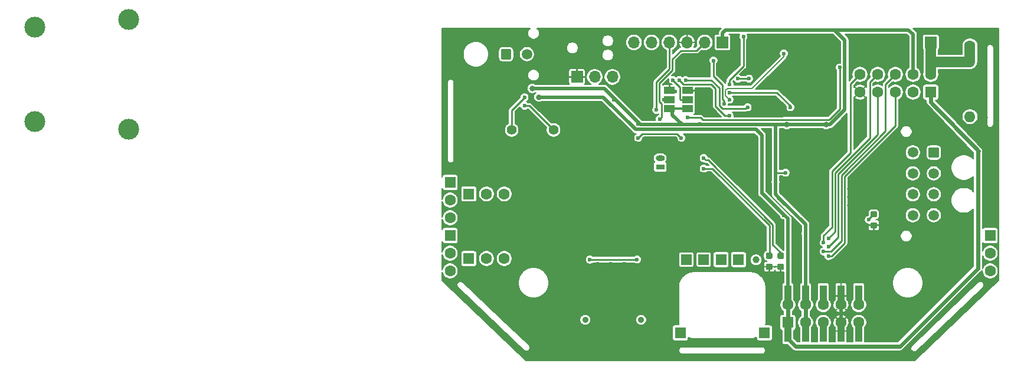
<source format=gbr>
G04 #@! TF.GenerationSoftware,KiCad,Pcbnew,5.1.5+dfsg1-2build2*
G04 #@! TF.CreationDate,2022-02-07T22:13:22+01:00*
G04 #@! TF.ProjectId,mre_addon_v2,6d72655f-6164-4646-9f6e-5f76322e6b69,V2.3*
G04 #@! TF.SameCoordinates,Original*
G04 #@! TF.FileFunction,Copper,L2,Bot*
G04 #@! TF.FilePolarity,Positive*
%FSLAX46Y46*%
G04 Gerber Fmt 4.6, Leading zero omitted, Abs format (unit mm)*
G04 Created by KiCad (PCBNEW 5.1.5+dfsg1-2build2) date 2022-02-07 22:13:22*
%MOMM*%
%LPD*%
G04 APERTURE LIST*
%ADD10O,1.600000X1.600000*%
%ADD11C,1.600000*%
%ADD12R,1.000000X3.150000*%
%ADD13C,1.500000*%
%ADD14C,0.100000*%
%ADD15C,0.889000*%
%ADD16C,2.999740*%
%ADD17R,1.700000X1.700000*%
%ADD18R,1.600000X1.600000*%
%ADD19R,1.300000X0.800000*%
%ADD20O,1.300000X0.800000*%
%ADD21R,1.524000X1.524000*%
%ADD22C,1.400000*%
%ADD23O,1.700000X1.700000*%
%ADD24R,1.500000X1.000000*%
%ADD25C,1.000000*%
%ADD26C,0.800000*%
%ADD27C,0.600000*%
%ADD28C,0.200000*%
%ADD29C,0.500000*%
%ADD30C,0.300000*%
%ADD31C,0.250000*%
%ADD32C,0.600000*%
%ADD33C,1.500000*%
G04 APERTURE END LIST*
D10*
X151100000Y-138860000D03*
D11*
X151100000Y-128700000D03*
D12*
X124968000Y-164581600D03*
X124968000Y-169631600D03*
X127508000Y-164581600D03*
X127508000Y-169631600D03*
X130048000Y-164581600D03*
X130048000Y-169631600D03*
X132588000Y-164581600D03*
X132588000Y-169631600D03*
X135128000Y-164581600D03*
X135128000Y-169631600D03*
D13*
X142900000Y-153000000D03*
X142900000Y-150000000D03*
X142900000Y-147000000D03*
X142900000Y-144000000D03*
X145900000Y-153000000D03*
X145900000Y-150000000D03*
X145900000Y-147000000D03*
G04 #@! TA.AperFunction,ComponentPad*
D14*
G36*
X146424504Y-143251204D02*
G01*
X146448773Y-143254804D01*
X146472571Y-143260765D01*
X146495671Y-143269030D01*
X146517849Y-143279520D01*
X146538893Y-143292133D01*
X146558598Y-143306747D01*
X146576777Y-143323223D01*
X146593253Y-143341402D01*
X146607867Y-143361107D01*
X146620480Y-143382151D01*
X146630970Y-143404329D01*
X146639235Y-143427429D01*
X146645196Y-143451227D01*
X146648796Y-143475496D01*
X146650000Y-143500000D01*
X146650000Y-144500000D01*
X146648796Y-144524504D01*
X146645196Y-144548773D01*
X146639235Y-144572571D01*
X146630970Y-144595671D01*
X146620480Y-144617849D01*
X146607867Y-144638893D01*
X146593253Y-144658598D01*
X146576777Y-144676777D01*
X146558598Y-144693253D01*
X146538893Y-144707867D01*
X146517849Y-144720480D01*
X146495671Y-144730970D01*
X146472571Y-144739235D01*
X146448773Y-144745196D01*
X146424504Y-144748796D01*
X146400000Y-144750000D01*
X145400000Y-144750000D01*
X145375496Y-144748796D01*
X145351227Y-144745196D01*
X145327429Y-144739235D01*
X145304329Y-144730970D01*
X145282151Y-144720480D01*
X145261107Y-144707867D01*
X145241402Y-144693253D01*
X145223223Y-144676777D01*
X145206747Y-144658598D01*
X145192133Y-144638893D01*
X145179520Y-144617849D01*
X145169030Y-144595671D01*
X145160765Y-144572571D01*
X145154804Y-144548773D01*
X145151204Y-144524504D01*
X145150000Y-144500000D01*
X145150000Y-143500000D01*
X145151204Y-143475496D01*
X145154804Y-143451227D01*
X145160765Y-143427429D01*
X145169030Y-143404329D01*
X145179520Y-143382151D01*
X145192133Y-143361107D01*
X145206747Y-143341402D01*
X145223223Y-143323223D01*
X145241402Y-143306747D01*
X145261107Y-143292133D01*
X145282151Y-143279520D01*
X145304329Y-143269030D01*
X145327429Y-143260765D01*
X145351227Y-143254804D01*
X145375496Y-143251204D01*
X145400000Y-143250000D01*
X146400000Y-143250000D01*
X146424504Y-143251204D01*
G37*
G04 #@! TD.AperFunction*
D13*
X142900000Y-153000000D03*
X142900000Y-150000000D03*
X142900000Y-147000000D03*
X142900000Y-144000000D03*
X145900000Y-153000000D03*
X145900000Y-150000000D03*
X145900000Y-147000000D03*
G04 #@! TA.AperFunction,ComponentPad*
D14*
G36*
X146424504Y-143251204D02*
G01*
X146448773Y-143254804D01*
X146472571Y-143260765D01*
X146495671Y-143269030D01*
X146517849Y-143279520D01*
X146538893Y-143292133D01*
X146558598Y-143306747D01*
X146576777Y-143323223D01*
X146593253Y-143341402D01*
X146607867Y-143361107D01*
X146620480Y-143382151D01*
X146630970Y-143404329D01*
X146639235Y-143427429D01*
X146645196Y-143451227D01*
X146648796Y-143475496D01*
X146650000Y-143500000D01*
X146650000Y-144500000D01*
X146648796Y-144524504D01*
X146645196Y-144548773D01*
X146639235Y-144572571D01*
X146630970Y-144595671D01*
X146620480Y-144617849D01*
X146607867Y-144638893D01*
X146593253Y-144658598D01*
X146576777Y-144676777D01*
X146558598Y-144693253D01*
X146538893Y-144707867D01*
X146517849Y-144720480D01*
X146495671Y-144730970D01*
X146472571Y-144739235D01*
X146448773Y-144745196D01*
X146424504Y-144748796D01*
X146400000Y-144750000D01*
X145400000Y-144750000D01*
X145375496Y-144748796D01*
X145351227Y-144745196D01*
X145327429Y-144739235D01*
X145304329Y-144730970D01*
X145282151Y-144720480D01*
X145261107Y-144707867D01*
X145241402Y-144693253D01*
X145223223Y-144676777D01*
X145206747Y-144658598D01*
X145192133Y-144638893D01*
X145179520Y-144617849D01*
X145169030Y-144595671D01*
X145160765Y-144572571D01*
X145154804Y-144548773D01*
X145151204Y-144524504D01*
X145150000Y-144500000D01*
X145150000Y-143500000D01*
X145151204Y-143475496D01*
X145154804Y-143451227D01*
X145160765Y-143427429D01*
X145169030Y-143404329D01*
X145179520Y-143382151D01*
X145192133Y-143361107D01*
X145206747Y-143341402D01*
X145223223Y-143323223D01*
X145241402Y-143306747D01*
X145261107Y-143292133D01*
X145282151Y-143279520D01*
X145304329Y-143269030D01*
X145327429Y-143260765D01*
X145351227Y-143254804D01*
X145375496Y-143251204D01*
X145400000Y-143250000D01*
X146400000Y-143250000D01*
X146424504Y-143251204D01*
G37*
G04 #@! TD.AperFunction*
D15*
X103914000Y-168007000D03*
X95914000Y-168007000D03*
D16*
X16951220Y-139599580D03*
X16951220Y-126000420D03*
X30448780Y-140699400D03*
X30448780Y-124900600D03*
G04 #@! TA.AperFunction,SMDPad,CuDef*
D14*
G36*
X137577691Y-154001053D02*
G01*
X137598926Y-154004203D01*
X137619750Y-154009419D01*
X137639962Y-154016651D01*
X137659368Y-154025830D01*
X137677781Y-154036866D01*
X137695024Y-154049654D01*
X137710930Y-154064070D01*
X137725346Y-154079976D01*
X137738134Y-154097219D01*
X137749170Y-154115632D01*
X137758349Y-154135038D01*
X137765581Y-154155250D01*
X137770797Y-154176074D01*
X137773947Y-154197309D01*
X137775000Y-154218750D01*
X137775000Y-154656250D01*
X137773947Y-154677691D01*
X137770797Y-154698926D01*
X137765581Y-154719750D01*
X137758349Y-154739962D01*
X137749170Y-154759368D01*
X137738134Y-154777781D01*
X137725346Y-154795024D01*
X137710930Y-154810930D01*
X137695024Y-154825346D01*
X137677781Y-154838134D01*
X137659368Y-154849170D01*
X137639962Y-154858349D01*
X137619750Y-154865581D01*
X137598926Y-154870797D01*
X137577691Y-154873947D01*
X137556250Y-154875000D01*
X137043750Y-154875000D01*
X137022309Y-154873947D01*
X137001074Y-154870797D01*
X136980250Y-154865581D01*
X136960038Y-154858349D01*
X136940632Y-154849170D01*
X136922219Y-154838134D01*
X136904976Y-154825346D01*
X136889070Y-154810930D01*
X136874654Y-154795024D01*
X136861866Y-154777781D01*
X136850830Y-154759368D01*
X136841651Y-154739962D01*
X136834419Y-154719750D01*
X136829203Y-154698926D01*
X136826053Y-154677691D01*
X136825000Y-154656250D01*
X136825000Y-154218750D01*
X136826053Y-154197309D01*
X136829203Y-154176074D01*
X136834419Y-154155250D01*
X136841651Y-154135038D01*
X136850830Y-154115632D01*
X136861866Y-154097219D01*
X136874654Y-154079976D01*
X136889070Y-154064070D01*
X136904976Y-154049654D01*
X136922219Y-154036866D01*
X136940632Y-154025830D01*
X136960038Y-154016651D01*
X136980250Y-154009419D01*
X137001074Y-154004203D01*
X137022309Y-154001053D01*
X137043750Y-154000000D01*
X137556250Y-154000000D01*
X137577691Y-154001053D01*
G37*
G04 #@! TD.AperFunction*
G04 #@! TA.AperFunction,SMDPad,CuDef*
G36*
X137577691Y-152426053D02*
G01*
X137598926Y-152429203D01*
X137619750Y-152434419D01*
X137639962Y-152441651D01*
X137659368Y-152450830D01*
X137677781Y-152461866D01*
X137695024Y-152474654D01*
X137710930Y-152489070D01*
X137725346Y-152504976D01*
X137738134Y-152522219D01*
X137749170Y-152540632D01*
X137758349Y-152560038D01*
X137765581Y-152580250D01*
X137770797Y-152601074D01*
X137773947Y-152622309D01*
X137775000Y-152643750D01*
X137775000Y-153081250D01*
X137773947Y-153102691D01*
X137770797Y-153123926D01*
X137765581Y-153144750D01*
X137758349Y-153164962D01*
X137749170Y-153184368D01*
X137738134Y-153202781D01*
X137725346Y-153220024D01*
X137710930Y-153235930D01*
X137695024Y-153250346D01*
X137677781Y-153263134D01*
X137659368Y-153274170D01*
X137639962Y-153283349D01*
X137619750Y-153290581D01*
X137598926Y-153295797D01*
X137577691Y-153298947D01*
X137556250Y-153300000D01*
X137043750Y-153300000D01*
X137022309Y-153298947D01*
X137001074Y-153295797D01*
X136980250Y-153290581D01*
X136960038Y-153283349D01*
X136940632Y-153274170D01*
X136922219Y-153263134D01*
X136904976Y-153250346D01*
X136889070Y-153235930D01*
X136874654Y-153220024D01*
X136861866Y-153202781D01*
X136850830Y-153184368D01*
X136841651Y-153164962D01*
X136834419Y-153144750D01*
X136829203Y-153123926D01*
X136826053Y-153102691D01*
X136825000Y-153081250D01*
X136825000Y-152643750D01*
X136826053Y-152622309D01*
X136829203Y-152601074D01*
X136834419Y-152580250D01*
X136841651Y-152560038D01*
X136850830Y-152540632D01*
X136861866Y-152522219D01*
X136874654Y-152504976D01*
X136889070Y-152489070D01*
X136904976Y-152474654D01*
X136922219Y-152461866D01*
X136940632Y-152450830D01*
X136960038Y-152441651D01*
X136980250Y-152434419D01*
X137001074Y-152429203D01*
X137022309Y-152426053D01*
X137043750Y-152425000D01*
X137556250Y-152425000D01*
X137577691Y-152426053D01*
G37*
G04 #@! TD.AperFunction*
G04 #@! TA.AperFunction,SMDPad,CuDef*
G36*
X122577691Y-159951053D02*
G01*
X122598926Y-159954203D01*
X122619750Y-159959419D01*
X122639962Y-159966651D01*
X122659368Y-159975830D01*
X122677781Y-159986866D01*
X122695024Y-159999654D01*
X122710930Y-160014070D01*
X122725346Y-160029976D01*
X122738134Y-160047219D01*
X122749170Y-160065632D01*
X122758349Y-160085038D01*
X122765581Y-160105250D01*
X122770797Y-160126074D01*
X122773947Y-160147309D01*
X122775000Y-160168750D01*
X122775000Y-160606250D01*
X122773947Y-160627691D01*
X122770797Y-160648926D01*
X122765581Y-160669750D01*
X122758349Y-160689962D01*
X122749170Y-160709368D01*
X122738134Y-160727781D01*
X122725346Y-160745024D01*
X122710930Y-160760930D01*
X122695024Y-160775346D01*
X122677781Y-160788134D01*
X122659368Y-160799170D01*
X122639962Y-160808349D01*
X122619750Y-160815581D01*
X122598926Y-160820797D01*
X122577691Y-160823947D01*
X122556250Y-160825000D01*
X122043750Y-160825000D01*
X122022309Y-160823947D01*
X122001074Y-160820797D01*
X121980250Y-160815581D01*
X121960038Y-160808349D01*
X121940632Y-160799170D01*
X121922219Y-160788134D01*
X121904976Y-160775346D01*
X121889070Y-160760930D01*
X121874654Y-160745024D01*
X121861866Y-160727781D01*
X121850830Y-160709368D01*
X121841651Y-160689962D01*
X121834419Y-160669750D01*
X121829203Y-160648926D01*
X121826053Y-160627691D01*
X121825000Y-160606250D01*
X121825000Y-160168750D01*
X121826053Y-160147309D01*
X121829203Y-160126074D01*
X121834419Y-160105250D01*
X121841651Y-160085038D01*
X121850830Y-160065632D01*
X121861866Y-160047219D01*
X121874654Y-160029976D01*
X121889070Y-160014070D01*
X121904976Y-159999654D01*
X121922219Y-159986866D01*
X121940632Y-159975830D01*
X121960038Y-159966651D01*
X121980250Y-159959419D01*
X122001074Y-159954203D01*
X122022309Y-159951053D01*
X122043750Y-159950000D01*
X122556250Y-159950000D01*
X122577691Y-159951053D01*
G37*
G04 #@! TD.AperFunction*
G04 #@! TA.AperFunction,SMDPad,CuDef*
G36*
X122577691Y-158376053D02*
G01*
X122598926Y-158379203D01*
X122619750Y-158384419D01*
X122639962Y-158391651D01*
X122659368Y-158400830D01*
X122677781Y-158411866D01*
X122695024Y-158424654D01*
X122710930Y-158439070D01*
X122725346Y-158454976D01*
X122738134Y-158472219D01*
X122749170Y-158490632D01*
X122758349Y-158510038D01*
X122765581Y-158530250D01*
X122770797Y-158551074D01*
X122773947Y-158572309D01*
X122775000Y-158593750D01*
X122775000Y-159031250D01*
X122773947Y-159052691D01*
X122770797Y-159073926D01*
X122765581Y-159094750D01*
X122758349Y-159114962D01*
X122749170Y-159134368D01*
X122738134Y-159152781D01*
X122725346Y-159170024D01*
X122710930Y-159185930D01*
X122695024Y-159200346D01*
X122677781Y-159213134D01*
X122659368Y-159224170D01*
X122639962Y-159233349D01*
X122619750Y-159240581D01*
X122598926Y-159245797D01*
X122577691Y-159248947D01*
X122556250Y-159250000D01*
X122043750Y-159250000D01*
X122022309Y-159248947D01*
X122001074Y-159245797D01*
X121980250Y-159240581D01*
X121960038Y-159233349D01*
X121940632Y-159224170D01*
X121922219Y-159213134D01*
X121904976Y-159200346D01*
X121889070Y-159185930D01*
X121874654Y-159170024D01*
X121861866Y-159152781D01*
X121850830Y-159134368D01*
X121841651Y-159114962D01*
X121834419Y-159094750D01*
X121829203Y-159073926D01*
X121826053Y-159052691D01*
X121825000Y-159031250D01*
X121825000Y-158593750D01*
X121826053Y-158572309D01*
X121829203Y-158551074D01*
X121834419Y-158530250D01*
X121841651Y-158510038D01*
X121850830Y-158490632D01*
X121861866Y-158472219D01*
X121874654Y-158454976D01*
X121889070Y-158439070D01*
X121904976Y-158424654D01*
X121922219Y-158411866D01*
X121940632Y-158400830D01*
X121960038Y-158391651D01*
X121980250Y-158384419D01*
X122001074Y-158379203D01*
X122022309Y-158376053D01*
X122043750Y-158375000D01*
X122556250Y-158375000D01*
X122577691Y-158376053D01*
G37*
G04 #@! TD.AperFunction*
G04 #@! TA.AperFunction,SMDPad,CuDef*
G36*
X124227691Y-159951053D02*
G01*
X124248926Y-159954203D01*
X124269750Y-159959419D01*
X124289962Y-159966651D01*
X124309368Y-159975830D01*
X124327781Y-159986866D01*
X124345024Y-159999654D01*
X124360930Y-160014070D01*
X124375346Y-160029976D01*
X124388134Y-160047219D01*
X124399170Y-160065632D01*
X124408349Y-160085038D01*
X124415581Y-160105250D01*
X124420797Y-160126074D01*
X124423947Y-160147309D01*
X124425000Y-160168750D01*
X124425000Y-160606250D01*
X124423947Y-160627691D01*
X124420797Y-160648926D01*
X124415581Y-160669750D01*
X124408349Y-160689962D01*
X124399170Y-160709368D01*
X124388134Y-160727781D01*
X124375346Y-160745024D01*
X124360930Y-160760930D01*
X124345024Y-160775346D01*
X124327781Y-160788134D01*
X124309368Y-160799170D01*
X124289962Y-160808349D01*
X124269750Y-160815581D01*
X124248926Y-160820797D01*
X124227691Y-160823947D01*
X124206250Y-160825000D01*
X123693750Y-160825000D01*
X123672309Y-160823947D01*
X123651074Y-160820797D01*
X123630250Y-160815581D01*
X123610038Y-160808349D01*
X123590632Y-160799170D01*
X123572219Y-160788134D01*
X123554976Y-160775346D01*
X123539070Y-160760930D01*
X123524654Y-160745024D01*
X123511866Y-160727781D01*
X123500830Y-160709368D01*
X123491651Y-160689962D01*
X123484419Y-160669750D01*
X123479203Y-160648926D01*
X123476053Y-160627691D01*
X123475000Y-160606250D01*
X123475000Y-160168750D01*
X123476053Y-160147309D01*
X123479203Y-160126074D01*
X123484419Y-160105250D01*
X123491651Y-160085038D01*
X123500830Y-160065632D01*
X123511866Y-160047219D01*
X123524654Y-160029976D01*
X123539070Y-160014070D01*
X123554976Y-159999654D01*
X123572219Y-159986866D01*
X123590632Y-159975830D01*
X123610038Y-159966651D01*
X123630250Y-159959419D01*
X123651074Y-159954203D01*
X123672309Y-159951053D01*
X123693750Y-159950000D01*
X124206250Y-159950000D01*
X124227691Y-159951053D01*
G37*
G04 #@! TD.AperFunction*
G04 #@! TA.AperFunction,SMDPad,CuDef*
G36*
X124227691Y-158376053D02*
G01*
X124248926Y-158379203D01*
X124269750Y-158384419D01*
X124289962Y-158391651D01*
X124309368Y-158400830D01*
X124327781Y-158411866D01*
X124345024Y-158424654D01*
X124360930Y-158439070D01*
X124375346Y-158454976D01*
X124388134Y-158472219D01*
X124399170Y-158490632D01*
X124408349Y-158510038D01*
X124415581Y-158530250D01*
X124420797Y-158551074D01*
X124423947Y-158572309D01*
X124425000Y-158593750D01*
X124425000Y-159031250D01*
X124423947Y-159052691D01*
X124420797Y-159073926D01*
X124415581Y-159094750D01*
X124408349Y-159114962D01*
X124399170Y-159134368D01*
X124388134Y-159152781D01*
X124375346Y-159170024D01*
X124360930Y-159185930D01*
X124345024Y-159200346D01*
X124327781Y-159213134D01*
X124309368Y-159224170D01*
X124289962Y-159233349D01*
X124269750Y-159240581D01*
X124248926Y-159245797D01*
X124227691Y-159248947D01*
X124206250Y-159250000D01*
X123693750Y-159250000D01*
X123672309Y-159248947D01*
X123651074Y-159245797D01*
X123630250Y-159240581D01*
X123610038Y-159233349D01*
X123590632Y-159224170D01*
X123572219Y-159213134D01*
X123554976Y-159200346D01*
X123539070Y-159185930D01*
X123524654Y-159170024D01*
X123511866Y-159152781D01*
X123500830Y-159134368D01*
X123491651Y-159114962D01*
X123484419Y-159094750D01*
X123479203Y-159073926D01*
X123476053Y-159052691D01*
X123475000Y-159031250D01*
X123475000Y-158593750D01*
X123476053Y-158572309D01*
X123479203Y-158551074D01*
X123484419Y-158530250D01*
X123491651Y-158510038D01*
X123500830Y-158490632D01*
X123511866Y-158472219D01*
X123524654Y-158454976D01*
X123539070Y-158439070D01*
X123554976Y-158424654D01*
X123572219Y-158411866D01*
X123590632Y-158400830D01*
X123610038Y-158391651D01*
X123630250Y-158384419D01*
X123651074Y-158379203D01*
X123672309Y-158376053D01*
X123693750Y-158375000D01*
X124206250Y-158375000D01*
X124227691Y-158376053D01*
G37*
G04 #@! TD.AperFunction*
D17*
X145500000Y-128200000D03*
D13*
X87550000Y-129900000D03*
G04 #@! TA.AperFunction,ComponentPad*
D14*
G36*
X85074053Y-129151206D02*
G01*
X85098370Y-129154813D01*
X85122216Y-129160786D01*
X85145362Y-129169068D01*
X85167585Y-129179579D01*
X85188670Y-129192217D01*
X85208416Y-129206861D01*
X85226630Y-129223370D01*
X85243139Y-129241584D01*
X85257783Y-129261330D01*
X85270421Y-129282415D01*
X85280932Y-129304638D01*
X85289214Y-129327784D01*
X85295187Y-129351630D01*
X85298794Y-129375947D01*
X85300000Y-129400500D01*
X85300000Y-130399500D01*
X85298794Y-130424053D01*
X85295187Y-130448370D01*
X85289214Y-130472216D01*
X85280932Y-130495362D01*
X85270421Y-130517585D01*
X85257783Y-130538670D01*
X85243139Y-130558416D01*
X85226630Y-130576630D01*
X85208416Y-130593139D01*
X85188670Y-130607783D01*
X85167585Y-130620421D01*
X85145362Y-130630932D01*
X85122216Y-130639214D01*
X85098370Y-130645187D01*
X85074053Y-130648794D01*
X85049500Y-130650000D01*
X84050500Y-130650000D01*
X84025947Y-130648794D01*
X84001630Y-130645187D01*
X83977784Y-130639214D01*
X83954638Y-130630932D01*
X83932415Y-130620421D01*
X83911330Y-130607783D01*
X83891584Y-130593139D01*
X83873370Y-130576630D01*
X83856861Y-130558416D01*
X83842217Y-130538670D01*
X83829579Y-130517585D01*
X83819068Y-130495362D01*
X83810786Y-130472216D01*
X83804813Y-130448370D01*
X83801206Y-130424053D01*
X83800000Y-130399500D01*
X83800000Y-129400500D01*
X83801206Y-129375947D01*
X83804813Y-129351630D01*
X83810786Y-129327784D01*
X83819068Y-129304638D01*
X83829579Y-129282415D01*
X83842217Y-129261330D01*
X83856861Y-129241584D01*
X83873370Y-129223370D01*
X83891584Y-129206861D01*
X83911330Y-129192217D01*
X83932415Y-129179579D01*
X83954638Y-129169068D01*
X83977784Y-129160786D01*
X84001630Y-129154813D01*
X84025947Y-129151206D01*
X84050500Y-129150000D01*
X85049500Y-129150000D01*
X85074053Y-129151206D01*
G37*
G04 #@! TD.AperFunction*
D13*
X87550000Y-129900000D03*
G04 #@! TA.AperFunction,ComponentPad*
D14*
G36*
X85074053Y-129151206D02*
G01*
X85098370Y-129154813D01*
X85122216Y-129160786D01*
X85145362Y-129169068D01*
X85167585Y-129179579D01*
X85188670Y-129192217D01*
X85208416Y-129206861D01*
X85226630Y-129223370D01*
X85243139Y-129241584D01*
X85257783Y-129261330D01*
X85270421Y-129282415D01*
X85280932Y-129304638D01*
X85289214Y-129327784D01*
X85295187Y-129351630D01*
X85298794Y-129375947D01*
X85300000Y-129400500D01*
X85300000Y-130399500D01*
X85298794Y-130424053D01*
X85295187Y-130448370D01*
X85289214Y-130472216D01*
X85280932Y-130495362D01*
X85270421Y-130517585D01*
X85257783Y-130538670D01*
X85243139Y-130558416D01*
X85226630Y-130576630D01*
X85208416Y-130593139D01*
X85188670Y-130607783D01*
X85167585Y-130620421D01*
X85145362Y-130630932D01*
X85122216Y-130639214D01*
X85098370Y-130645187D01*
X85074053Y-130648794D01*
X85049500Y-130650000D01*
X84050500Y-130650000D01*
X84025947Y-130648794D01*
X84001630Y-130645187D01*
X83977784Y-130639214D01*
X83954638Y-130630932D01*
X83932415Y-130620421D01*
X83911330Y-130607783D01*
X83891584Y-130593139D01*
X83873370Y-130576630D01*
X83856861Y-130558416D01*
X83842217Y-130538670D01*
X83829579Y-130517585D01*
X83819068Y-130495362D01*
X83810786Y-130472216D01*
X83804813Y-130448370D01*
X83801206Y-130424053D01*
X83800000Y-130399500D01*
X83800000Y-129400500D01*
X83801206Y-129375947D01*
X83804813Y-129351630D01*
X83810786Y-129327784D01*
X83819068Y-129304638D01*
X83829579Y-129282415D01*
X83842217Y-129261330D01*
X83856861Y-129241584D01*
X83873370Y-129223370D01*
X83891584Y-129206861D01*
X83911330Y-129192217D01*
X83932415Y-129179579D01*
X83954638Y-129169068D01*
X83977784Y-129160786D01*
X84001630Y-129154813D01*
X84025947Y-129151206D01*
X84050500Y-129150000D01*
X85049500Y-129150000D01*
X85074053Y-129151206D01*
G37*
G04 #@! TD.AperFunction*
D18*
X117900600Y-159360800D03*
X115400600Y-159360800D03*
D11*
X127513080Y-165839060D03*
X130053080Y-165839060D03*
X135133080Y-165839060D03*
X135133080Y-168379060D03*
X130053080Y-168379060D03*
X132593080Y-168379060D03*
X127513080Y-168379060D03*
X132593080Y-165839060D03*
X124973080Y-165839060D03*
D18*
X124973080Y-168379060D03*
X154000200Y-155910200D03*
D11*
X154000200Y-158450200D03*
X154000200Y-160990200D03*
D18*
X121615200Y-169880200D03*
X109550200Y-169880200D03*
X76530200Y-155910200D03*
D11*
X76530200Y-158450200D03*
X76530200Y-160990200D03*
D18*
X76530200Y-148290200D03*
D11*
X76530200Y-150830200D03*
X76530200Y-153370200D03*
D18*
X79197200Y-159212200D03*
D11*
X81737200Y-159212200D03*
X84277200Y-159212200D03*
D18*
X79197200Y-149941200D03*
D11*
X81737200Y-149941200D03*
X84277200Y-149941200D03*
D18*
X145478500Y-135336200D03*
D11*
X142938500Y-135336200D03*
X140398500Y-135336200D03*
X137858500Y-135336200D03*
X135318500Y-135336200D03*
X145478500Y-132796200D03*
X142938500Y-132796200D03*
X140398500Y-132796200D03*
X137858500Y-132796200D03*
X135318500Y-132796200D03*
D19*
X106654600Y-146055000D03*
D20*
X106654600Y-144810400D03*
D21*
X112900600Y-159360800D03*
X110400600Y-159360800D03*
D22*
X91360600Y-140771800D03*
X85360600Y-140771800D03*
D23*
X99805000Y-133150000D03*
X97265000Y-133150000D03*
D17*
X94725000Y-133150000D03*
D24*
X108000000Y-135100000D03*
X108000000Y-136400000D03*
X108000000Y-137700000D03*
X110600000Y-135100000D03*
X110600000Y-136400000D03*
X110600000Y-137700000D03*
D23*
X102900000Y-128200000D03*
X105440000Y-128200000D03*
X107980000Y-128200000D03*
X110520000Y-128200000D03*
X113060000Y-128200000D03*
D17*
X115600000Y-128200000D03*
D25*
X120400000Y-159400000D03*
D26*
X153250000Y-139000000D03*
X130475000Y-149180000D03*
X130475000Y-150380000D03*
D27*
X102500000Y-170000000D03*
X98200000Y-170000000D03*
X97700000Y-160000000D03*
D26*
X100800000Y-129800000D03*
X153250000Y-127400000D03*
X149250000Y-139000000D03*
D27*
X103500000Y-138400000D03*
X113100000Y-142100000D03*
X117200000Y-130800000D03*
X104800000Y-130800000D03*
D26*
X119400000Y-129800000D03*
X126300000Y-161400000D03*
D27*
X124200000Y-154800000D03*
X108800000Y-135200000D03*
X111200000Y-135200000D03*
D26*
X139215000Y-149180000D03*
X139215000Y-150380000D03*
X139215000Y-151580000D03*
X140415000Y-149180000D03*
X140415000Y-150380000D03*
X140415000Y-151580000D03*
X135235000Y-150380000D03*
X135235000Y-149180000D03*
X135235000Y-151580000D03*
X138015000Y-149180000D03*
X138015000Y-150380000D03*
X138015000Y-151580000D03*
X133835000Y-150380000D03*
X133835000Y-151580000D03*
X128400000Y-137400000D03*
X122800000Y-134200000D03*
X126600000Y-129800000D03*
X88300000Y-139200000D03*
D27*
X122350000Y-147550000D03*
D26*
X135300000Y-139000000D03*
X132588000Y-161400000D03*
D27*
X121700000Y-154800000D03*
D26*
X124000000Y-161400000D03*
D27*
X118050000Y-142100000D03*
D26*
X129375000Y-142250000D03*
X129375000Y-143350000D03*
X129375000Y-144450000D03*
X129375000Y-145550000D03*
X129375000Y-146650000D03*
X130475000Y-142250000D03*
X130475000Y-143350000D03*
X130475000Y-144450000D03*
X130475000Y-145550000D03*
X130475000Y-146650000D03*
X138500000Y-144125000D03*
X140000000Y-144125000D03*
X140000000Y-143125000D03*
X138500000Y-143125000D03*
X138500000Y-145100000D03*
X140000000Y-145100000D03*
D27*
X128300000Y-131800000D03*
X119400000Y-132400000D03*
X112800000Y-130800000D03*
X109200000Y-130800000D03*
X115000000Y-132800000D03*
X122800000Y-136200000D03*
X118600000Y-136800000D03*
X117200000Y-127400000D03*
X101500000Y-160000000D03*
D26*
X143000000Y-139000000D03*
X130900000Y-127400000D03*
X135300000Y-127400000D03*
D27*
X115700000Y-142100000D03*
X96100000Y-127400000D03*
X124000000Y-145050000D03*
X122350000Y-145050000D03*
X120800000Y-150550000D03*
X115000000Y-138700000D03*
D26*
X133835000Y-149180000D03*
D27*
X129375000Y-154800000D03*
D26*
X129375000Y-150380000D03*
X129375000Y-149180000D03*
D27*
X143000000Y-141600000D03*
D26*
X140415000Y-156950000D03*
D27*
X126600000Y-133400000D03*
X99600000Y-160000000D03*
X120700000Y-136200000D03*
X116600000Y-134200000D03*
X118600000Y-127400000D03*
X127500000Y-155650000D03*
X112400000Y-139900000D03*
X103500000Y-139900000D03*
D26*
X88300000Y-134800000D03*
D27*
X108400000Y-138400000D03*
D26*
X124800000Y-140000000D03*
D27*
X100000000Y-136400000D03*
X124650000Y-146900000D03*
D26*
X130450000Y-140000000D03*
D27*
X123750000Y-150550000D03*
X123200000Y-148250000D03*
X124400000Y-129800000D03*
X116600000Y-136400000D03*
X124400000Y-153000000D03*
D26*
X89250000Y-136050000D03*
D27*
X136600000Y-153650000D03*
X116600000Y-138700000D03*
X109400000Y-133600000D03*
X115800000Y-137000000D03*
X114300000Y-130800000D03*
X87200000Y-137300000D03*
X87200000Y-136100000D03*
X106100000Y-137900000D03*
X106600000Y-139200000D03*
X130100000Y-158200000D03*
X130100000Y-156950000D03*
X130800000Y-156300000D03*
X103350000Y-159350000D03*
X130800000Y-158850000D03*
X96568000Y-159360800D03*
X130800000Y-157550000D03*
X108500000Y-133600000D03*
X107200000Y-136400000D03*
X117800000Y-133400000D03*
X119400000Y-133400000D03*
X125350000Y-137500000D03*
X116600000Y-135400000D03*
X119200000Y-137500000D03*
X110300000Y-133600000D03*
X110600000Y-139000000D03*
X132400000Y-131800000D03*
X103500000Y-141900000D03*
X109700000Y-141900000D03*
X112900000Y-144800000D03*
X112900000Y-146300000D03*
D28*
X122600000Y-150286814D02*
X125500000Y-153186814D01*
X122600000Y-150100000D02*
X122600000Y-150286814D01*
D29*
X132593080Y-165839060D02*
X132593080Y-168379060D01*
D30*
X108100000Y-135200000D02*
X108000000Y-135100000D01*
X108800000Y-135200000D02*
X108100000Y-135200000D01*
D31*
X116600000Y-133600000D02*
X116600000Y-134200000D01*
X118600000Y-131600000D02*
X116600000Y-133600000D01*
X118600000Y-127400000D02*
X118600000Y-131600000D01*
D32*
X127513080Y-168379060D02*
X127513080Y-165839060D01*
D29*
X127513080Y-154313080D02*
X123750000Y-150550000D01*
X127513080Y-165839060D02*
X127513080Y-154313080D01*
X123200000Y-141200000D02*
X123200000Y-141000000D01*
X123200000Y-150000000D02*
X123200000Y-148250000D01*
D30*
X110600000Y-137700000D02*
X108000000Y-137700000D01*
D31*
X110700000Y-137800000D02*
X110600000Y-137700000D01*
D29*
X108400000Y-138100000D02*
X108000000Y-137700000D01*
X108400000Y-138600000D02*
X108400000Y-138100000D01*
X109800000Y-140000000D02*
X108400000Y-138600000D01*
X123200000Y-140200000D02*
X123000000Y-140000000D01*
X123200000Y-141200000D02*
X123200000Y-140200000D01*
X124800000Y-140000000D02*
X123000000Y-140000000D01*
X123000000Y-140000000D02*
X111300000Y-140000000D01*
X111300000Y-140000000D02*
X109800000Y-140000000D01*
X115600000Y-126850000D02*
X115600000Y-128200000D01*
X116050000Y-126400000D02*
X115600000Y-126850000D01*
X133150001Y-127850001D02*
X131700000Y-126400000D01*
X133150001Y-137863185D02*
X133150001Y-127850001D01*
X131013186Y-140000000D02*
X133150001Y-137863185D01*
X131700000Y-126400000D02*
X116050000Y-126400000D01*
X124800000Y-140000000D02*
X130450000Y-140000000D01*
X142938500Y-132796200D02*
X142938500Y-127061500D01*
X142277000Y-126400000D02*
X131700000Y-126400000D01*
X142938500Y-127061500D02*
X142277000Y-126400000D01*
X130450000Y-140000000D02*
X131013186Y-140000000D01*
X123750000Y-150550000D02*
X123200000Y-150000000D01*
D31*
X124650000Y-146900000D02*
X123200000Y-146900000D01*
D29*
X123200000Y-146900000D02*
X123200000Y-141200000D01*
X123200000Y-148250000D02*
X123200000Y-146900000D01*
X98650000Y-134800000D02*
X88300000Y-134800000D01*
X103850000Y-140000000D02*
X98650000Y-134800000D01*
X103850000Y-140000000D02*
X109800000Y-140000000D01*
D28*
X119824264Y-134800000D02*
X124400000Y-130224264D01*
X116311998Y-134800000D02*
X119824264Y-134800000D01*
X115999999Y-135111999D02*
X116311998Y-134800000D01*
X124400000Y-130224264D02*
X124400000Y-129800000D01*
X115999999Y-135799999D02*
X115999999Y-135111999D01*
X116600000Y-136400000D02*
X115999999Y-135799999D01*
D32*
X124973080Y-165839060D02*
X124973080Y-168379060D01*
D29*
X121265399Y-141534601D02*
X121265399Y-149865399D01*
X120430808Y-140700010D02*
X121265399Y-141534601D01*
D32*
X145478500Y-135336200D02*
X145478500Y-136736200D01*
D29*
X124973080Y-153473080D02*
X124500000Y-153000000D01*
X124973080Y-165839060D02*
X124973080Y-153473080D01*
X121365399Y-149865399D02*
X124500000Y-153000000D01*
X121265399Y-149865399D02*
X121365399Y-149865399D01*
X98500000Y-136050000D02*
X103150000Y-140700000D01*
X89250000Y-136050000D02*
X98500000Y-136050000D01*
X103150000Y-140700000D02*
X120430808Y-140700010D01*
D31*
X152247600Y-143852400D02*
X152300000Y-143800000D01*
D32*
X145478500Y-136736200D02*
X152300000Y-143800000D01*
X124973080Y-169779060D02*
X124973080Y-168379060D01*
X124973080Y-170711680D02*
X124973080Y-169779060D01*
X141043400Y-171806600D02*
X126068000Y-171806600D01*
X152250000Y-160600000D02*
X141043400Y-171806600D01*
X126068000Y-171806600D02*
X124973080Y-170711680D01*
X152247600Y-154752400D02*
X152250000Y-160600000D01*
X152247600Y-143852400D02*
X152247600Y-154752400D01*
D31*
X136600000Y-153562500D02*
X137300000Y-152862500D01*
X136600000Y-153650000D02*
X136600000Y-153562500D01*
X110025001Y-134225001D02*
X109400000Y-133600000D01*
X113974999Y-134225001D02*
X110025001Y-134225001D01*
X114600000Y-134850002D02*
X113974999Y-134225001D01*
X115938588Y-138700000D02*
X114600000Y-137361412D01*
X114600000Y-137361412D02*
X114600000Y-134850002D01*
X116600000Y-138700000D02*
X115938588Y-138700000D01*
D28*
X114300000Y-130900000D02*
X114300000Y-130900000D01*
D31*
X114300000Y-131224264D02*
X114300000Y-130800000D01*
X114300000Y-133025002D02*
X114300000Y-131224264D01*
X115574989Y-134299991D02*
X114300000Y-133025002D01*
X115574989Y-136350725D02*
X115574989Y-134299991D01*
X115800000Y-136575736D02*
X115574989Y-136350725D01*
X115800000Y-137000000D02*
X115800000Y-136575736D01*
X87888800Y-137300000D02*
X91360600Y-140771800D01*
X87200000Y-137300000D02*
X87888800Y-137300000D01*
X85360600Y-137939400D02*
X85360600Y-140771800D01*
X87200000Y-136100000D02*
X85360600Y-137939400D01*
D33*
X151100000Y-128700000D02*
X151100000Y-131000000D01*
X145650000Y-131000000D02*
X145450000Y-131200000D01*
X151100000Y-131000000D02*
X145650000Y-131000000D01*
X145478500Y-132796200D02*
X145450000Y-131200000D01*
X145478500Y-128221500D02*
X145500000Y-128200000D01*
X145478500Y-132796200D02*
X145478500Y-128221500D01*
D31*
X107980000Y-131983590D02*
X107980000Y-128200000D01*
X106099981Y-133863609D02*
X107980000Y-131983590D01*
X106099980Y-137899980D02*
X106099981Y-133863609D01*
X106100000Y-137900000D02*
X106099980Y-137899980D01*
X106899999Y-137025001D02*
X106899999Y-138900001D01*
X106549990Y-136674992D02*
X106899999Y-137025001D01*
X106899999Y-138900001D02*
X106600000Y-139200000D01*
X106549990Y-134050010D02*
X106549990Y-136674992D01*
X107525000Y-133075000D02*
X108430010Y-132169990D01*
X107625001Y-132974999D02*
X107525000Y-133075000D01*
X107525000Y-133075000D02*
X106549990Y-134050010D01*
X109624999Y-129375001D02*
X108430010Y-130569990D01*
X111884999Y-129375001D02*
X109624999Y-129375001D01*
X113060000Y-128200000D02*
X111884999Y-129375001D01*
X108430010Y-132169990D02*
X108430010Y-130569990D01*
X138983501Y-134211199D02*
X140398500Y-132796200D01*
X138983501Y-140932087D02*
X138983501Y-134211199D01*
X132659989Y-147255599D02*
X138983501Y-140932087D01*
X132659989Y-156690011D02*
X132659989Y-147255599D01*
X131150000Y-158200000D02*
X132659989Y-156690011D01*
X130100000Y-158200000D02*
X131150000Y-158200000D01*
X131309959Y-146690041D02*
X131309959Y-154690041D01*
X130100000Y-155900000D02*
X130100000Y-156950000D01*
X131309959Y-154690041D02*
X130100000Y-155900000D01*
X133950000Y-134164700D02*
X135318500Y-132796200D01*
X133950000Y-144050000D02*
X133950000Y-134164700D01*
X133950000Y-144050000D02*
X131309959Y-146690041D01*
X136733499Y-133921201D02*
X136733499Y-141909269D01*
X137858500Y-132796200D02*
X136733499Y-133921201D01*
X136733499Y-141909269D02*
X131759969Y-146882799D01*
X131759969Y-155340031D02*
X130800000Y-156300000D01*
X131759969Y-146882799D02*
X131759969Y-155340031D01*
X140398500Y-135336200D02*
X140398500Y-140153498D01*
X133175999Y-147375999D02*
X133109999Y-147441999D01*
X140398500Y-140153498D02*
X133175999Y-147375999D01*
X133109999Y-156964265D02*
X133109999Y-156690001D01*
X131224264Y-158850000D02*
X133109999Y-156964265D01*
X130800000Y-158850000D02*
X131224264Y-158850000D01*
X133109999Y-147441999D02*
X133109999Y-156690001D01*
X96568000Y-159360800D02*
X103250000Y-159360800D01*
X137858500Y-135336200D02*
X137858500Y-141420678D01*
X137858500Y-141420678D02*
X132209979Y-147069199D01*
X132209979Y-156140021D02*
X130800000Y-157550000D01*
X132209979Y-147069199D02*
X132209979Y-156140021D01*
X109524999Y-134789997D02*
X109524999Y-136324999D01*
X109600000Y-136400000D02*
X110600000Y-136400000D01*
X109524999Y-136324999D02*
X109600000Y-136400000D01*
X109524999Y-134624999D02*
X108500000Y-133600000D01*
X109524999Y-134789997D02*
X109524999Y-134624999D01*
X107000000Y-136400000D02*
X108000000Y-136400000D01*
X117800000Y-133400000D02*
X119400000Y-133400000D01*
X123400000Y-135400000D02*
X125400000Y-137400000D01*
X116600000Y-135400000D02*
X123400000Y-135400000D01*
X118900001Y-137699999D02*
X119200000Y-137400000D01*
X115574997Y-137699999D02*
X118900001Y-137699999D01*
X115124979Y-134738573D02*
X115124979Y-137249981D01*
X115124979Y-137249981D02*
X115574997Y-137699999D01*
X113986406Y-133600000D02*
X115124979Y-134738573D01*
X110200000Y-133600000D02*
X113986406Y-133600000D01*
X132400000Y-137800000D02*
X132400000Y-131800000D01*
X130974989Y-139225011D02*
X131300000Y-138900000D01*
X131300000Y-138900000D02*
X132400000Y-137800000D01*
X131025001Y-139174999D02*
X131300000Y-138900000D01*
X130925001Y-139274999D02*
X131025001Y-139174999D01*
X130574999Y-139274999D02*
X130925001Y-139274999D01*
X130574999Y-139274999D02*
X130798001Y-139274999D01*
X111024264Y-139000000D02*
X110600000Y-139000000D01*
X112425002Y-139000000D02*
X111024264Y-139000000D01*
X112750003Y-139325001D02*
X112425002Y-139000000D01*
X124401997Y-139325001D02*
X112750003Y-139325001D01*
X124451999Y-139274999D02*
X124401997Y-139325001D01*
X130574999Y-139274999D02*
X124451999Y-139274999D01*
X109700000Y-141900000D02*
X109099990Y-141299990D01*
X104100010Y-141299990D02*
X104300010Y-141299990D01*
X103500000Y-141900000D02*
X104100010Y-141299990D01*
X104300010Y-141299990D02*
X109099990Y-141299990D01*
X113199999Y-145099999D02*
X112900000Y-144800000D01*
X113561411Y-145099999D02*
X113199999Y-145099999D01*
X122805706Y-157230706D02*
X122805706Y-154344294D01*
X123950000Y-158375000D02*
X122805706Y-157230706D01*
X123950000Y-158812500D02*
X123950000Y-158375000D01*
X122805706Y-154344294D02*
X113561411Y-145099999D01*
X113324264Y-146300000D02*
X112900000Y-146300000D01*
X114125002Y-146300000D02*
X113324264Y-146300000D01*
X122325001Y-154499999D02*
X114125002Y-146300000D01*
X122325001Y-158349999D02*
X122325001Y-154499999D01*
X122300000Y-158375000D02*
X122325001Y-158349999D01*
X122300000Y-158812500D02*
X122300000Y-158375000D01*
D28*
G36*
X155221513Y-162372064D02*
G01*
X143180601Y-173839600D01*
X87401066Y-173839600D01*
X76081993Y-163013682D01*
X77493747Y-163013682D01*
X77506144Y-163112184D01*
X77537520Y-163206376D01*
X77586668Y-163292635D01*
X77635407Y-163348855D01*
X87171346Y-172382904D01*
X87230117Y-172428535D01*
X87318905Y-172472952D01*
X87414654Y-172499194D01*
X87513682Y-172506253D01*
X87612184Y-172493856D01*
X87706375Y-172462480D01*
X87792635Y-172413332D01*
X87808013Y-172400000D01*
X109293562Y-172400000D01*
X109303293Y-172498801D01*
X109332112Y-172593805D01*
X109378912Y-172681362D01*
X109441894Y-172758106D01*
X109518638Y-172821088D01*
X109606195Y-172867888D01*
X109701199Y-172896707D01*
X109775246Y-172904000D01*
X121324754Y-172904000D01*
X121398801Y-172896707D01*
X121493805Y-172867888D01*
X121581362Y-172821088D01*
X121658106Y-172758106D01*
X121721088Y-172681362D01*
X121767888Y-172593805D01*
X121796707Y-172498801D01*
X121806438Y-172400000D01*
X121796707Y-172301199D01*
X121767888Y-172206195D01*
X121721088Y-172118638D01*
X121658106Y-172041894D01*
X121581362Y-171978912D01*
X121493805Y-171932112D01*
X121398801Y-171903293D01*
X121324754Y-171896000D01*
X109775246Y-171896000D01*
X109701199Y-171903293D01*
X109606195Y-171932112D01*
X109518638Y-171978912D01*
X109441894Y-172041894D01*
X109378912Y-172118638D01*
X109332112Y-172206195D01*
X109303293Y-172301199D01*
X109293562Y-172400000D01*
X87808013Y-172400000D01*
X87867649Y-172348299D01*
X87928535Y-172269882D01*
X87972952Y-172181093D01*
X87999194Y-172085345D01*
X88006253Y-171986317D01*
X87993856Y-171887815D01*
X87962480Y-171793623D01*
X87913332Y-171707363D01*
X87864593Y-171651144D01*
X85150820Y-169080200D01*
X108394488Y-169080200D01*
X108394488Y-170680200D01*
X108401323Y-170749596D01*
X108421565Y-170816325D01*
X108454436Y-170877823D01*
X108498674Y-170931726D01*
X108552577Y-170975964D01*
X108614075Y-171008835D01*
X108680804Y-171029077D01*
X108750200Y-171035912D01*
X110350200Y-171035912D01*
X110419596Y-171029077D01*
X110486325Y-171008835D01*
X110547823Y-170975964D01*
X110601726Y-170931726D01*
X110645964Y-170877823D01*
X110678835Y-170816325D01*
X110699077Y-170749596D01*
X110705912Y-170680200D01*
X110705912Y-170563984D01*
X111030719Y-170662049D01*
X111067506Y-170669333D01*
X111104230Y-170677139D01*
X111109978Y-170677743D01*
X111459038Y-170711969D01*
X111479662Y-170714000D01*
X119620338Y-170714000D01*
X119638881Y-170712174D01*
X119650089Y-170712252D01*
X119655841Y-170711688D01*
X120005215Y-170674967D01*
X120041974Y-170667421D01*
X120078829Y-170660391D01*
X120084362Y-170658721D01*
X120419950Y-170554840D01*
X120454544Y-170540298D01*
X120459488Y-170538300D01*
X120459488Y-170680200D01*
X120466323Y-170749596D01*
X120486565Y-170816325D01*
X120519436Y-170877823D01*
X120563674Y-170931726D01*
X120617577Y-170975964D01*
X120679075Y-171008835D01*
X120745804Y-171029077D01*
X120815200Y-171035912D01*
X122415200Y-171035912D01*
X122484596Y-171029077D01*
X122551325Y-171008835D01*
X122612823Y-170975964D01*
X122666726Y-170931726D01*
X122710964Y-170877823D01*
X122743835Y-170816325D01*
X122764077Y-170749596D01*
X122770912Y-170680200D01*
X122770912Y-169080200D01*
X122764077Y-169010804D01*
X122743835Y-168944075D01*
X122710964Y-168882577D01*
X122666726Y-168828674D01*
X122612823Y-168784436D01*
X122551325Y-168751565D01*
X122484596Y-168731323D01*
X122415200Y-168724488D01*
X121793974Y-168724488D01*
X121812024Y-168540399D01*
X121814000Y-168520338D01*
X121814000Y-163279662D01*
X121812174Y-163261119D01*
X121812252Y-163249911D01*
X121811688Y-163244158D01*
X121774967Y-162894785D01*
X121767423Y-162858032D01*
X121760391Y-162821171D01*
X121758720Y-162815637D01*
X121654840Y-162480050D01*
X121640298Y-162445456D01*
X121626242Y-162410667D01*
X121623528Y-162405563D01*
X121456442Y-162096545D01*
X121435500Y-162065497D01*
X121414914Y-162034038D01*
X121411260Y-162029559D01*
X121187334Y-161758879D01*
X121160724Y-161732454D01*
X121134456Y-161705630D01*
X121130002Y-161701946D01*
X120857765Y-161479915D01*
X120826533Y-161459165D01*
X120795552Y-161437951D01*
X120790467Y-161435202D01*
X120480289Y-161270277D01*
X120445613Y-161255985D01*
X120411107Y-161241195D01*
X120405585Y-161239486D01*
X120069281Y-161137951D01*
X120032502Y-161130668D01*
X119995771Y-161122861D01*
X119990022Y-161122257D01*
X119640737Y-161088009D01*
X119620338Y-161086000D01*
X111479662Y-161086000D01*
X111461119Y-161087826D01*
X111449911Y-161087748D01*
X111444158Y-161088312D01*
X111094785Y-161125033D01*
X111058032Y-161132577D01*
X111021171Y-161139609D01*
X111015637Y-161141280D01*
X110680050Y-161245160D01*
X110645456Y-161259702D01*
X110610667Y-161273758D01*
X110605563Y-161276472D01*
X110296545Y-161443558D01*
X110265497Y-161464500D01*
X110234038Y-161485086D01*
X110229559Y-161488740D01*
X109958879Y-161712666D01*
X109932454Y-161739276D01*
X109905630Y-161765544D01*
X109901946Y-161769998D01*
X109679915Y-162042235D01*
X109659165Y-162073467D01*
X109637951Y-162104448D01*
X109635202Y-162109533D01*
X109470277Y-162419711D01*
X109455985Y-162454387D01*
X109441195Y-162488893D01*
X109439486Y-162494415D01*
X109337951Y-162830719D01*
X109330668Y-162867498D01*
X109322861Y-162904229D01*
X109322257Y-162909978D01*
X109288046Y-163258886D01*
X109286000Y-163279663D01*
X109286001Y-168520338D01*
X109287826Y-168538871D01*
X109287748Y-168550089D01*
X109288312Y-168555841D01*
X109306038Y-168724488D01*
X108750200Y-168724488D01*
X108680804Y-168731323D01*
X108614075Y-168751565D01*
X108552577Y-168784436D01*
X108498674Y-168828674D01*
X108454436Y-168882577D01*
X108421565Y-168944075D01*
X108401323Y-169010804D01*
X108394488Y-169080200D01*
X85150820Y-169080200D01*
X83934983Y-167928355D01*
X95115500Y-167928355D01*
X95115500Y-168085645D01*
X95146186Y-168239914D01*
X95206378Y-168385232D01*
X95293764Y-168516014D01*
X95404986Y-168627236D01*
X95535768Y-168714622D01*
X95681086Y-168774814D01*
X95835355Y-168805500D01*
X95992645Y-168805500D01*
X96146914Y-168774814D01*
X96292232Y-168714622D01*
X96423014Y-168627236D01*
X96534236Y-168516014D01*
X96621622Y-168385232D01*
X96681814Y-168239914D01*
X96712500Y-168085645D01*
X96712500Y-167928355D01*
X103115500Y-167928355D01*
X103115500Y-168085645D01*
X103146186Y-168239914D01*
X103206378Y-168385232D01*
X103293764Y-168516014D01*
X103404986Y-168627236D01*
X103535768Y-168714622D01*
X103681086Y-168774814D01*
X103835355Y-168805500D01*
X103992645Y-168805500D01*
X104146914Y-168774814D01*
X104292232Y-168714622D01*
X104423014Y-168627236D01*
X104534236Y-168516014D01*
X104621622Y-168385232D01*
X104681814Y-168239914D01*
X104712500Y-168085645D01*
X104712500Y-167928355D01*
X104681814Y-167774086D01*
X104621622Y-167628768D01*
X104534236Y-167497986D01*
X104423014Y-167386764D01*
X104292232Y-167299378D01*
X104146914Y-167239186D01*
X103992645Y-167208500D01*
X103835355Y-167208500D01*
X103681086Y-167239186D01*
X103535768Y-167299378D01*
X103404986Y-167386764D01*
X103293764Y-167497986D01*
X103206378Y-167628768D01*
X103146186Y-167774086D01*
X103115500Y-167928355D01*
X96712500Y-167928355D01*
X96681814Y-167774086D01*
X96621622Y-167628768D01*
X96534236Y-167497986D01*
X96423014Y-167386764D01*
X96292232Y-167299378D01*
X96146914Y-167239186D01*
X95992645Y-167208500D01*
X95835355Y-167208500D01*
X95681086Y-167239186D01*
X95535768Y-167299378D01*
X95404986Y-167386764D01*
X95293764Y-167497986D01*
X95206378Y-167628768D01*
X95146186Y-167774086D01*
X95115500Y-167928355D01*
X83934983Y-167928355D01*
X78328653Y-162617096D01*
X78269882Y-162571465D01*
X78181094Y-162527048D01*
X78085345Y-162500805D01*
X77986318Y-162493747D01*
X77887816Y-162506144D01*
X77793624Y-162537520D01*
X77707365Y-162586668D01*
X77632350Y-162651700D01*
X77571465Y-162730118D01*
X77527048Y-162818906D01*
X77500805Y-162914655D01*
X77493747Y-163013682D01*
X76081993Y-163013682D01*
X75512509Y-162469010D01*
X86280309Y-162469010D01*
X86280309Y-162904990D01*
X86365365Y-163332593D01*
X86532207Y-163735386D01*
X86774425Y-164097891D01*
X87082709Y-164406175D01*
X87445214Y-164648393D01*
X87848007Y-164815235D01*
X88275610Y-164900291D01*
X88711590Y-164900291D01*
X89139193Y-164815235D01*
X89541986Y-164648393D01*
X89904491Y-164406175D01*
X90212775Y-164097891D01*
X90454993Y-163735386D01*
X90621835Y-163332593D01*
X90706891Y-162904990D01*
X90706891Y-162469010D01*
X90621835Y-162041407D01*
X90454993Y-161638614D01*
X90212775Y-161276109D01*
X89904491Y-160967825D01*
X89690739Y-160825000D01*
X121473306Y-160825000D01*
X121480064Y-160893612D01*
X121500077Y-160959587D01*
X121532577Y-161020391D01*
X121576315Y-161073685D01*
X121629609Y-161117423D01*
X121690413Y-161149923D01*
X121756388Y-161169936D01*
X121825000Y-161176694D01*
X122187500Y-161175000D01*
X122275000Y-161087500D01*
X122275000Y-160412500D01*
X122325000Y-160412500D01*
X122325000Y-161087500D01*
X122412500Y-161175000D01*
X122775000Y-161176694D01*
X122843612Y-161169936D01*
X122909587Y-161149923D01*
X122970391Y-161117423D01*
X123023685Y-161073685D01*
X123067423Y-161020391D01*
X123099923Y-160959587D01*
X123119936Y-160893612D01*
X123125000Y-160842199D01*
X123130064Y-160893612D01*
X123150077Y-160959587D01*
X123182577Y-161020391D01*
X123226315Y-161073685D01*
X123279609Y-161117423D01*
X123340413Y-161149923D01*
X123406388Y-161169936D01*
X123475000Y-161176694D01*
X123837500Y-161175000D01*
X123925000Y-161087500D01*
X123925000Y-160412500D01*
X123212500Y-160412500D01*
X123125000Y-160500000D01*
X123037500Y-160412500D01*
X122325000Y-160412500D01*
X122275000Y-160412500D01*
X121562500Y-160412500D01*
X121475000Y-160500000D01*
X121473306Y-160825000D01*
X89690739Y-160825000D01*
X89541986Y-160725607D01*
X89139193Y-160558765D01*
X88711590Y-160473709D01*
X88275610Y-160473709D01*
X87848007Y-160558765D01*
X87445214Y-160725607D01*
X87082709Y-160967825D01*
X86774425Y-161276109D01*
X86532207Y-161638614D01*
X86365365Y-162041407D01*
X86280309Y-162469010D01*
X75512509Y-162469010D01*
X75385087Y-162347140D01*
X75384254Y-161144350D01*
X75420547Y-161326809D01*
X75507538Y-161536824D01*
X75633829Y-161725832D01*
X75794568Y-161886571D01*
X75983576Y-162012862D01*
X76193591Y-162099853D01*
X76416541Y-162144200D01*
X76643859Y-162144200D01*
X76866809Y-162099853D01*
X77076824Y-162012862D01*
X77265832Y-161886571D01*
X77426571Y-161725832D01*
X77552862Y-161536824D01*
X77639853Y-161326809D01*
X77684200Y-161103859D01*
X77684200Y-160876541D01*
X77639853Y-160653591D01*
X77552862Y-160443576D01*
X77426571Y-160254568D01*
X77265832Y-160093829D01*
X77076824Y-159967538D01*
X76866809Y-159880547D01*
X76643859Y-159836200D01*
X76416541Y-159836200D01*
X76193591Y-159880547D01*
X75983576Y-159967538D01*
X75794568Y-160093829D01*
X75633829Y-160254568D01*
X75507538Y-160443576D01*
X75420547Y-160653591D01*
X75384041Y-160837119D01*
X75382489Y-158595477D01*
X75420547Y-158786809D01*
X75507538Y-158996824D01*
X75633829Y-159185832D01*
X75794568Y-159346571D01*
X75983576Y-159472862D01*
X76193591Y-159559853D01*
X76416541Y-159604200D01*
X76643859Y-159604200D01*
X76866809Y-159559853D01*
X77076824Y-159472862D01*
X77265832Y-159346571D01*
X77426571Y-159185832D01*
X77552862Y-158996824D01*
X77639853Y-158786809D01*
X77684200Y-158563859D01*
X77684200Y-158412200D01*
X78041488Y-158412200D01*
X78041488Y-160012200D01*
X78048323Y-160081596D01*
X78068565Y-160148325D01*
X78101436Y-160209823D01*
X78145674Y-160263726D01*
X78199577Y-160307964D01*
X78261075Y-160340835D01*
X78327804Y-160361077D01*
X78397200Y-160367912D01*
X79997200Y-160367912D01*
X80066596Y-160361077D01*
X80133325Y-160340835D01*
X80194823Y-160307964D01*
X80248726Y-160263726D01*
X80292964Y-160209823D01*
X80325835Y-160148325D01*
X80346077Y-160081596D01*
X80352912Y-160012200D01*
X80352912Y-159098541D01*
X80583200Y-159098541D01*
X80583200Y-159325859D01*
X80627547Y-159548809D01*
X80714538Y-159758824D01*
X80840829Y-159947832D01*
X81001568Y-160108571D01*
X81190576Y-160234862D01*
X81400591Y-160321853D01*
X81623541Y-160366200D01*
X81850859Y-160366200D01*
X82073809Y-160321853D01*
X82283824Y-160234862D01*
X82472832Y-160108571D01*
X82633571Y-159947832D01*
X82759862Y-159758824D01*
X82846853Y-159548809D01*
X82891200Y-159325859D01*
X82891200Y-159098541D01*
X83123200Y-159098541D01*
X83123200Y-159325859D01*
X83167547Y-159548809D01*
X83254538Y-159758824D01*
X83380829Y-159947832D01*
X83541568Y-160108571D01*
X83730576Y-160234862D01*
X83940591Y-160321853D01*
X84163541Y-160366200D01*
X84390859Y-160366200D01*
X84613809Y-160321853D01*
X84823824Y-160234862D01*
X85012832Y-160108571D01*
X85173571Y-159947832D01*
X85299862Y-159758824D01*
X85386853Y-159548809D01*
X85431200Y-159325859D01*
X85431200Y-159296387D01*
X95914000Y-159296387D01*
X95914000Y-159425213D01*
X95939133Y-159551565D01*
X95988433Y-159670585D01*
X96060005Y-159777700D01*
X96151100Y-159868795D01*
X96258215Y-159940367D01*
X96377235Y-159989667D01*
X96503587Y-160014800D01*
X96632413Y-160014800D01*
X96758765Y-159989667D01*
X96877785Y-159940367D01*
X96984900Y-159868795D01*
X97013895Y-159839800D01*
X102914905Y-159839800D01*
X102933100Y-159857995D01*
X103040215Y-159929567D01*
X103159235Y-159978867D01*
X103285587Y-160004000D01*
X103414413Y-160004000D01*
X103540765Y-159978867D01*
X103659785Y-159929567D01*
X103766900Y-159857995D01*
X103857995Y-159766900D01*
X103929567Y-159659785D01*
X103978867Y-159540765D01*
X104004000Y-159414413D01*
X104004000Y-159285587D01*
X103978867Y-159159235D01*
X103929567Y-159040215D01*
X103857995Y-158933100D01*
X103766900Y-158842005D01*
X103659785Y-158770433D01*
X103540765Y-158721133D01*
X103414413Y-158696000D01*
X103285587Y-158696000D01*
X103159235Y-158721133D01*
X103040215Y-158770433D01*
X102933100Y-158842005D01*
X102893305Y-158881800D01*
X97013895Y-158881800D01*
X96984900Y-158852805D01*
X96877785Y-158781233D01*
X96758765Y-158731933D01*
X96632413Y-158706800D01*
X96503587Y-158706800D01*
X96377235Y-158731933D01*
X96258215Y-158781233D01*
X96151100Y-158852805D01*
X96060005Y-158943900D01*
X95988433Y-159051015D01*
X95939133Y-159170035D01*
X95914000Y-159296387D01*
X85431200Y-159296387D01*
X85431200Y-159098541D01*
X85386853Y-158875591D01*
X85299862Y-158665576D01*
X85255244Y-158598800D01*
X109282888Y-158598800D01*
X109282888Y-160122800D01*
X109289723Y-160192196D01*
X109309965Y-160258925D01*
X109342836Y-160320423D01*
X109387074Y-160374326D01*
X109440977Y-160418564D01*
X109502475Y-160451435D01*
X109569204Y-160471677D01*
X109638600Y-160478512D01*
X111162600Y-160478512D01*
X111231996Y-160471677D01*
X111298725Y-160451435D01*
X111360223Y-160418564D01*
X111414126Y-160374326D01*
X111458364Y-160320423D01*
X111491235Y-160258925D01*
X111511477Y-160192196D01*
X111518312Y-160122800D01*
X111518312Y-158598800D01*
X111782888Y-158598800D01*
X111782888Y-160122800D01*
X111789723Y-160192196D01*
X111809965Y-160258925D01*
X111842836Y-160320423D01*
X111887074Y-160374326D01*
X111940977Y-160418564D01*
X112002475Y-160451435D01*
X112069204Y-160471677D01*
X112138600Y-160478512D01*
X113662600Y-160478512D01*
X113731996Y-160471677D01*
X113798725Y-160451435D01*
X113860223Y-160418564D01*
X113914126Y-160374326D01*
X113958364Y-160320423D01*
X113991235Y-160258925D01*
X114011477Y-160192196D01*
X114018312Y-160122800D01*
X114018312Y-158598800D01*
X114014570Y-158560800D01*
X114244888Y-158560800D01*
X114244888Y-160160800D01*
X114251723Y-160230196D01*
X114271965Y-160296925D01*
X114304836Y-160358423D01*
X114349074Y-160412326D01*
X114402977Y-160456564D01*
X114464475Y-160489435D01*
X114531204Y-160509677D01*
X114600600Y-160516512D01*
X116200600Y-160516512D01*
X116269996Y-160509677D01*
X116336725Y-160489435D01*
X116398223Y-160456564D01*
X116452126Y-160412326D01*
X116496364Y-160358423D01*
X116529235Y-160296925D01*
X116549477Y-160230196D01*
X116556312Y-160160800D01*
X116556312Y-158560800D01*
X116744888Y-158560800D01*
X116744888Y-160160800D01*
X116751723Y-160230196D01*
X116771965Y-160296925D01*
X116804836Y-160358423D01*
X116849074Y-160412326D01*
X116902977Y-160456564D01*
X116964475Y-160489435D01*
X117031204Y-160509677D01*
X117100600Y-160516512D01*
X118700600Y-160516512D01*
X118769996Y-160509677D01*
X118836725Y-160489435D01*
X118898223Y-160456564D01*
X118952126Y-160412326D01*
X118996364Y-160358423D01*
X119029235Y-160296925D01*
X119049477Y-160230196D01*
X119056312Y-160160800D01*
X119056312Y-159315888D01*
X119546000Y-159315888D01*
X119546000Y-159484112D01*
X119578819Y-159649103D01*
X119643195Y-159804521D01*
X119736655Y-159944393D01*
X119855607Y-160063345D01*
X119995479Y-160156805D01*
X120150897Y-160221181D01*
X120315888Y-160254000D01*
X120484112Y-160254000D01*
X120649103Y-160221181D01*
X120804521Y-160156805D01*
X120944393Y-160063345D01*
X121063345Y-159944393D01*
X121156805Y-159804521D01*
X121221181Y-159649103D01*
X121254000Y-159484112D01*
X121254000Y-159315888D01*
X121221181Y-159150897D01*
X121156805Y-158995479D01*
X121063345Y-158855607D01*
X120944393Y-158736655D01*
X120804521Y-158643195D01*
X120649103Y-158578819D01*
X120484112Y-158546000D01*
X120315888Y-158546000D01*
X120150897Y-158578819D01*
X119995479Y-158643195D01*
X119855607Y-158736655D01*
X119736655Y-158855607D01*
X119643195Y-158995479D01*
X119578819Y-159150897D01*
X119546000Y-159315888D01*
X119056312Y-159315888D01*
X119056312Y-158560800D01*
X119049477Y-158491404D01*
X119029235Y-158424675D01*
X118996364Y-158363177D01*
X118952126Y-158309274D01*
X118898223Y-158265036D01*
X118836725Y-158232165D01*
X118769996Y-158211923D01*
X118700600Y-158205088D01*
X117100600Y-158205088D01*
X117031204Y-158211923D01*
X116964475Y-158232165D01*
X116902977Y-158265036D01*
X116849074Y-158309274D01*
X116804836Y-158363177D01*
X116771965Y-158424675D01*
X116751723Y-158491404D01*
X116744888Y-158560800D01*
X116556312Y-158560800D01*
X116549477Y-158491404D01*
X116529235Y-158424675D01*
X116496364Y-158363177D01*
X116452126Y-158309274D01*
X116398223Y-158265036D01*
X116336725Y-158232165D01*
X116269996Y-158211923D01*
X116200600Y-158205088D01*
X114600600Y-158205088D01*
X114531204Y-158211923D01*
X114464475Y-158232165D01*
X114402977Y-158265036D01*
X114349074Y-158309274D01*
X114304836Y-158363177D01*
X114271965Y-158424675D01*
X114251723Y-158491404D01*
X114244888Y-158560800D01*
X114014570Y-158560800D01*
X114011477Y-158529404D01*
X113991235Y-158462675D01*
X113958364Y-158401177D01*
X113914126Y-158347274D01*
X113860223Y-158303036D01*
X113798725Y-158270165D01*
X113731996Y-158249923D01*
X113662600Y-158243088D01*
X112138600Y-158243088D01*
X112069204Y-158249923D01*
X112002475Y-158270165D01*
X111940977Y-158303036D01*
X111887074Y-158347274D01*
X111842836Y-158401177D01*
X111809965Y-158462675D01*
X111789723Y-158529404D01*
X111782888Y-158598800D01*
X111518312Y-158598800D01*
X111511477Y-158529404D01*
X111491235Y-158462675D01*
X111458364Y-158401177D01*
X111414126Y-158347274D01*
X111360223Y-158303036D01*
X111298725Y-158270165D01*
X111231996Y-158249923D01*
X111162600Y-158243088D01*
X109638600Y-158243088D01*
X109569204Y-158249923D01*
X109502475Y-158270165D01*
X109440977Y-158303036D01*
X109387074Y-158347274D01*
X109342836Y-158401177D01*
X109309965Y-158462675D01*
X109289723Y-158529404D01*
X109282888Y-158598800D01*
X85255244Y-158598800D01*
X85173571Y-158476568D01*
X85012832Y-158315829D01*
X84823824Y-158189538D01*
X84613809Y-158102547D01*
X84390859Y-158058200D01*
X84163541Y-158058200D01*
X83940591Y-158102547D01*
X83730576Y-158189538D01*
X83541568Y-158315829D01*
X83380829Y-158476568D01*
X83254538Y-158665576D01*
X83167547Y-158875591D01*
X83123200Y-159098541D01*
X82891200Y-159098541D01*
X82846853Y-158875591D01*
X82759862Y-158665576D01*
X82633571Y-158476568D01*
X82472832Y-158315829D01*
X82283824Y-158189538D01*
X82073809Y-158102547D01*
X81850859Y-158058200D01*
X81623541Y-158058200D01*
X81400591Y-158102547D01*
X81190576Y-158189538D01*
X81001568Y-158315829D01*
X80840829Y-158476568D01*
X80714538Y-158665576D01*
X80627547Y-158875591D01*
X80583200Y-159098541D01*
X80352912Y-159098541D01*
X80352912Y-158412200D01*
X80346077Y-158342804D01*
X80325835Y-158276075D01*
X80292964Y-158214577D01*
X80248726Y-158160674D01*
X80194823Y-158116436D01*
X80133325Y-158083565D01*
X80066596Y-158063323D01*
X79997200Y-158056488D01*
X78397200Y-158056488D01*
X78327804Y-158063323D01*
X78261075Y-158083565D01*
X78199577Y-158116436D01*
X78145674Y-158160674D01*
X78101436Y-158214577D01*
X78068565Y-158276075D01*
X78048323Y-158342804D01*
X78041488Y-158412200D01*
X77684200Y-158412200D01*
X77684200Y-158336541D01*
X77639853Y-158113591D01*
X77552862Y-157903576D01*
X77426571Y-157714568D01*
X77265832Y-157553829D01*
X77076824Y-157427538D01*
X76866809Y-157340547D01*
X76643859Y-157296200D01*
X76416541Y-157296200D01*
X76193591Y-157340547D01*
X75983576Y-157427538D01*
X75794568Y-157553829D01*
X75633829Y-157714568D01*
X75507538Y-157903576D01*
X75420547Y-158113591D01*
X75382289Y-158305932D01*
X75381231Y-156778661D01*
X75381323Y-156779596D01*
X75401565Y-156846325D01*
X75434436Y-156907823D01*
X75478674Y-156961726D01*
X75532577Y-157005964D01*
X75594075Y-157038835D01*
X75660804Y-157059077D01*
X75730200Y-157065912D01*
X77330200Y-157065912D01*
X77399596Y-157059077D01*
X77466325Y-157038835D01*
X77527823Y-157005964D01*
X77581726Y-156961726D01*
X77625964Y-156907823D01*
X77658835Y-156846325D01*
X77679077Y-156779596D01*
X77685912Y-156710200D01*
X77685912Y-155110200D01*
X77679077Y-155040804D01*
X77658835Y-154974075D01*
X77625964Y-154912577D01*
X77581726Y-154858674D01*
X77527823Y-154814436D01*
X77466325Y-154781565D01*
X77399596Y-154761323D01*
X77330200Y-154754488D01*
X75730200Y-154754488D01*
X75660804Y-154761323D01*
X75594075Y-154781565D01*
X75532577Y-154814436D01*
X75478674Y-154858674D01*
X75434436Y-154912577D01*
X75401565Y-154974075D01*
X75381323Y-155040804D01*
X75380036Y-155053866D01*
X75378959Y-153497729D01*
X75420547Y-153706809D01*
X75507538Y-153916824D01*
X75633829Y-154105832D01*
X75794568Y-154266571D01*
X75983576Y-154392862D01*
X76193591Y-154479853D01*
X76416541Y-154524200D01*
X76643859Y-154524200D01*
X76866809Y-154479853D01*
X77076824Y-154392862D01*
X77265832Y-154266571D01*
X77426571Y-154105832D01*
X77552862Y-153916824D01*
X77639853Y-153706809D01*
X77684200Y-153483859D01*
X77684200Y-153256541D01*
X77639853Y-153033591D01*
X77552862Y-152823576D01*
X77426571Y-152634568D01*
X77265832Y-152473829D01*
X77076824Y-152347538D01*
X76866809Y-152260547D01*
X76643859Y-152216200D01*
X76416541Y-152216200D01*
X76193591Y-152260547D01*
X75983576Y-152347538D01*
X75794568Y-152473829D01*
X75633829Y-152634568D01*
X75507538Y-152823576D01*
X75420547Y-153033591D01*
X75378783Y-153243556D01*
X75377194Y-150948855D01*
X75420547Y-151166809D01*
X75507538Y-151376824D01*
X75633829Y-151565832D01*
X75794568Y-151726571D01*
X75983576Y-151852862D01*
X76193591Y-151939853D01*
X76416541Y-151984200D01*
X76643859Y-151984200D01*
X76866809Y-151939853D01*
X77076824Y-151852862D01*
X77265832Y-151726571D01*
X77426571Y-151565832D01*
X77552862Y-151376824D01*
X77639853Y-151166809D01*
X77684200Y-150943859D01*
X77684200Y-150716541D01*
X77639853Y-150493591D01*
X77552862Y-150283576D01*
X77426571Y-150094568D01*
X77265832Y-149933829D01*
X77076824Y-149807538D01*
X76866809Y-149720547D01*
X76643859Y-149676200D01*
X76416541Y-149676200D01*
X76193591Y-149720547D01*
X75983576Y-149807538D01*
X75794568Y-149933829D01*
X75633829Y-150094568D01*
X75507538Y-150283576D01*
X75420547Y-150493591D01*
X75377030Y-150712368D01*
X75375917Y-149104706D01*
X75381323Y-149159596D01*
X75401565Y-149226325D01*
X75434436Y-149287823D01*
X75478674Y-149341726D01*
X75532577Y-149385964D01*
X75594075Y-149418835D01*
X75660804Y-149439077D01*
X75730200Y-149445912D01*
X77330200Y-149445912D01*
X77399596Y-149439077D01*
X77466325Y-149418835D01*
X77527823Y-149385964D01*
X77581726Y-149341726D01*
X77625964Y-149287823D01*
X77658835Y-149226325D01*
X77679077Y-149159596D01*
X77680888Y-149141200D01*
X78041488Y-149141200D01*
X78041488Y-150741200D01*
X78048323Y-150810596D01*
X78068565Y-150877325D01*
X78101436Y-150938823D01*
X78145674Y-150992726D01*
X78199577Y-151036964D01*
X78261075Y-151069835D01*
X78327804Y-151090077D01*
X78397200Y-151096912D01*
X79997200Y-151096912D01*
X80066596Y-151090077D01*
X80133325Y-151069835D01*
X80194823Y-151036964D01*
X80248726Y-150992726D01*
X80292964Y-150938823D01*
X80325835Y-150877325D01*
X80346077Y-150810596D01*
X80352912Y-150741200D01*
X80352912Y-149827541D01*
X80583200Y-149827541D01*
X80583200Y-150054859D01*
X80627547Y-150277809D01*
X80714538Y-150487824D01*
X80840829Y-150676832D01*
X81001568Y-150837571D01*
X81190576Y-150963862D01*
X81400591Y-151050853D01*
X81623541Y-151095200D01*
X81850859Y-151095200D01*
X82073809Y-151050853D01*
X82283824Y-150963862D01*
X82472832Y-150837571D01*
X82633571Y-150676832D01*
X82759862Y-150487824D01*
X82846853Y-150277809D01*
X82891200Y-150054859D01*
X82891200Y-149827541D01*
X83123200Y-149827541D01*
X83123200Y-150054859D01*
X83167547Y-150277809D01*
X83254538Y-150487824D01*
X83380829Y-150676832D01*
X83541568Y-150837571D01*
X83730576Y-150963862D01*
X83940591Y-151050853D01*
X84163541Y-151095200D01*
X84390859Y-151095200D01*
X84613809Y-151050853D01*
X84823824Y-150963862D01*
X85012832Y-150837571D01*
X85173571Y-150676832D01*
X85299862Y-150487824D01*
X85386853Y-150277809D01*
X85431200Y-150054859D01*
X85431200Y-149827541D01*
X85386853Y-149604591D01*
X85299862Y-149394576D01*
X85173571Y-149205568D01*
X85012832Y-149044829D01*
X84823824Y-148918538D01*
X84613809Y-148831547D01*
X84390859Y-148787200D01*
X84163541Y-148787200D01*
X83940591Y-148831547D01*
X83730576Y-148918538D01*
X83541568Y-149044829D01*
X83380829Y-149205568D01*
X83254538Y-149394576D01*
X83167547Y-149604591D01*
X83123200Y-149827541D01*
X82891200Y-149827541D01*
X82846853Y-149604591D01*
X82759862Y-149394576D01*
X82633571Y-149205568D01*
X82472832Y-149044829D01*
X82283824Y-148918538D01*
X82073809Y-148831547D01*
X81850859Y-148787200D01*
X81623541Y-148787200D01*
X81400591Y-148831547D01*
X81190576Y-148918538D01*
X81001568Y-149044829D01*
X80840829Y-149205568D01*
X80714538Y-149394576D01*
X80627547Y-149604591D01*
X80583200Y-149827541D01*
X80352912Y-149827541D01*
X80352912Y-149141200D01*
X80346077Y-149071804D01*
X80325835Y-149005075D01*
X80292964Y-148943577D01*
X80248726Y-148889674D01*
X80194823Y-148845436D01*
X80133325Y-148812565D01*
X80066596Y-148792323D01*
X79997200Y-148785488D01*
X78397200Y-148785488D01*
X78327804Y-148792323D01*
X78261075Y-148812565D01*
X78199577Y-148845436D01*
X78145674Y-148889674D01*
X78101436Y-148943577D01*
X78068565Y-149005075D01*
X78048323Y-149071804D01*
X78041488Y-149141200D01*
X77680888Y-149141200D01*
X77685912Y-149090200D01*
X77685912Y-147490200D01*
X77679077Y-147420804D01*
X77658835Y-147354075D01*
X77625964Y-147292577D01*
X77581726Y-147238674D01*
X77527823Y-147194436D01*
X77466325Y-147161565D01*
X77399596Y-147141323D01*
X77330200Y-147134488D01*
X75730200Y-147134488D01*
X75660804Y-147141323D01*
X75594075Y-147161565D01*
X75532577Y-147194436D01*
X75478674Y-147238674D01*
X75434436Y-147292577D01*
X75401565Y-147354075D01*
X75381323Y-147420804D01*
X75374796Y-147487068D01*
X75373091Y-145024753D01*
X76096000Y-145024753D01*
X76103293Y-145098800D01*
X76132112Y-145193804D01*
X76178912Y-145281362D01*
X76241894Y-145358106D01*
X76318638Y-145421088D01*
X76406195Y-145467888D01*
X76501199Y-145496707D01*
X76600000Y-145506438D01*
X76698800Y-145496707D01*
X76793804Y-145467888D01*
X76881362Y-145421088D01*
X76958106Y-145358106D01*
X77021088Y-145281362D01*
X77067888Y-145193805D01*
X77096707Y-145098801D01*
X77104000Y-145024754D01*
X77104000Y-144810400D01*
X105646952Y-144810400D01*
X105661510Y-144958210D01*
X105704625Y-145100339D01*
X105774639Y-145231327D01*
X105857465Y-145332250D01*
X105806977Y-145359236D01*
X105753074Y-145403474D01*
X105708836Y-145457377D01*
X105675965Y-145518875D01*
X105655723Y-145585604D01*
X105648888Y-145655000D01*
X105648888Y-146455000D01*
X105655723Y-146524396D01*
X105675965Y-146591125D01*
X105708836Y-146652623D01*
X105753074Y-146706526D01*
X105806977Y-146750764D01*
X105868475Y-146783635D01*
X105935204Y-146803877D01*
X106004600Y-146810712D01*
X107304600Y-146810712D01*
X107373996Y-146803877D01*
X107440725Y-146783635D01*
X107502223Y-146750764D01*
X107556126Y-146706526D01*
X107600364Y-146652623D01*
X107633235Y-146591125D01*
X107653477Y-146524396D01*
X107660312Y-146455000D01*
X107660312Y-145655000D01*
X107653477Y-145585604D01*
X107633235Y-145518875D01*
X107600364Y-145457377D01*
X107556126Y-145403474D01*
X107502223Y-145359236D01*
X107451735Y-145332250D01*
X107534561Y-145231327D01*
X107604575Y-145100339D01*
X107647690Y-144958210D01*
X107662248Y-144810400D01*
X107647690Y-144662590D01*
X107604575Y-144520461D01*
X107534561Y-144389473D01*
X107440338Y-144274662D01*
X107325527Y-144180439D01*
X107194539Y-144110425D01*
X107052410Y-144067310D01*
X106941639Y-144056400D01*
X106367561Y-144056400D01*
X106256790Y-144067310D01*
X106114661Y-144110425D01*
X105983673Y-144180439D01*
X105868862Y-144274662D01*
X105774639Y-144389473D01*
X105704625Y-144520461D01*
X105661510Y-144662590D01*
X105646952Y-144810400D01*
X77104000Y-144810400D01*
X77104000Y-140667990D01*
X84306600Y-140667990D01*
X84306600Y-140875610D01*
X84347104Y-141079241D01*
X84426557Y-141271056D01*
X84541905Y-141443686D01*
X84688714Y-141590495D01*
X84861344Y-141705843D01*
X85053159Y-141785296D01*
X85256790Y-141825800D01*
X85464410Y-141825800D01*
X85668041Y-141785296D01*
X85859856Y-141705843D01*
X86032486Y-141590495D01*
X86179295Y-141443686D01*
X86294643Y-141271056D01*
X86374096Y-141079241D01*
X86414600Y-140875610D01*
X86414600Y-140667990D01*
X86374096Y-140464359D01*
X86294643Y-140272544D01*
X86179295Y-140099914D01*
X86032486Y-139953105D01*
X85859856Y-139837757D01*
X85839600Y-139829367D01*
X85839600Y-138137807D01*
X86557115Y-137420293D01*
X86571133Y-137490765D01*
X86620433Y-137609785D01*
X86692005Y-137716900D01*
X86783100Y-137807995D01*
X86890215Y-137879567D01*
X87009235Y-137928867D01*
X87135587Y-137954000D01*
X87264413Y-137954000D01*
X87390765Y-137928867D01*
X87509785Y-137879567D01*
X87616900Y-137807995D01*
X87645895Y-137779000D01*
X87690393Y-137779000D01*
X90355495Y-140444102D01*
X90347104Y-140464359D01*
X90306600Y-140667990D01*
X90306600Y-140875610D01*
X90347104Y-141079241D01*
X90426557Y-141271056D01*
X90541905Y-141443686D01*
X90688714Y-141590495D01*
X90861344Y-141705843D01*
X91053159Y-141785296D01*
X91256790Y-141825800D01*
X91464410Y-141825800D01*
X91668041Y-141785296D01*
X91859856Y-141705843D01*
X92032486Y-141590495D01*
X92179295Y-141443686D01*
X92294643Y-141271056D01*
X92374096Y-141079241D01*
X92414600Y-140875610D01*
X92414600Y-140667990D01*
X92374096Y-140464359D01*
X92294643Y-140272544D01*
X92179295Y-140099914D01*
X92032486Y-139953105D01*
X91859856Y-139837757D01*
X91668041Y-139758304D01*
X91464410Y-139717800D01*
X91256790Y-139717800D01*
X91053159Y-139758304D01*
X91032902Y-139766695D01*
X88244147Y-136977940D01*
X88229143Y-136959657D01*
X88156205Y-136899800D01*
X88072992Y-136855321D01*
X87982700Y-136827931D01*
X87912326Y-136821000D01*
X87912323Y-136821000D01*
X87888800Y-136818683D01*
X87865277Y-136821000D01*
X87645895Y-136821000D01*
X87616900Y-136792005D01*
X87509785Y-136720433D01*
X87460456Y-136700000D01*
X87509785Y-136679567D01*
X87616900Y-136607995D01*
X87707995Y-136516900D01*
X87779567Y-136409785D01*
X87828867Y-136290765D01*
X87854000Y-136164413D01*
X87854000Y-136035587D01*
X87828867Y-135909235D01*
X87779567Y-135790215D01*
X87707995Y-135683100D01*
X87616900Y-135592005D01*
X87509785Y-135520433D01*
X87390765Y-135471133D01*
X87264413Y-135446000D01*
X87135587Y-135446000D01*
X87009235Y-135471133D01*
X86890215Y-135520433D01*
X86783100Y-135592005D01*
X86692005Y-135683100D01*
X86620433Y-135790215D01*
X86571133Y-135909235D01*
X86546000Y-136035587D01*
X86546000Y-136076591D01*
X85038540Y-137584053D01*
X85020257Y-137599057D01*
X84960400Y-137671995D01*
X84915921Y-137755209D01*
X84888531Y-137845501D01*
X84883164Y-137899999D01*
X84879283Y-137939400D01*
X84881600Y-137962923D01*
X84881601Y-139829366D01*
X84861344Y-139837757D01*
X84688714Y-139953105D01*
X84541905Y-140099914D01*
X84426557Y-140272544D01*
X84347104Y-140464359D01*
X84306600Y-140667990D01*
X77104000Y-140667990D01*
X77104000Y-133975246D01*
X77096707Y-133901199D01*
X77067888Y-133806195D01*
X77021088Y-133718638D01*
X76958106Y-133641894D01*
X76881362Y-133578912D01*
X76793805Y-133532112D01*
X76698801Y-133503293D01*
X76600000Y-133493562D01*
X76501200Y-133503293D01*
X76406196Y-133532112D01*
X76318639Y-133578912D01*
X76241895Y-133641894D01*
X76178913Y-133718638D01*
X76132113Y-133806195D01*
X76103294Y-133901199D01*
X76096001Y-133975246D01*
X76096000Y-145024753D01*
X75373091Y-145024753D01*
X75364637Y-132815888D01*
X87636000Y-132815888D01*
X87636000Y-132984112D01*
X87668819Y-133149103D01*
X87733195Y-133304521D01*
X87826655Y-133444393D01*
X87945607Y-133563345D01*
X88085479Y-133656805D01*
X88240897Y-133721181D01*
X88405888Y-133754000D01*
X88574112Y-133754000D01*
X88739103Y-133721181D01*
X88894521Y-133656805D01*
X89034393Y-133563345D01*
X89153345Y-133444393D01*
X89246805Y-133304521D01*
X89311181Y-133149103D01*
X89344000Y-132984112D01*
X89344000Y-132815888D01*
X89311181Y-132650897D01*
X89246805Y-132495479D01*
X89153345Y-132355607D01*
X89097738Y-132300000D01*
X93523306Y-132300000D01*
X93525000Y-133037500D01*
X93612500Y-133125000D01*
X94700000Y-133125000D01*
X94700000Y-132037500D01*
X94750000Y-132037500D01*
X94750000Y-133125000D01*
X95837500Y-133125000D01*
X95925000Y-133037500D01*
X95926694Y-132300000D01*
X95919936Y-132231388D01*
X95899923Y-132165413D01*
X95867423Y-132104609D01*
X95823685Y-132051315D01*
X95770391Y-132007577D01*
X95709587Y-131975077D01*
X95643612Y-131955064D01*
X95575000Y-131948306D01*
X94837500Y-131950000D01*
X94750000Y-132037500D01*
X94700000Y-132037500D01*
X94612500Y-131950000D01*
X93875000Y-131948306D01*
X93806388Y-131955064D01*
X93740413Y-131975077D01*
X93679609Y-132007577D01*
X93626315Y-132051315D01*
X93582577Y-132104609D01*
X93550077Y-132165413D01*
X93530064Y-132231388D01*
X93523306Y-132300000D01*
X89097738Y-132300000D01*
X89034393Y-132236655D01*
X88894521Y-132143195D01*
X88739103Y-132078819D01*
X88574112Y-132046000D01*
X88405888Y-132046000D01*
X88240897Y-132078819D01*
X88085479Y-132143195D01*
X87945607Y-132236655D01*
X87826655Y-132355607D01*
X87733195Y-132495479D01*
X87668819Y-132650897D01*
X87636000Y-132815888D01*
X75364637Y-132815888D01*
X75362491Y-129717397D01*
X78376000Y-129717397D01*
X78376000Y-130082603D01*
X78447248Y-130440792D01*
X78587006Y-130778198D01*
X78789904Y-131081856D01*
X79048144Y-131340096D01*
X79351802Y-131542994D01*
X79689208Y-131682752D01*
X80047397Y-131754000D01*
X80412603Y-131754000D01*
X80770792Y-131682752D01*
X81108198Y-131542994D01*
X81411856Y-131340096D01*
X81670096Y-131081856D01*
X81872994Y-130778198D01*
X82012752Y-130440792D01*
X82084000Y-130082603D01*
X82084000Y-129717397D01*
X82020966Y-129400500D01*
X83444288Y-129400500D01*
X83444288Y-130399500D01*
X83455936Y-130517766D01*
X83490433Y-130631487D01*
X83546453Y-130736293D01*
X83621843Y-130828157D01*
X83713707Y-130903547D01*
X83818513Y-130959567D01*
X83932234Y-130994064D01*
X84050500Y-131005712D01*
X85049500Y-131005712D01*
X85167766Y-130994064D01*
X85281487Y-130959567D01*
X85386293Y-130903547D01*
X85478157Y-130828157D01*
X85553547Y-130736293D01*
X85609567Y-130631487D01*
X85644064Y-130517766D01*
X85655712Y-130399500D01*
X85655712Y-129791265D01*
X86446000Y-129791265D01*
X86446000Y-130008735D01*
X86488426Y-130222025D01*
X86571648Y-130422940D01*
X86692467Y-130603759D01*
X86846241Y-130757533D01*
X87027060Y-130878352D01*
X87227975Y-130961574D01*
X87441265Y-131004000D01*
X87658735Y-131004000D01*
X87872025Y-130961574D01*
X88072940Y-130878352D01*
X88253759Y-130757533D01*
X88407533Y-130603759D01*
X88528352Y-130422940D01*
X88611574Y-130222025D01*
X88654000Y-130008735D01*
X88654000Y-129932351D01*
X98290700Y-129932351D01*
X98290700Y-130099649D01*
X98323339Y-130263732D01*
X98387360Y-130418294D01*
X98480306Y-130557397D01*
X98598603Y-130675694D01*
X98737706Y-130768640D01*
X98892268Y-130832661D01*
X99056351Y-130865300D01*
X99223649Y-130865300D01*
X99387732Y-130832661D01*
X99542294Y-130768640D01*
X99681397Y-130675694D01*
X99799694Y-130557397D01*
X99892640Y-130418294D01*
X99956661Y-130263732D01*
X99989300Y-130099649D01*
X99989300Y-129932351D01*
X99956661Y-129768268D01*
X99892640Y-129613706D01*
X99799694Y-129474603D01*
X99681397Y-129356306D01*
X99542294Y-129263360D01*
X99387732Y-129199339D01*
X99223649Y-129166700D01*
X99056351Y-129166700D01*
X98892268Y-129199339D01*
X98737706Y-129263360D01*
X98598603Y-129356306D01*
X98480306Y-129474603D01*
X98387360Y-129613706D01*
X98323339Y-129768268D01*
X98290700Y-129932351D01*
X88654000Y-129932351D01*
X88654000Y-129791265D01*
X88611574Y-129577975D01*
X88528352Y-129377060D01*
X88407533Y-129196241D01*
X88253759Y-129042467D01*
X88072940Y-128921648D01*
X88060152Y-128916351D01*
X93210700Y-128916351D01*
X93210700Y-129083649D01*
X93243339Y-129247732D01*
X93307360Y-129402294D01*
X93400306Y-129541397D01*
X93518603Y-129659694D01*
X93657706Y-129752640D01*
X93812268Y-129816661D01*
X93976351Y-129849300D01*
X94143649Y-129849300D01*
X94307732Y-129816661D01*
X94462294Y-129752640D01*
X94601397Y-129659694D01*
X94719694Y-129541397D01*
X94812640Y-129402294D01*
X94876661Y-129247732D01*
X94909300Y-129083649D01*
X94909300Y-128916351D01*
X94876661Y-128752268D01*
X94812640Y-128597706D01*
X94719694Y-128458603D01*
X94601397Y-128340306D01*
X94462294Y-128247360D01*
X94307732Y-128183339D01*
X94143649Y-128150700D01*
X93976351Y-128150700D01*
X93812268Y-128183339D01*
X93657706Y-128247360D01*
X93518603Y-128340306D01*
X93400306Y-128458603D01*
X93307360Y-128597706D01*
X93243339Y-128752268D01*
X93210700Y-128916351D01*
X88060152Y-128916351D01*
X87872025Y-128838426D01*
X87658735Y-128796000D01*
X87441265Y-128796000D01*
X87227975Y-128838426D01*
X87027060Y-128921648D01*
X86846241Y-129042467D01*
X86692467Y-129196241D01*
X86571648Y-129377060D01*
X86488426Y-129577975D01*
X86446000Y-129791265D01*
X85655712Y-129791265D01*
X85655712Y-129400500D01*
X85644064Y-129282234D01*
X85609567Y-129168513D01*
X85553547Y-129063707D01*
X85478157Y-128971843D01*
X85386293Y-128896453D01*
X85281487Y-128840433D01*
X85167766Y-128805936D01*
X85049500Y-128794288D01*
X84050500Y-128794288D01*
X83932234Y-128805936D01*
X83818513Y-128840433D01*
X83713707Y-128896453D01*
X83621843Y-128971843D01*
X83546453Y-129063707D01*
X83490433Y-129168513D01*
X83455936Y-129282234D01*
X83444288Y-129400500D01*
X82020966Y-129400500D01*
X82012752Y-129359208D01*
X81872994Y-129021802D01*
X81670096Y-128718144D01*
X81411856Y-128459904D01*
X81108198Y-128257006D01*
X80770792Y-128117248D01*
X80412603Y-128046000D01*
X80047397Y-128046000D01*
X79689208Y-128117248D01*
X79351802Y-128257006D01*
X79048144Y-128459904D01*
X78789904Y-128718144D01*
X78587006Y-129021802D01*
X78447248Y-129359208D01*
X78376000Y-129717397D01*
X75362491Y-129717397D01*
X75361233Y-127900351D01*
X98290700Y-127900351D01*
X98290700Y-128067649D01*
X98323339Y-128231732D01*
X98387360Y-128386294D01*
X98480306Y-128525397D01*
X98598603Y-128643694D01*
X98737706Y-128736640D01*
X98892268Y-128800661D01*
X99056351Y-128833300D01*
X99223649Y-128833300D01*
X99387732Y-128800661D01*
X99542294Y-128736640D01*
X99681397Y-128643694D01*
X99799694Y-128525397D01*
X99892640Y-128386294D01*
X99956661Y-128231732D01*
X99986561Y-128081416D01*
X101696000Y-128081416D01*
X101696000Y-128318584D01*
X101742269Y-128551194D01*
X101833029Y-128770308D01*
X101964792Y-128967505D01*
X102132495Y-129135208D01*
X102329692Y-129266971D01*
X102548806Y-129357731D01*
X102781416Y-129404000D01*
X103018584Y-129404000D01*
X103251194Y-129357731D01*
X103470308Y-129266971D01*
X103667505Y-129135208D01*
X103835208Y-128967505D01*
X103966971Y-128770308D01*
X104057731Y-128551194D01*
X104104000Y-128318584D01*
X104104000Y-128081416D01*
X104236000Y-128081416D01*
X104236000Y-128318584D01*
X104282269Y-128551194D01*
X104373029Y-128770308D01*
X104504792Y-128967505D01*
X104672495Y-129135208D01*
X104869692Y-129266971D01*
X105088806Y-129357731D01*
X105321416Y-129404000D01*
X105558584Y-129404000D01*
X105791194Y-129357731D01*
X106010308Y-129266971D01*
X106207505Y-129135208D01*
X106375208Y-128967505D01*
X106506971Y-128770308D01*
X106597731Y-128551194D01*
X106644000Y-128318584D01*
X106644000Y-128081416D01*
X106597731Y-127848806D01*
X106506971Y-127629692D01*
X106375208Y-127432495D01*
X106207505Y-127264792D01*
X106010308Y-127133029D01*
X105791194Y-127042269D01*
X105558584Y-126996000D01*
X105321416Y-126996000D01*
X105088806Y-127042269D01*
X104869692Y-127133029D01*
X104672495Y-127264792D01*
X104504792Y-127432495D01*
X104373029Y-127629692D01*
X104282269Y-127848806D01*
X104236000Y-128081416D01*
X104104000Y-128081416D01*
X104057731Y-127848806D01*
X103966971Y-127629692D01*
X103835208Y-127432495D01*
X103667505Y-127264792D01*
X103470308Y-127133029D01*
X103251194Y-127042269D01*
X103018584Y-126996000D01*
X102781416Y-126996000D01*
X102548806Y-127042269D01*
X102329692Y-127133029D01*
X102132495Y-127264792D01*
X101964792Y-127432495D01*
X101833029Y-127629692D01*
X101742269Y-127848806D01*
X101696000Y-128081416D01*
X99986561Y-128081416D01*
X99989300Y-128067649D01*
X99989300Y-127900351D01*
X99956661Y-127736268D01*
X99892640Y-127581706D01*
X99799694Y-127442603D01*
X99681397Y-127324306D01*
X99542294Y-127231360D01*
X99387732Y-127167339D01*
X99223649Y-127134700D01*
X99056351Y-127134700D01*
X98892268Y-127167339D01*
X98737706Y-127231360D01*
X98598603Y-127324306D01*
X98480306Y-127442603D01*
X98387360Y-127581706D01*
X98323339Y-127736268D01*
X98290700Y-127900351D01*
X75361233Y-127900351D01*
X75360062Y-126210480D01*
X87990738Y-126206499D01*
X87945607Y-126236655D01*
X87826655Y-126355607D01*
X87733195Y-126495479D01*
X87668819Y-126650897D01*
X87636000Y-126815888D01*
X87636000Y-126984112D01*
X87668819Y-127149103D01*
X87733195Y-127304521D01*
X87826655Y-127444393D01*
X87945607Y-127563345D01*
X88085479Y-127656805D01*
X88240897Y-127721181D01*
X88405888Y-127754000D01*
X88574112Y-127754000D01*
X88739103Y-127721181D01*
X88894521Y-127656805D01*
X89034393Y-127563345D01*
X89153345Y-127444393D01*
X89246805Y-127304521D01*
X89311181Y-127149103D01*
X89344000Y-126984112D01*
X89344000Y-126815888D01*
X89311181Y-126650897D01*
X89246805Y-126495479D01*
X89153345Y-126355607D01*
X89034393Y-126236655D01*
X88988791Y-126206185D01*
X115397954Y-126197862D01*
X115193893Y-126401923D01*
X115170841Y-126420841D01*
X115095363Y-126512813D01*
X115039277Y-126617742D01*
X115006950Y-126724312D01*
X115004740Y-126731596D01*
X114993078Y-126850000D01*
X114996000Y-126879667D01*
X114996000Y-126994288D01*
X114750000Y-126994288D01*
X114680604Y-127001123D01*
X114613875Y-127021365D01*
X114552377Y-127054236D01*
X114498474Y-127098474D01*
X114454236Y-127152377D01*
X114421365Y-127213875D01*
X114401123Y-127280604D01*
X114394288Y-127350000D01*
X114394288Y-129050000D01*
X114401123Y-129119396D01*
X114421365Y-129186125D01*
X114454236Y-129247623D01*
X114498474Y-129301526D01*
X114552377Y-129345764D01*
X114613875Y-129378635D01*
X114680604Y-129398877D01*
X114750000Y-129405712D01*
X116450000Y-129405712D01*
X116519396Y-129398877D01*
X116586125Y-129378635D01*
X116647623Y-129345764D01*
X116701526Y-129301526D01*
X116745764Y-129247623D01*
X116778635Y-129186125D01*
X116798877Y-129119396D01*
X116805712Y-129050000D01*
X116805712Y-127350000D01*
X116798877Y-127280604D01*
X116778635Y-127213875D01*
X116745764Y-127152377D01*
X116701526Y-127098474D01*
X116647623Y-127054236D01*
X116586125Y-127021365D01*
X116528880Y-127004000D01*
X118078040Y-127004000D01*
X118020433Y-127090215D01*
X117971133Y-127209235D01*
X117946000Y-127335587D01*
X117946000Y-127464413D01*
X117971133Y-127590765D01*
X118020433Y-127709785D01*
X118092005Y-127816900D01*
X118121000Y-127845895D01*
X118121001Y-131401591D01*
X116277940Y-133244653D01*
X116259657Y-133259657D01*
X116199800Y-133332595D01*
X116155321Y-133415809D01*
X116127931Y-133506101D01*
X116121526Y-133571133D01*
X116118683Y-133600000D01*
X116121000Y-133623524D01*
X116121000Y-133754105D01*
X116092005Y-133783100D01*
X116020433Y-133890215D01*
X115971133Y-134009235D01*
X115968186Y-134024052D01*
X115948447Y-134000000D01*
X115915332Y-133959648D01*
X115897054Y-133944648D01*
X114779000Y-132826595D01*
X114779000Y-131245895D01*
X114807995Y-131216900D01*
X114879567Y-131109785D01*
X114928867Y-130990765D01*
X114954000Y-130864413D01*
X114954000Y-130735587D01*
X114928867Y-130609235D01*
X114879567Y-130490215D01*
X114807995Y-130383100D01*
X114716900Y-130292005D01*
X114609785Y-130220433D01*
X114490765Y-130171133D01*
X114364413Y-130146000D01*
X114235587Y-130146000D01*
X114109235Y-130171133D01*
X113990215Y-130220433D01*
X113883100Y-130292005D01*
X113792005Y-130383100D01*
X113720433Y-130490215D01*
X113671133Y-130609235D01*
X113646000Y-130735587D01*
X113646000Y-130864413D01*
X113671133Y-130990765D01*
X113720433Y-131109785D01*
X113792005Y-131216900D01*
X113821000Y-131245895D01*
X113821000Y-131247789D01*
X113821001Y-131247799D01*
X113821000Y-133001479D01*
X113818683Y-133025002D01*
X113821000Y-133048525D01*
X113821000Y-133048527D01*
X113827931Y-133118901D01*
X113828568Y-133121000D01*
X110745895Y-133121000D01*
X110716900Y-133092005D01*
X110609785Y-133020433D01*
X110490765Y-132971133D01*
X110364413Y-132946000D01*
X110235587Y-132946000D01*
X110109235Y-132971133D01*
X109990215Y-133020433D01*
X109883100Y-133092005D01*
X109850000Y-133125105D01*
X109816900Y-133092005D01*
X109709785Y-133020433D01*
X109590765Y-132971133D01*
X109464413Y-132946000D01*
X109335587Y-132946000D01*
X109209235Y-132971133D01*
X109090215Y-133020433D01*
X108983100Y-133092005D01*
X108950000Y-133125105D01*
X108916900Y-133092005D01*
X108809785Y-133020433D01*
X108690765Y-132971133D01*
X108564413Y-132946000D01*
X108435587Y-132946000D01*
X108309235Y-132971133D01*
X108304182Y-132973226D01*
X108752080Y-132525328D01*
X108770353Y-132510333D01*
X108785349Y-132492060D01*
X108830210Y-132437397D01*
X108874688Y-132354183D01*
X108874689Y-132354182D01*
X108902079Y-132263890D01*
X108909010Y-132193516D01*
X108909010Y-132193512D01*
X108911327Y-132169991D01*
X108909010Y-132146470D01*
X108909010Y-130768397D01*
X109823407Y-129854001D01*
X111861476Y-129854001D01*
X111884999Y-129856318D01*
X111908522Y-129854001D01*
X111908525Y-129854001D01*
X111978899Y-129847070D01*
X112069191Y-129819680D01*
X112152404Y-129775201D01*
X112225342Y-129715344D01*
X112240346Y-129697061D01*
X112617498Y-129319910D01*
X112708806Y-129357731D01*
X112941416Y-129404000D01*
X113178584Y-129404000D01*
X113411194Y-129357731D01*
X113630308Y-129266971D01*
X113827505Y-129135208D01*
X113995208Y-128967505D01*
X114126971Y-128770308D01*
X114217731Y-128551194D01*
X114264000Y-128318584D01*
X114264000Y-128081416D01*
X114217731Y-127848806D01*
X114126971Y-127629692D01*
X113995208Y-127432495D01*
X113827505Y-127264792D01*
X113630308Y-127133029D01*
X113411194Y-127042269D01*
X113178584Y-126996000D01*
X112941416Y-126996000D01*
X112708806Y-127042269D01*
X112489692Y-127133029D01*
X112292495Y-127264792D01*
X112124792Y-127432495D01*
X111993029Y-127629692D01*
X111902269Y-127848806D01*
X111856000Y-128081416D01*
X111856000Y-128318584D01*
X111902269Y-128551194D01*
X111940090Y-128642502D01*
X111686592Y-128896001D01*
X111492090Y-128896001D01*
X111529884Y-128848178D01*
X111636933Y-128638705D01*
X111701059Y-128412373D01*
X111632241Y-128225000D01*
X110545000Y-128225000D01*
X110545000Y-128245000D01*
X110495000Y-128245000D01*
X110495000Y-128225000D01*
X109407759Y-128225000D01*
X109338941Y-128412373D01*
X109403067Y-128638705D01*
X109510116Y-128848178D01*
X109551778Y-128900895D01*
X109531099Y-128902932D01*
X109440807Y-128930322D01*
X109357593Y-128974801D01*
X109327416Y-128999566D01*
X109284656Y-129034658D01*
X109269659Y-129052933D01*
X108459000Y-129863593D01*
X108459000Y-129304792D01*
X108550308Y-129266971D01*
X108747505Y-129135208D01*
X108915208Y-128967505D01*
X109046971Y-128770308D01*
X109137731Y-128551194D01*
X109184000Y-128318584D01*
X109184000Y-128081416D01*
X109165345Y-127987627D01*
X109338941Y-127987627D01*
X109407759Y-128175000D01*
X110495000Y-128175000D01*
X110495000Y-127087781D01*
X110545000Y-127087781D01*
X110545000Y-128175000D01*
X111632241Y-128175000D01*
X111701059Y-127987627D01*
X111636933Y-127761295D01*
X111529884Y-127551822D01*
X111384026Y-127367258D01*
X111204964Y-127214696D01*
X110999579Y-127099998D01*
X110775764Y-127027573D01*
X110732373Y-127018942D01*
X110545000Y-127087781D01*
X110495000Y-127087781D01*
X110307627Y-127018942D01*
X110264236Y-127027573D01*
X110040421Y-127099998D01*
X109835036Y-127214696D01*
X109655974Y-127367258D01*
X109510116Y-127551822D01*
X109403067Y-127761295D01*
X109338941Y-127987627D01*
X109165345Y-127987627D01*
X109137731Y-127848806D01*
X109046971Y-127629692D01*
X108915208Y-127432495D01*
X108747505Y-127264792D01*
X108550308Y-127133029D01*
X108331194Y-127042269D01*
X108098584Y-126996000D01*
X107861416Y-126996000D01*
X107628806Y-127042269D01*
X107409692Y-127133029D01*
X107212495Y-127264792D01*
X107044792Y-127432495D01*
X106913029Y-127629692D01*
X106822269Y-127848806D01*
X106776000Y-128081416D01*
X106776000Y-128318584D01*
X106822269Y-128551194D01*
X106913029Y-128770308D01*
X107044792Y-128967505D01*
X107212495Y-129135208D01*
X107409692Y-129266971D01*
X107501001Y-129304792D01*
X107501000Y-131785181D01*
X105777917Y-133508266D01*
X105759639Y-133523266D01*
X105740106Y-133547068D01*
X105699781Y-133596204D01*
X105655303Y-133679417D01*
X105627913Y-133769709D01*
X105618664Y-133863609D01*
X105620982Y-133887142D01*
X105620980Y-137454125D01*
X105592005Y-137483100D01*
X105520433Y-137590215D01*
X105471133Y-137709235D01*
X105446000Y-137835587D01*
X105446000Y-137964413D01*
X105471133Y-138090765D01*
X105520433Y-138209785D01*
X105592005Y-138316900D01*
X105683100Y-138407995D01*
X105790215Y-138479567D01*
X105909235Y-138528867D01*
X106035587Y-138554000D01*
X106164413Y-138554000D01*
X106290765Y-138528867D01*
X106409785Y-138479567D01*
X106421000Y-138472074D01*
X106421000Y-138568793D01*
X106409235Y-138571133D01*
X106290215Y-138620433D01*
X106183100Y-138692005D01*
X106092005Y-138783100D01*
X106020433Y-138890215D01*
X105971133Y-139009235D01*
X105946000Y-139135587D01*
X105946000Y-139264413D01*
X105971133Y-139390765D01*
X105973301Y-139396000D01*
X104100185Y-139396000D01*
X99098075Y-134393891D01*
X99079159Y-134370841D01*
X98987188Y-134295363D01*
X98882259Y-134239277D01*
X98768405Y-134204740D01*
X98679667Y-134196000D01*
X98650000Y-134193078D01*
X98620333Y-134196000D01*
X97866693Y-134196000D01*
X98032505Y-134085208D01*
X98200208Y-133917505D01*
X98331971Y-133720308D01*
X98422731Y-133501194D01*
X98469000Y-133268584D01*
X98469000Y-133031416D01*
X98601000Y-133031416D01*
X98601000Y-133268584D01*
X98647269Y-133501194D01*
X98738029Y-133720308D01*
X98869792Y-133917505D01*
X99037495Y-134085208D01*
X99234692Y-134216971D01*
X99453806Y-134307731D01*
X99686416Y-134354000D01*
X99923584Y-134354000D01*
X100156194Y-134307731D01*
X100375308Y-134216971D01*
X100572505Y-134085208D01*
X100740208Y-133917505D01*
X100871971Y-133720308D01*
X100962731Y-133501194D01*
X101009000Y-133268584D01*
X101009000Y-133031416D01*
X100962731Y-132798806D01*
X100871971Y-132579692D01*
X100740208Y-132382495D01*
X100572505Y-132214792D01*
X100375308Y-132083029D01*
X100156194Y-131992269D01*
X99923584Y-131946000D01*
X99686416Y-131946000D01*
X99453806Y-131992269D01*
X99234692Y-132083029D01*
X99037495Y-132214792D01*
X98869792Y-132382495D01*
X98738029Y-132579692D01*
X98647269Y-132798806D01*
X98601000Y-133031416D01*
X98469000Y-133031416D01*
X98422731Y-132798806D01*
X98331971Y-132579692D01*
X98200208Y-132382495D01*
X98032505Y-132214792D01*
X97835308Y-132083029D01*
X97616194Y-131992269D01*
X97383584Y-131946000D01*
X97146416Y-131946000D01*
X96913806Y-131992269D01*
X96694692Y-132083029D01*
X96497495Y-132214792D01*
X96329792Y-132382495D01*
X96198029Y-132579692D01*
X96107269Y-132798806D01*
X96061000Y-133031416D01*
X96061000Y-133268584D01*
X96107269Y-133501194D01*
X96198029Y-133720308D01*
X96329792Y-133917505D01*
X96497495Y-134085208D01*
X96663307Y-134196000D01*
X95866923Y-134196000D01*
X95867423Y-134195391D01*
X95899923Y-134134587D01*
X95919936Y-134068612D01*
X95926694Y-134000000D01*
X95925000Y-133262500D01*
X95837500Y-133175000D01*
X94750000Y-133175000D01*
X94750000Y-133195000D01*
X94700000Y-133195000D01*
X94700000Y-133175000D01*
X93612500Y-133175000D01*
X93525000Y-133262500D01*
X93523306Y-134000000D01*
X93530064Y-134068612D01*
X93550077Y-134134587D01*
X93582577Y-134195391D01*
X93583077Y-134196000D01*
X88753214Y-134196000D01*
X88657153Y-134131814D01*
X88519934Y-134074976D01*
X88374262Y-134046000D01*
X88225738Y-134046000D01*
X88080066Y-134074976D01*
X87942847Y-134131814D01*
X87819353Y-134214330D01*
X87714330Y-134319353D01*
X87631814Y-134442847D01*
X87574976Y-134580066D01*
X87546000Y-134725738D01*
X87546000Y-134874262D01*
X87574976Y-135019934D01*
X87631814Y-135157153D01*
X87714330Y-135280647D01*
X87819353Y-135385670D01*
X87942847Y-135468186D01*
X88080066Y-135525024D01*
X88225738Y-135554000D01*
X88374262Y-135554000D01*
X88519934Y-135525024D01*
X88657153Y-135468186D01*
X88753214Y-135404000D01*
X88859643Y-135404000D01*
X88769353Y-135464330D01*
X88664330Y-135569353D01*
X88581814Y-135692847D01*
X88524976Y-135830066D01*
X88496000Y-135975738D01*
X88496000Y-136124262D01*
X88524976Y-136269934D01*
X88581814Y-136407153D01*
X88664330Y-136530647D01*
X88769353Y-136635670D01*
X88892847Y-136718186D01*
X89030066Y-136775024D01*
X89175738Y-136804000D01*
X89324262Y-136804000D01*
X89469934Y-136775024D01*
X89607153Y-136718186D01*
X89703214Y-136654000D01*
X98249816Y-136654000D01*
X102701931Y-141106116D01*
X102720841Y-141129158D01*
X102743883Y-141148068D01*
X102743885Y-141148070D01*
X102812812Y-141204637D01*
X102917740Y-141260722D01*
X103031595Y-141295260D01*
X103149999Y-141306922D01*
X103179676Y-141303999D01*
X103229890Y-141303999D01*
X103190215Y-141320433D01*
X103083100Y-141392005D01*
X102992005Y-141483100D01*
X102920433Y-141590215D01*
X102871133Y-141709235D01*
X102846000Y-141835587D01*
X102846000Y-141964413D01*
X102871133Y-142090765D01*
X102920433Y-142209785D01*
X102992005Y-142316900D01*
X103083100Y-142407995D01*
X103190215Y-142479567D01*
X103309235Y-142528867D01*
X103435587Y-142554000D01*
X103564413Y-142554000D01*
X103690765Y-142528867D01*
X103809785Y-142479567D01*
X103916900Y-142407995D01*
X104007995Y-142316900D01*
X104079567Y-142209785D01*
X104128867Y-142090765D01*
X104154000Y-141964413D01*
X104154000Y-141923408D01*
X104298418Y-141778990D01*
X108901583Y-141778990D01*
X109046000Y-141923407D01*
X109046000Y-141964413D01*
X109071133Y-142090765D01*
X109120433Y-142209785D01*
X109192005Y-142316900D01*
X109283100Y-142407995D01*
X109390215Y-142479567D01*
X109509235Y-142528867D01*
X109635587Y-142554000D01*
X109764413Y-142554000D01*
X109890765Y-142528867D01*
X110009785Y-142479567D01*
X110116900Y-142407995D01*
X110207995Y-142316900D01*
X110279567Y-142209785D01*
X110328867Y-142090765D01*
X110354000Y-141964413D01*
X110354000Y-141835587D01*
X110328867Y-141709235D01*
X110279567Y-141590215D01*
X110207995Y-141483100D01*
X110116900Y-141392005D01*
X110009785Y-141320433D01*
X109970121Y-141304003D01*
X120180624Y-141304010D01*
X120661399Y-141784786D01*
X120661400Y-149835722D01*
X120658477Y-149865399D01*
X120670139Y-149983804D01*
X120704676Y-150097658D01*
X120760762Y-150202587D01*
X120836240Y-150294558D01*
X120928211Y-150370036D01*
X121033140Y-150426122D01*
X121088832Y-150443016D01*
X123754882Y-153109067D01*
X123771133Y-153190765D01*
X123820433Y-153309785D01*
X123892005Y-153416900D01*
X123983100Y-153507995D01*
X124090215Y-153579567D01*
X124209235Y-153628867D01*
X124290933Y-153645118D01*
X124369081Y-153723266D01*
X124369081Y-158045723D01*
X124318322Y-158030326D01*
X124280530Y-158026604D01*
X124272065Y-158019657D01*
X123284706Y-157032299D01*
X123284706Y-154367814D01*
X123287023Y-154344293D01*
X123284217Y-154315807D01*
X123277775Y-154250394D01*
X123250385Y-154160102D01*
X123222491Y-154107916D01*
X123205906Y-154076887D01*
X123161045Y-154022224D01*
X123161044Y-154022223D01*
X123146049Y-154003951D01*
X123127777Y-153988956D01*
X113916758Y-144777939D01*
X113901754Y-144759656D01*
X113828816Y-144699799D01*
X113745603Y-144655320D01*
X113655311Y-144627930D01*
X113584937Y-144620999D01*
X113584934Y-144620999D01*
X113561411Y-144618682D01*
X113537888Y-144620999D01*
X113531207Y-144620999D01*
X113528867Y-144609235D01*
X113479567Y-144490215D01*
X113407995Y-144383100D01*
X113316900Y-144292005D01*
X113209785Y-144220433D01*
X113090765Y-144171133D01*
X112964413Y-144146000D01*
X112835587Y-144146000D01*
X112709235Y-144171133D01*
X112590215Y-144220433D01*
X112483100Y-144292005D01*
X112392005Y-144383100D01*
X112320433Y-144490215D01*
X112271133Y-144609235D01*
X112246000Y-144735587D01*
X112246000Y-144864413D01*
X112271133Y-144990765D01*
X112320433Y-145109785D01*
X112392005Y-145216900D01*
X112483100Y-145307995D01*
X112590215Y-145379567D01*
X112709235Y-145428867D01*
X112835587Y-145454000D01*
X112876299Y-145454000D01*
X112913150Y-145484242D01*
X112932593Y-145500199D01*
X113015807Y-145544678D01*
X113106099Y-145572068D01*
X113176473Y-145578999D01*
X113176476Y-145578999D01*
X113199999Y-145581316D01*
X113223522Y-145578999D01*
X113363004Y-145578999D01*
X113605005Y-145821000D01*
X113345895Y-145821000D01*
X113316900Y-145792005D01*
X113209785Y-145720433D01*
X113090765Y-145671133D01*
X112964413Y-145646000D01*
X112835587Y-145646000D01*
X112709235Y-145671133D01*
X112590215Y-145720433D01*
X112483100Y-145792005D01*
X112392005Y-145883100D01*
X112320433Y-145990215D01*
X112271133Y-146109235D01*
X112246000Y-146235587D01*
X112246000Y-146364413D01*
X112271133Y-146490765D01*
X112320433Y-146609785D01*
X112392005Y-146716900D01*
X112483100Y-146807995D01*
X112590215Y-146879567D01*
X112709235Y-146928867D01*
X112835587Y-146954000D01*
X112964413Y-146954000D01*
X113090765Y-146928867D01*
X113209785Y-146879567D01*
X113316900Y-146807995D01*
X113345895Y-146779000D01*
X113926595Y-146779000D01*
X121846002Y-154698408D01*
X121846001Y-158056316D01*
X121823913Y-158063016D01*
X121724596Y-158116102D01*
X121637544Y-158187544D01*
X121566102Y-158274596D01*
X121513016Y-158373913D01*
X121480326Y-158481678D01*
X121469288Y-158593750D01*
X121469288Y-159031250D01*
X121480326Y-159143322D01*
X121513016Y-159251087D01*
X121566102Y-159350404D01*
X121637544Y-159437456D01*
X121724596Y-159508898D01*
X121823913Y-159561984D01*
X121931678Y-159594674D01*
X121975705Y-159599010D01*
X121825000Y-159598306D01*
X121756388Y-159605064D01*
X121690413Y-159625077D01*
X121629609Y-159657577D01*
X121576315Y-159701315D01*
X121532577Y-159754609D01*
X121500077Y-159815413D01*
X121480064Y-159881388D01*
X121473306Y-159950000D01*
X121475000Y-160275000D01*
X121562500Y-160362500D01*
X122275000Y-160362500D01*
X122275000Y-160342500D01*
X122325000Y-160342500D01*
X122325000Y-160362500D01*
X123037500Y-160362500D01*
X123125000Y-160275000D01*
X123212500Y-160362500D01*
X123925000Y-160362500D01*
X123925000Y-160342500D01*
X123975000Y-160342500D01*
X123975000Y-160362500D01*
X123995000Y-160362500D01*
X123995000Y-160412500D01*
X123975000Y-160412500D01*
X123975000Y-161087500D01*
X124062500Y-161175000D01*
X124369080Y-161176433D01*
X124369080Y-162666679D01*
X124331875Y-162677965D01*
X124270377Y-162710836D01*
X124216474Y-162755074D01*
X124172236Y-162808977D01*
X124139365Y-162870475D01*
X124119123Y-162937204D01*
X124112288Y-163006600D01*
X124112288Y-165067849D01*
X124076709Y-165103428D01*
X123950418Y-165292436D01*
X123863427Y-165502451D01*
X123819080Y-165725401D01*
X123819080Y-165952719D01*
X123863427Y-166175669D01*
X123950418Y-166385684D01*
X124076709Y-166574692D01*
X124237448Y-166735431D01*
X124319080Y-166789976D01*
X124319081Y-167223348D01*
X124173080Y-167223348D01*
X124103684Y-167230183D01*
X124036955Y-167250425D01*
X123975457Y-167283296D01*
X123921554Y-167327534D01*
X123877316Y-167381437D01*
X123844445Y-167442935D01*
X123824203Y-167509664D01*
X123817368Y-167579060D01*
X123817368Y-169179060D01*
X123824203Y-169248456D01*
X123844445Y-169315185D01*
X123877316Y-169376683D01*
X123921554Y-169430586D01*
X123975457Y-169474824D01*
X124036955Y-169507695D01*
X124103684Y-169527937D01*
X124112288Y-169528784D01*
X124112288Y-171206600D01*
X124119123Y-171275996D01*
X124139365Y-171342725D01*
X124172236Y-171404223D01*
X124216474Y-171458126D01*
X124270377Y-171502364D01*
X124331875Y-171535235D01*
X124398604Y-171555477D01*
X124468000Y-171562312D01*
X124898817Y-171562312D01*
X125582834Y-172246329D01*
X125603315Y-172271285D01*
X125697156Y-172348299D01*
X125702899Y-172353012D01*
X125816514Y-172413740D01*
X125939793Y-172451137D01*
X126068000Y-172463764D01*
X126100125Y-172460600D01*
X141011282Y-172460600D01*
X141043400Y-172463763D01*
X141075518Y-172460600D01*
X141075525Y-172460600D01*
X141171606Y-172451137D01*
X141294886Y-172413740D01*
X141408501Y-172353012D01*
X141508085Y-172271285D01*
X141528566Y-172246329D01*
X141685783Y-172089112D01*
X142593679Y-172089112D01*
X142601284Y-172188098D01*
X142628054Y-172283701D01*
X142672961Y-172372243D01*
X142734278Y-172450323D01*
X142809650Y-172514941D01*
X142896180Y-172563612D01*
X142990543Y-172594468D01*
X143089112Y-172606321D01*
X143188098Y-172598716D01*
X143283701Y-172571946D01*
X143372243Y-172527039D01*
X143430761Y-172481085D01*
X152966513Y-163346839D01*
X153014940Y-163290351D01*
X153063612Y-163203821D01*
X153094468Y-163109458D01*
X153106321Y-163010889D01*
X153098716Y-162911902D01*
X153071946Y-162816299D01*
X153027039Y-162727757D01*
X152965722Y-162649677D01*
X152890350Y-162585060D01*
X152803820Y-162536388D01*
X152709457Y-162505532D01*
X152610888Y-162493679D01*
X152511900Y-162501284D01*
X152416298Y-162528054D01*
X152327756Y-162572961D01*
X152269238Y-162618915D01*
X142733487Y-171753162D01*
X142685059Y-171809650D01*
X142636388Y-171896180D01*
X142605532Y-171990543D01*
X142593679Y-172089112D01*
X141685783Y-172089112D01*
X152689834Y-161085061D01*
X152714875Y-161064493D01*
X152754220Y-161016511D01*
X152796412Y-160965101D01*
X152796478Y-160964977D01*
X152796561Y-160964876D01*
X152825936Y-160909866D01*
X152847653Y-160869234D01*
X152846200Y-160876541D01*
X152846200Y-161103859D01*
X152890547Y-161326809D01*
X152977538Y-161536824D01*
X153103829Y-161725832D01*
X153264568Y-161886571D01*
X153453576Y-162012862D01*
X153663591Y-162099853D01*
X153886541Y-162144200D01*
X154113859Y-162144200D01*
X154336809Y-162099853D01*
X154546824Y-162012862D01*
X154735832Y-161886571D01*
X154896571Y-161725832D01*
X155022862Y-161536824D01*
X155109853Y-161326809D01*
X155154200Y-161103859D01*
X155154200Y-160876541D01*
X155109853Y-160653591D01*
X155022862Y-160443576D01*
X154896571Y-160254568D01*
X154735832Y-160093829D01*
X154546824Y-159967538D01*
X154336809Y-159880547D01*
X154113859Y-159836200D01*
X153886541Y-159836200D01*
X153663591Y-159880547D01*
X153453576Y-159967538D01*
X153264568Y-160093829D01*
X153103829Y-160254568D01*
X152977538Y-160443576D01*
X152905423Y-160617677D01*
X152907164Y-160600000D01*
X152903987Y-160567740D01*
X152903268Y-158817521D01*
X152977538Y-158996824D01*
X153103829Y-159185832D01*
X153264568Y-159346571D01*
X153453576Y-159472862D01*
X153663591Y-159559853D01*
X153886541Y-159604200D01*
X154113859Y-159604200D01*
X154336809Y-159559853D01*
X154546824Y-159472862D01*
X154735832Y-159346571D01*
X154896571Y-159185832D01*
X155022862Y-158996824D01*
X155109853Y-158786809D01*
X155154200Y-158563859D01*
X155154200Y-158336541D01*
X155109853Y-158113591D01*
X155022862Y-157903576D01*
X154896571Y-157714568D01*
X154735832Y-157553829D01*
X154546824Y-157427538D01*
X154336809Y-157340547D01*
X154113859Y-157296200D01*
X153886541Y-157296200D01*
X153663591Y-157340547D01*
X153453576Y-157427538D01*
X153264568Y-157553829D01*
X153103829Y-157714568D01*
X152977538Y-157903576D01*
X152902967Y-158083607D01*
X152902483Y-156904169D01*
X152904436Y-156907823D01*
X152948674Y-156961726D01*
X153002577Y-157005964D01*
X153064075Y-157038835D01*
X153130804Y-157059077D01*
X153200200Y-157065912D01*
X154800200Y-157065912D01*
X154869596Y-157059077D01*
X154936325Y-157038835D01*
X154997823Y-157005964D01*
X155051726Y-156961726D01*
X155095964Y-156907823D01*
X155128835Y-156846325D01*
X155149077Y-156779596D01*
X155155912Y-156710200D01*
X155155912Y-155110200D01*
X155149077Y-155040804D01*
X155128835Y-154974075D01*
X155095964Y-154912577D01*
X155051726Y-154858674D01*
X154997823Y-154814436D01*
X154936325Y-154781565D01*
X154869596Y-154761323D01*
X154800200Y-154754488D01*
X153200200Y-154754488D01*
X153130804Y-154761323D01*
X153064075Y-154781565D01*
X153002577Y-154814436D01*
X152948674Y-154858674D01*
X152904436Y-154912577D01*
X152901667Y-154917757D01*
X152901600Y-154754109D01*
X152901600Y-144063943D01*
X152902660Y-144062040D01*
X152942202Y-143939432D01*
X152957064Y-143811466D01*
X152946676Y-143683059D01*
X152911435Y-143559146D01*
X152852699Y-143444488D01*
X152792762Y-143368800D01*
X148328860Y-138746341D01*
X149946000Y-138746341D01*
X149946000Y-138973659D01*
X149990347Y-139196609D01*
X150077338Y-139406624D01*
X150203629Y-139595632D01*
X150364368Y-139756371D01*
X150553376Y-139882662D01*
X150763391Y-139969653D01*
X150986341Y-140014000D01*
X151213659Y-140014000D01*
X151436609Y-139969653D01*
X151545007Y-139924753D01*
X153496000Y-139924753D01*
X153503293Y-139998800D01*
X153532112Y-140093804D01*
X153578912Y-140181362D01*
X153641894Y-140258106D01*
X153718638Y-140321088D01*
X153806195Y-140367888D01*
X153901199Y-140396707D01*
X154000000Y-140406438D01*
X154098800Y-140396707D01*
X154193804Y-140367888D01*
X154281362Y-140321088D01*
X154358106Y-140258106D01*
X154421088Y-140181362D01*
X154467888Y-140093805D01*
X154496707Y-139998801D01*
X154504000Y-139924754D01*
X154504000Y-128975246D01*
X154496707Y-128901199D01*
X154467888Y-128806195D01*
X154421088Y-128718638D01*
X154358106Y-128641894D01*
X154281362Y-128578912D01*
X154193805Y-128532112D01*
X154098801Y-128503293D01*
X154000000Y-128493562D01*
X153901200Y-128503293D01*
X153806196Y-128532112D01*
X153718639Y-128578912D01*
X153641895Y-128641894D01*
X153578913Y-128718638D01*
X153532113Y-128806195D01*
X153503294Y-128901199D01*
X153496001Y-128975246D01*
X153496000Y-139924753D01*
X151545007Y-139924753D01*
X151646624Y-139882662D01*
X151835632Y-139756371D01*
X151996371Y-139595632D01*
X152122662Y-139406624D01*
X152209653Y-139196609D01*
X152254000Y-138973659D01*
X152254000Y-138746341D01*
X152209653Y-138523391D01*
X152122662Y-138313376D01*
X151996371Y-138124368D01*
X151835632Y-137963629D01*
X151646624Y-137837338D01*
X151436609Y-137750347D01*
X151213659Y-137706000D01*
X150986341Y-137706000D01*
X150763391Y-137750347D01*
X150553376Y-137837338D01*
X150364368Y-137963629D01*
X150203629Y-138124368D01*
X150077338Y-138313376D01*
X149990347Y-138523391D01*
X149946000Y-138746341D01*
X148328860Y-138746341D01*
X146151761Y-136491912D01*
X146278500Y-136491912D01*
X146347896Y-136485077D01*
X146414625Y-136464835D01*
X146476123Y-136431964D01*
X146530026Y-136387726D01*
X146574264Y-136333823D01*
X146607135Y-136272325D01*
X146627377Y-136205596D01*
X146634212Y-136136200D01*
X146634212Y-134536200D01*
X146627377Y-134466804D01*
X146607135Y-134400075D01*
X146574264Y-134338577D01*
X146530026Y-134284674D01*
X146476123Y-134240436D01*
X146414625Y-134207565D01*
X146347896Y-134187323D01*
X146278500Y-134180488D01*
X144678500Y-134180488D01*
X144609104Y-134187323D01*
X144542375Y-134207565D01*
X144480877Y-134240436D01*
X144426974Y-134284674D01*
X144382736Y-134338577D01*
X144349865Y-134400075D01*
X144329623Y-134466804D01*
X144322788Y-134536200D01*
X144322788Y-136136200D01*
X144329623Y-136205596D01*
X144349865Y-136272325D01*
X144382736Y-136333823D01*
X144426974Y-136387726D01*
X144480877Y-136431964D01*
X144542375Y-136464835D01*
X144609104Y-136485077D01*
X144678500Y-136491912D01*
X144824501Y-136491912D01*
X144824501Y-136698352D01*
X144821437Y-136724735D01*
X144824501Y-136762609D01*
X144824501Y-136768325D01*
X144827090Y-136794613D01*
X144831825Y-136853141D01*
X144833400Y-136858679D01*
X144833964Y-136864406D01*
X144851001Y-136920569D01*
X144867065Y-136977054D01*
X144869690Y-136982179D01*
X144871361Y-136987686D01*
X144899029Y-137039450D01*
X144925802Y-137091712D01*
X144929376Y-137096225D01*
X144932089Y-137101301D01*
X144969334Y-137146683D01*
X144985739Y-137167400D01*
X144989711Y-137171513D01*
X145013816Y-137200885D01*
X145034347Y-137217734D01*
X151593600Y-144009973D01*
X151593600Y-144911648D01*
X151401856Y-144719904D01*
X151098198Y-144517006D01*
X150760792Y-144377248D01*
X150402603Y-144306000D01*
X150037397Y-144306000D01*
X149679208Y-144377248D01*
X149341802Y-144517006D01*
X149038144Y-144719904D01*
X148779904Y-144978144D01*
X148577006Y-145281802D01*
X148437248Y-145619208D01*
X148366000Y-145977397D01*
X148366000Y-146342603D01*
X148437248Y-146700792D01*
X148577006Y-147038198D01*
X148779904Y-147341856D01*
X149038144Y-147600096D01*
X149341802Y-147802994D01*
X149679208Y-147942752D01*
X150037397Y-148014000D01*
X150402603Y-148014000D01*
X150760792Y-147942752D01*
X151098198Y-147802994D01*
X151401856Y-147600096D01*
X151593600Y-147408352D01*
X151593601Y-149611649D01*
X151401856Y-149419904D01*
X151098198Y-149217006D01*
X150760792Y-149077248D01*
X150402603Y-149006000D01*
X150037397Y-149006000D01*
X149679208Y-149077248D01*
X149341802Y-149217006D01*
X149038144Y-149419904D01*
X148779904Y-149678144D01*
X148577006Y-149981802D01*
X148437248Y-150319208D01*
X148366000Y-150677397D01*
X148366000Y-151042603D01*
X148437248Y-151400792D01*
X148577006Y-151738198D01*
X148779904Y-152041856D01*
X149038144Y-152300096D01*
X149341802Y-152502994D01*
X149679208Y-152642752D01*
X150037397Y-152714000D01*
X150402603Y-152714000D01*
X150760792Y-152642752D01*
X151098198Y-152502994D01*
X151401856Y-152300096D01*
X151593601Y-152108351D01*
X151593601Y-154720401D01*
X151593587Y-154720544D01*
X151593601Y-154754488D01*
X151593601Y-154784525D01*
X151593613Y-154784650D01*
X151595890Y-160329215D01*
X140772505Y-171152600D01*
X135983712Y-171152600D01*
X135983712Y-169160431D01*
X136029451Y-169114692D01*
X136155742Y-168925684D01*
X136242733Y-168715669D01*
X136287080Y-168492719D01*
X136287080Y-168265401D01*
X136242733Y-168042451D01*
X136155742Y-167832436D01*
X136029451Y-167643428D01*
X135868712Y-167482689D01*
X135679704Y-167356398D01*
X135469689Y-167269407D01*
X135246739Y-167225060D01*
X135019421Y-167225060D01*
X134796471Y-167269407D01*
X134586456Y-167356398D01*
X134397448Y-167482689D01*
X134236709Y-167643428D01*
X134110418Y-167832436D01*
X134023427Y-168042451D01*
X133979080Y-168265401D01*
X133979080Y-168492719D01*
X134023427Y-168715669D01*
X134110418Y-168925684D01*
X134236709Y-169114692D01*
X134272288Y-169150271D01*
X134272288Y-171152600D01*
X133439631Y-171152600D01*
X133438000Y-169744100D01*
X133350500Y-169656600D01*
X132613000Y-169656600D01*
X132613000Y-169676600D01*
X132563000Y-169676600D01*
X132563000Y-169656600D01*
X131825500Y-169656600D01*
X131738000Y-169744100D01*
X131736369Y-171152600D01*
X130903712Y-171152600D01*
X130903712Y-169160431D01*
X130949451Y-169114692D01*
X131075742Y-168925684D01*
X131162733Y-168715669D01*
X131207080Y-168492719D01*
X131207080Y-168358684D01*
X131437694Y-168358684D01*
X131455919Y-168584480D01*
X131517845Y-168802382D01*
X131621092Y-169004016D01*
X131643733Y-169037900D01*
X131737491Y-169079572D01*
X131738000Y-169519100D01*
X131825500Y-169606600D01*
X132563000Y-169606600D01*
X132563000Y-169586600D01*
X132613000Y-169586600D01*
X132613000Y-169606600D01*
X133350500Y-169606600D01*
X133438000Y-169519100D01*
X133438504Y-169084090D01*
X133542427Y-169037900D01*
X133652719Y-168840031D01*
X133722290Y-168624449D01*
X133748466Y-168399436D01*
X133730241Y-168173640D01*
X133668315Y-167955738D01*
X133565068Y-167754104D01*
X133542427Y-167720220D01*
X133365786Y-167641710D01*
X133257277Y-167750219D01*
X133222587Y-167731677D01*
X133209175Y-167727609D01*
X133330430Y-167606354D01*
X133251920Y-167429713D01*
X133054051Y-167319421D01*
X132838469Y-167249850D01*
X132613456Y-167223674D01*
X132387660Y-167241899D01*
X132169758Y-167303825D01*
X131968124Y-167407072D01*
X131934240Y-167429713D01*
X131855730Y-167606354D01*
X131974620Y-167725244D01*
X131953413Y-167731677D01*
X131925344Y-167746680D01*
X131820374Y-167641710D01*
X131643733Y-167720220D01*
X131533441Y-167918089D01*
X131463870Y-168133671D01*
X131437694Y-168358684D01*
X131207080Y-168358684D01*
X131207080Y-168265401D01*
X131162733Y-168042451D01*
X131075742Y-167832436D01*
X130949451Y-167643428D01*
X130788712Y-167482689D01*
X130599704Y-167356398D01*
X130389689Y-167269407D01*
X130166739Y-167225060D01*
X129939421Y-167225060D01*
X129716471Y-167269407D01*
X129506456Y-167356398D01*
X129317448Y-167482689D01*
X129156709Y-167643428D01*
X129030418Y-167832436D01*
X128943427Y-168042451D01*
X128899080Y-168265401D01*
X128899080Y-168492719D01*
X128943427Y-168715669D01*
X129030418Y-168925684D01*
X129156709Y-169114692D01*
X129192288Y-169150271D01*
X129192288Y-171152600D01*
X128363712Y-171152600D01*
X128363712Y-169160431D01*
X128409451Y-169114692D01*
X128535742Y-168925684D01*
X128622733Y-168715669D01*
X128667080Y-168492719D01*
X128667080Y-168265401D01*
X128622733Y-168042451D01*
X128535742Y-167832436D01*
X128409451Y-167643428D01*
X128248712Y-167482689D01*
X128167080Y-167428144D01*
X128167080Y-166789976D01*
X128248712Y-166735431D01*
X128409451Y-166574692D01*
X128535742Y-166385684D01*
X128622733Y-166175669D01*
X128667080Y-165952719D01*
X128667080Y-165725401D01*
X128899080Y-165725401D01*
X128899080Y-165952719D01*
X128943427Y-166175669D01*
X129030418Y-166385684D01*
X129156709Y-166574692D01*
X129317448Y-166735431D01*
X129506456Y-166861722D01*
X129716471Y-166948713D01*
X129939421Y-166993060D01*
X130166739Y-166993060D01*
X130389689Y-166948713D01*
X130599704Y-166861722D01*
X130788712Y-166735431D01*
X130949451Y-166574692D01*
X131075742Y-166385684D01*
X131162733Y-166175669D01*
X131207080Y-165952719D01*
X131207080Y-165818684D01*
X131437694Y-165818684D01*
X131455919Y-166044480D01*
X131517845Y-166262382D01*
X131621092Y-166464016D01*
X131643733Y-166497900D01*
X131820374Y-166576410D01*
X131928550Y-166468234D01*
X131953413Y-166481523D01*
X131978395Y-166489101D01*
X131855730Y-166611766D01*
X131934240Y-166788407D01*
X132132109Y-166898699D01*
X132347691Y-166968270D01*
X132572704Y-166994446D01*
X132798500Y-166976221D01*
X133016402Y-166914295D01*
X133218036Y-166811048D01*
X133251920Y-166788407D01*
X133330430Y-166611766D01*
X133205401Y-166486736D01*
X133222587Y-166481523D01*
X133254071Y-166464695D01*
X133365786Y-166576410D01*
X133542427Y-166497900D01*
X133652719Y-166300031D01*
X133722290Y-166084449D01*
X133748466Y-165859436D01*
X133737648Y-165725401D01*
X133979080Y-165725401D01*
X133979080Y-165952719D01*
X134023427Y-166175669D01*
X134110418Y-166385684D01*
X134236709Y-166574692D01*
X134397448Y-166735431D01*
X134586456Y-166861722D01*
X134796471Y-166948713D01*
X135019421Y-166993060D01*
X135246739Y-166993060D01*
X135469689Y-166948713D01*
X135679704Y-166861722D01*
X135868712Y-166735431D01*
X136029451Y-166574692D01*
X136155742Y-166385684D01*
X136242733Y-166175669D01*
X136287080Y-165952719D01*
X136287080Y-165725401D01*
X136242733Y-165502451D01*
X136155742Y-165292436D01*
X136029451Y-165103428D01*
X135983712Y-165057689D01*
X135983712Y-163006600D01*
X135976877Y-162937204D01*
X135956635Y-162870475D01*
X135923764Y-162808977D01*
X135879526Y-162755074D01*
X135825623Y-162710836D01*
X135764125Y-162677965D01*
X135697396Y-162657723D01*
X135628000Y-162650888D01*
X134628000Y-162650888D01*
X134558604Y-162657723D01*
X134491875Y-162677965D01*
X134430377Y-162710836D01*
X134376474Y-162755074D01*
X134332236Y-162808977D01*
X134299365Y-162870475D01*
X134279123Y-162937204D01*
X134272288Y-163006600D01*
X134272288Y-165067849D01*
X134236709Y-165103428D01*
X134110418Y-165292436D01*
X134023427Y-165502451D01*
X133979080Y-165725401D01*
X133737648Y-165725401D01*
X133730241Y-165633640D01*
X133668315Y-165415738D01*
X133565068Y-165214104D01*
X133542427Y-165180220D01*
X133438510Y-165134033D01*
X133438000Y-164694100D01*
X133350500Y-164606600D01*
X132613000Y-164606600D01*
X132613000Y-164626600D01*
X132563000Y-164626600D01*
X132563000Y-164606600D01*
X131825500Y-164606600D01*
X131738000Y-164694100D01*
X131737485Y-165138551D01*
X131643733Y-165180220D01*
X131533441Y-165378089D01*
X131463870Y-165593671D01*
X131437694Y-165818684D01*
X131207080Y-165818684D01*
X131207080Y-165725401D01*
X131162733Y-165502451D01*
X131075742Y-165292436D01*
X130949451Y-165103428D01*
X130903712Y-165057689D01*
X130903712Y-163006600D01*
X131736306Y-163006600D01*
X131738000Y-164469100D01*
X131825500Y-164556600D01*
X132563000Y-164556600D01*
X132563000Y-162744100D01*
X132613000Y-162744100D01*
X132613000Y-164556600D01*
X133350500Y-164556600D01*
X133438000Y-164469100D01*
X133439694Y-163006600D01*
X133432936Y-162937988D01*
X133412923Y-162872013D01*
X133380423Y-162811209D01*
X133336685Y-162757915D01*
X133283391Y-162714177D01*
X133222587Y-162681677D01*
X133156612Y-162661664D01*
X133088000Y-162654906D01*
X132700500Y-162656600D01*
X132613000Y-162744100D01*
X132563000Y-162744100D01*
X132475500Y-162656600D01*
X132088000Y-162654906D01*
X132019388Y-162661664D01*
X131953413Y-162681677D01*
X131892609Y-162714177D01*
X131839315Y-162757915D01*
X131795577Y-162811209D01*
X131763077Y-162872013D01*
X131743064Y-162937988D01*
X131736306Y-163006600D01*
X130903712Y-163006600D01*
X130896877Y-162937204D01*
X130876635Y-162870475D01*
X130843764Y-162808977D01*
X130799526Y-162755074D01*
X130745623Y-162710836D01*
X130684125Y-162677965D01*
X130617396Y-162657723D01*
X130548000Y-162650888D01*
X129548000Y-162650888D01*
X129478604Y-162657723D01*
X129411875Y-162677965D01*
X129350377Y-162710836D01*
X129296474Y-162755074D01*
X129252236Y-162808977D01*
X129219365Y-162870475D01*
X129199123Y-162937204D01*
X129192288Y-163006600D01*
X129192288Y-165067849D01*
X129156709Y-165103428D01*
X129030418Y-165292436D01*
X128943427Y-165502451D01*
X128899080Y-165725401D01*
X128667080Y-165725401D01*
X128622733Y-165502451D01*
X128535742Y-165292436D01*
X128409451Y-165103428D01*
X128363712Y-165057689D01*
X128363712Y-163006600D01*
X128356877Y-162937204D01*
X128336635Y-162870475D01*
X128303764Y-162808977D01*
X128259526Y-162755074D01*
X128205623Y-162710836D01*
X128144125Y-162677965D01*
X128117080Y-162669761D01*
X128117080Y-162470619D01*
X139950509Y-162470619D01*
X139950509Y-162906599D01*
X140035565Y-163334202D01*
X140202407Y-163736995D01*
X140444625Y-164099500D01*
X140752909Y-164407784D01*
X141115414Y-164650002D01*
X141518207Y-164816844D01*
X141945810Y-164901900D01*
X142381790Y-164901900D01*
X142809393Y-164816844D01*
X143212186Y-164650002D01*
X143574691Y-164407784D01*
X143882975Y-164099500D01*
X144125193Y-163736995D01*
X144292035Y-163334202D01*
X144377091Y-162906599D01*
X144377091Y-162470619D01*
X144292035Y-162043016D01*
X144125193Y-161640223D01*
X143882975Y-161277718D01*
X143574691Y-160969434D01*
X143212186Y-160727216D01*
X142809393Y-160560374D01*
X142381790Y-160475318D01*
X141945810Y-160475318D01*
X141518207Y-160560374D01*
X141115414Y-160727216D01*
X140752909Y-160969434D01*
X140444625Y-161277718D01*
X140202407Y-161640223D01*
X140035565Y-162043016D01*
X139950509Y-162470619D01*
X128117080Y-162470619D01*
X128117080Y-155869221D01*
X128128867Y-155840765D01*
X128154000Y-155714413D01*
X128154000Y-155585587D01*
X128128867Y-155459235D01*
X128117080Y-155430779D01*
X128117080Y-154342747D01*
X128120002Y-154313080D01*
X128108340Y-154194675D01*
X128073803Y-154080821D01*
X128017717Y-153975892D01*
X127991621Y-153944094D01*
X127942239Y-153883921D01*
X127919192Y-153865007D01*
X124354435Y-150300251D01*
X124329567Y-150240215D01*
X124257995Y-150133100D01*
X124166900Y-150042005D01*
X124059785Y-149970433D01*
X123999750Y-149945566D01*
X123804000Y-149749816D01*
X123804000Y-148500799D01*
X123828867Y-148440765D01*
X123854000Y-148314413D01*
X123854000Y-148185587D01*
X123828867Y-148059235D01*
X123804000Y-147999201D01*
X123804000Y-147379000D01*
X124204105Y-147379000D01*
X124233100Y-147407995D01*
X124340215Y-147479567D01*
X124459235Y-147528867D01*
X124585587Y-147554000D01*
X124714413Y-147554000D01*
X124840765Y-147528867D01*
X124959785Y-147479567D01*
X125066900Y-147407995D01*
X125157995Y-147316900D01*
X125229567Y-147209785D01*
X125278867Y-147090765D01*
X125304000Y-146964413D01*
X125304000Y-146835587D01*
X125278867Y-146709235D01*
X125229567Y-146590215D01*
X125157995Y-146483100D01*
X125066900Y-146392005D01*
X124959785Y-146320433D01*
X124840765Y-146271133D01*
X124714413Y-146246000D01*
X124585587Y-146246000D01*
X124459235Y-146271133D01*
X124340215Y-146320433D01*
X124233100Y-146392005D01*
X124204105Y-146421000D01*
X123804000Y-146421000D01*
X123804000Y-140604000D01*
X124346786Y-140604000D01*
X124442847Y-140668186D01*
X124580066Y-140725024D01*
X124725738Y-140754000D01*
X124874262Y-140754000D01*
X125019934Y-140725024D01*
X125157153Y-140668186D01*
X125253214Y-140604000D01*
X129996786Y-140604000D01*
X130092847Y-140668186D01*
X130230066Y-140725024D01*
X130375738Y-140754000D01*
X130524262Y-140754000D01*
X130669934Y-140725024D01*
X130807153Y-140668186D01*
X130903214Y-140604000D01*
X130983519Y-140604000D01*
X131013186Y-140606922D01*
X131042853Y-140604000D01*
X131131591Y-140595260D01*
X131245445Y-140560723D01*
X131350374Y-140504637D01*
X131442345Y-140429159D01*
X131461264Y-140406106D01*
X133471001Y-138396370D01*
X133471000Y-143851592D01*
X130987899Y-146334694D01*
X130969616Y-146349698D01*
X130909759Y-146422636D01*
X130865280Y-146505850D01*
X130837890Y-146596142D01*
X130830959Y-146666515D01*
X130828642Y-146690041D01*
X130830959Y-146713564D01*
X130830960Y-154491631D01*
X129777940Y-155544653D01*
X129759657Y-155559657D01*
X129699800Y-155632595D01*
X129655321Y-155715809D01*
X129627931Y-155806101D01*
X129621380Y-155872616D01*
X129618683Y-155900000D01*
X129621000Y-155923524D01*
X129621001Y-156504104D01*
X129592005Y-156533100D01*
X129520433Y-156640215D01*
X129471133Y-156759235D01*
X129446000Y-156885587D01*
X129446000Y-157014413D01*
X129471133Y-157140765D01*
X129520433Y-157259785D01*
X129592005Y-157366900D01*
X129683100Y-157457995D01*
X129790215Y-157529567D01*
X129899899Y-157575000D01*
X129790215Y-157620433D01*
X129683100Y-157692005D01*
X129592005Y-157783100D01*
X129520433Y-157890215D01*
X129471133Y-158009235D01*
X129446000Y-158135587D01*
X129446000Y-158264413D01*
X129471133Y-158390765D01*
X129520433Y-158509785D01*
X129592005Y-158616900D01*
X129683100Y-158707995D01*
X129790215Y-158779567D01*
X129909235Y-158828867D01*
X130035587Y-158854000D01*
X130146000Y-158854000D01*
X130146000Y-158914413D01*
X130171133Y-159040765D01*
X130220433Y-159159785D01*
X130292005Y-159266900D01*
X130383100Y-159357995D01*
X130490215Y-159429567D01*
X130609235Y-159478867D01*
X130735587Y-159504000D01*
X130864413Y-159504000D01*
X130990765Y-159478867D01*
X131109785Y-159429567D01*
X131216900Y-159357995D01*
X131245688Y-159329207D01*
X131247787Y-159329000D01*
X131247790Y-159329000D01*
X131318164Y-159322069D01*
X131408456Y-159294679D01*
X131491669Y-159250200D01*
X131564607Y-159190343D01*
X131579611Y-159172060D01*
X133432064Y-157319608D01*
X133450342Y-157304608D01*
X133487126Y-157259785D01*
X133510199Y-157231671D01*
X133547396Y-157162080D01*
X133554678Y-157148457D01*
X133582068Y-157058165D01*
X133588999Y-156987791D01*
X133588999Y-156987789D01*
X133591316Y-156964266D01*
X133588999Y-156940743D01*
X133588999Y-155915888D01*
X141106000Y-155915888D01*
X141106000Y-156084112D01*
X141138819Y-156249103D01*
X141203195Y-156404521D01*
X141296655Y-156544393D01*
X141415607Y-156663345D01*
X141555479Y-156756805D01*
X141710897Y-156821181D01*
X141875888Y-156854000D01*
X142044112Y-156854000D01*
X142209103Y-156821181D01*
X142364521Y-156756805D01*
X142504393Y-156663345D01*
X142623345Y-156544393D01*
X142716805Y-156404521D01*
X142781181Y-156249103D01*
X142814000Y-156084112D01*
X142814000Y-155915888D01*
X142781181Y-155750897D01*
X142716805Y-155595479D01*
X142623345Y-155455607D01*
X142504393Y-155336655D01*
X142364521Y-155243195D01*
X142209103Y-155178819D01*
X142044112Y-155146000D01*
X141875888Y-155146000D01*
X141710897Y-155178819D01*
X141555479Y-155243195D01*
X141415607Y-155336655D01*
X141296655Y-155455607D01*
X141203195Y-155595479D01*
X141138819Y-155750897D01*
X141106000Y-155915888D01*
X133588999Y-155915888D01*
X133588999Y-154875000D01*
X136473306Y-154875000D01*
X136480064Y-154943612D01*
X136500077Y-155009587D01*
X136532577Y-155070391D01*
X136576315Y-155123685D01*
X136629609Y-155167423D01*
X136690413Y-155199923D01*
X136756388Y-155219936D01*
X136825000Y-155226694D01*
X137187500Y-155225000D01*
X137275000Y-155137500D01*
X137275000Y-154462500D01*
X137325000Y-154462500D01*
X137325000Y-155137500D01*
X137412500Y-155225000D01*
X137775000Y-155226694D01*
X137843612Y-155219936D01*
X137909587Y-155199923D01*
X137970391Y-155167423D01*
X138023685Y-155123685D01*
X138067423Y-155070391D01*
X138099923Y-155009587D01*
X138119936Y-154943612D01*
X138126694Y-154875000D01*
X138125000Y-154550000D01*
X138037500Y-154462500D01*
X137325000Y-154462500D01*
X137275000Y-154462500D01*
X136562500Y-154462500D01*
X136475000Y-154550000D01*
X136473306Y-154875000D01*
X133588999Y-154875000D01*
X133588999Y-153585587D01*
X135946000Y-153585587D01*
X135946000Y-153714413D01*
X135971133Y-153840765D01*
X136020433Y-153959785D01*
X136092005Y-154066900D01*
X136183100Y-154157995D01*
X136290215Y-154229567D01*
X136409235Y-154278867D01*
X136474828Y-154291914D01*
X136475000Y-154325000D01*
X136562500Y-154412500D01*
X137275000Y-154412500D01*
X137275000Y-154392500D01*
X137325000Y-154392500D01*
X137325000Y-154412500D01*
X138037500Y-154412500D01*
X138125000Y-154325000D01*
X138126694Y-154000000D01*
X138119936Y-153931388D01*
X138099923Y-153865413D01*
X138067423Y-153804609D01*
X138023685Y-153751315D01*
X137970391Y-153707577D01*
X137909587Y-153675077D01*
X137843612Y-153655064D01*
X137775000Y-153648306D01*
X137624295Y-153649010D01*
X137668322Y-153644674D01*
X137776087Y-153611984D01*
X137875404Y-153558898D01*
X137962456Y-153487456D01*
X138033898Y-153400404D01*
X138086984Y-153301087D01*
X138119674Y-153193322D01*
X138130712Y-153081250D01*
X138130712Y-152891265D01*
X141796000Y-152891265D01*
X141796000Y-153108735D01*
X141838426Y-153322025D01*
X141921648Y-153522940D01*
X142042467Y-153703759D01*
X142196241Y-153857533D01*
X142377060Y-153978352D01*
X142577975Y-154061574D01*
X142791265Y-154104000D01*
X143008735Y-154104000D01*
X143222025Y-154061574D01*
X143422940Y-153978352D01*
X143603759Y-153857533D01*
X143757533Y-153703759D01*
X143878352Y-153522940D01*
X143961574Y-153322025D01*
X144004000Y-153108735D01*
X144004000Y-152891265D01*
X144796000Y-152891265D01*
X144796000Y-153108735D01*
X144838426Y-153322025D01*
X144921648Y-153522940D01*
X145042467Y-153703759D01*
X145196241Y-153857533D01*
X145377060Y-153978352D01*
X145577975Y-154061574D01*
X145791265Y-154104000D01*
X146008735Y-154104000D01*
X146222025Y-154061574D01*
X146422940Y-153978352D01*
X146603759Y-153857533D01*
X146757533Y-153703759D01*
X146878352Y-153522940D01*
X146961574Y-153322025D01*
X147004000Y-153108735D01*
X147004000Y-152891265D01*
X146961574Y-152677975D01*
X146878352Y-152477060D01*
X146757533Y-152296241D01*
X146603759Y-152142467D01*
X146422940Y-152021648D01*
X146222025Y-151938426D01*
X146008735Y-151896000D01*
X145791265Y-151896000D01*
X145577975Y-151938426D01*
X145377060Y-152021648D01*
X145196241Y-152142467D01*
X145042467Y-152296241D01*
X144921648Y-152477060D01*
X144838426Y-152677975D01*
X144796000Y-152891265D01*
X144004000Y-152891265D01*
X143961574Y-152677975D01*
X143878352Y-152477060D01*
X143757533Y-152296241D01*
X143603759Y-152142467D01*
X143422940Y-152021648D01*
X143222025Y-151938426D01*
X143008735Y-151896000D01*
X142791265Y-151896000D01*
X142577975Y-151938426D01*
X142377060Y-152021648D01*
X142196241Y-152142467D01*
X142042467Y-152296241D01*
X141921648Y-152477060D01*
X141838426Y-152677975D01*
X141796000Y-152891265D01*
X138130712Y-152891265D01*
X138130712Y-152643750D01*
X138119674Y-152531678D01*
X138086984Y-152423913D01*
X138033898Y-152324596D01*
X137962456Y-152237544D01*
X137875404Y-152166102D01*
X137776087Y-152113016D01*
X137668322Y-152080326D01*
X137556250Y-152069288D01*
X137043750Y-152069288D01*
X136931678Y-152080326D01*
X136823913Y-152113016D01*
X136724596Y-152166102D01*
X136637544Y-152237544D01*
X136566102Y-152324596D01*
X136513016Y-152423913D01*
X136480326Y-152531678D01*
X136469288Y-152643750D01*
X136469288Y-153009188D01*
X136409235Y-153021133D01*
X136290215Y-153070433D01*
X136183100Y-153142005D01*
X136092005Y-153233100D01*
X136020433Y-153340215D01*
X135971133Y-153459235D01*
X135946000Y-153585587D01*
X133588999Y-153585587D01*
X133588999Y-149891265D01*
X141796000Y-149891265D01*
X141796000Y-150108735D01*
X141838426Y-150322025D01*
X141921648Y-150522940D01*
X142042467Y-150703759D01*
X142196241Y-150857533D01*
X142377060Y-150978352D01*
X142577975Y-151061574D01*
X142791265Y-151104000D01*
X143008735Y-151104000D01*
X143222025Y-151061574D01*
X143422940Y-150978352D01*
X143603759Y-150857533D01*
X143757533Y-150703759D01*
X143878352Y-150522940D01*
X143961574Y-150322025D01*
X144004000Y-150108735D01*
X144004000Y-149891265D01*
X144796000Y-149891265D01*
X144796000Y-150108735D01*
X144838426Y-150322025D01*
X144921648Y-150522940D01*
X145042467Y-150703759D01*
X145196241Y-150857533D01*
X145377060Y-150978352D01*
X145577975Y-151061574D01*
X145791265Y-151104000D01*
X146008735Y-151104000D01*
X146222025Y-151061574D01*
X146422940Y-150978352D01*
X146603759Y-150857533D01*
X146757533Y-150703759D01*
X146878352Y-150522940D01*
X146961574Y-150322025D01*
X147004000Y-150108735D01*
X147004000Y-149891265D01*
X146961574Y-149677975D01*
X146878352Y-149477060D01*
X146757533Y-149296241D01*
X146603759Y-149142467D01*
X146422940Y-149021648D01*
X146222025Y-148938426D01*
X146008735Y-148896000D01*
X145791265Y-148896000D01*
X145577975Y-148938426D01*
X145377060Y-149021648D01*
X145196241Y-149142467D01*
X145042467Y-149296241D01*
X144921648Y-149477060D01*
X144838426Y-149677975D01*
X144796000Y-149891265D01*
X144004000Y-149891265D01*
X143961574Y-149677975D01*
X143878352Y-149477060D01*
X143757533Y-149296241D01*
X143603759Y-149142467D01*
X143422940Y-149021648D01*
X143222025Y-148938426D01*
X143008735Y-148896000D01*
X142791265Y-148896000D01*
X142577975Y-148938426D01*
X142377060Y-149021648D01*
X142196241Y-149142467D01*
X142042467Y-149296241D01*
X141921648Y-149477060D01*
X141838426Y-149677975D01*
X141796000Y-149891265D01*
X133588999Y-149891265D01*
X133588999Y-147640406D01*
X134338140Y-146891265D01*
X141796000Y-146891265D01*
X141796000Y-147108735D01*
X141838426Y-147322025D01*
X141921648Y-147522940D01*
X142042467Y-147703759D01*
X142196241Y-147857533D01*
X142377060Y-147978352D01*
X142577975Y-148061574D01*
X142791265Y-148104000D01*
X143008735Y-148104000D01*
X143222025Y-148061574D01*
X143422940Y-147978352D01*
X143603759Y-147857533D01*
X143757533Y-147703759D01*
X143878352Y-147522940D01*
X143961574Y-147322025D01*
X144004000Y-147108735D01*
X144004000Y-146891265D01*
X144796000Y-146891265D01*
X144796000Y-147108735D01*
X144838426Y-147322025D01*
X144921648Y-147522940D01*
X145042467Y-147703759D01*
X145196241Y-147857533D01*
X145377060Y-147978352D01*
X145577975Y-148061574D01*
X145791265Y-148104000D01*
X146008735Y-148104000D01*
X146222025Y-148061574D01*
X146422940Y-147978352D01*
X146603759Y-147857533D01*
X146757533Y-147703759D01*
X146878352Y-147522940D01*
X146961574Y-147322025D01*
X147004000Y-147108735D01*
X147004000Y-146891265D01*
X146961574Y-146677975D01*
X146878352Y-146477060D01*
X146757533Y-146296241D01*
X146603759Y-146142467D01*
X146422940Y-146021648D01*
X146222025Y-145938426D01*
X146008735Y-145896000D01*
X145791265Y-145896000D01*
X145577975Y-145938426D01*
X145377060Y-146021648D01*
X145196241Y-146142467D01*
X145042467Y-146296241D01*
X144921648Y-146477060D01*
X144838426Y-146677975D01*
X144796000Y-146891265D01*
X144004000Y-146891265D01*
X143961574Y-146677975D01*
X143878352Y-146477060D01*
X143757533Y-146296241D01*
X143603759Y-146142467D01*
X143422940Y-146021648D01*
X143222025Y-145938426D01*
X143008735Y-145896000D01*
X142791265Y-145896000D01*
X142577975Y-145938426D01*
X142377060Y-146021648D01*
X142196241Y-146142467D01*
X142042467Y-146296241D01*
X141921648Y-146477060D01*
X141838426Y-146677975D01*
X141796000Y-146891265D01*
X134338140Y-146891265D01*
X137338140Y-143891265D01*
X141796000Y-143891265D01*
X141796000Y-144108735D01*
X141838426Y-144322025D01*
X141921648Y-144522940D01*
X142042467Y-144703759D01*
X142196241Y-144857533D01*
X142377060Y-144978352D01*
X142577975Y-145061574D01*
X142791265Y-145104000D01*
X143008735Y-145104000D01*
X143222025Y-145061574D01*
X143422940Y-144978352D01*
X143603759Y-144857533D01*
X143757533Y-144703759D01*
X143878352Y-144522940D01*
X143961574Y-144322025D01*
X144004000Y-144108735D01*
X144004000Y-143891265D01*
X143961574Y-143677975D01*
X143887855Y-143500000D01*
X144794288Y-143500000D01*
X144794288Y-144500000D01*
X144805927Y-144618169D01*
X144840395Y-144731796D01*
X144896369Y-144836516D01*
X144971697Y-144928303D01*
X145063484Y-145003631D01*
X145168204Y-145059605D01*
X145281831Y-145094073D01*
X145400000Y-145105712D01*
X146400000Y-145105712D01*
X146518169Y-145094073D01*
X146631796Y-145059605D01*
X146736516Y-145003631D01*
X146828303Y-144928303D01*
X146903631Y-144836516D01*
X146959605Y-144731796D01*
X146994073Y-144618169D01*
X147005712Y-144500000D01*
X147005712Y-143500000D01*
X146994073Y-143381831D01*
X146959605Y-143268204D01*
X146903631Y-143163484D01*
X146828303Y-143071697D01*
X146736516Y-142996369D01*
X146631796Y-142940395D01*
X146518169Y-142905927D01*
X146400000Y-142894288D01*
X145400000Y-142894288D01*
X145281831Y-142905927D01*
X145168204Y-142940395D01*
X145063484Y-142996369D01*
X144971697Y-143071697D01*
X144896369Y-143163484D01*
X144840395Y-143268204D01*
X144805927Y-143381831D01*
X144794288Y-143500000D01*
X143887855Y-143500000D01*
X143878352Y-143477060D01*
X143757533Y-143296241D01*
X143603759Y-143142467D01*
X143422940Y-143021648D01*
X143222025Y-142938426D01*
X143008735Y-142896000D01*
X142791265Y-142896000D01*
X142577975Y-142938426D01*
X142377060Y-143021648D01*
X142196241Y-143142467D01*
X142042467Y-143296241D01*
X141921648Y-143477060D01*
X141838426Y-143677975D01*
X141796000Y-143891265D01*
X137338140Y-143891265D01*
X140313517Y-140915888D01*
X141106000Y-140915888D01*
X141106000Y-141084112D01*
X141138819Y-141249103D01*
X141203195Y-141404521D01*
X141296655Y-141544393D01*
X141415607Y-141663345D01*
X141555479Y-141756805D01*
X141710897Y-141821181D01*
X141875888Y-141854000D01*
X142044112Y-141854000D01*
X142209103Y-141821181D01*
X142364521Y-141756805D01*
X142504393Y-141663345D01*
X142623345Y-141544393D01*
X142716805Y-141404521D01*
X142781181Y-141249103D01*
X142814000Y-141084112D01*
X142814000Y-140915888D01*
X142781181Y-140750897D01*
X142716805Y-140595479D01*
X142623345Y-140455607D01*
X142504393Y-140336655D01*
X142364521Y-140243195D01*
X142209103Y-140178819D01*
X142044112Y-140146000D01*
X141875888Y-140146000D01*
X141710897Y-140178819D01*
X141555479Y-140243195D01*
X141415607Y-140336655D01*
X141296655Y-140455607D01*
X141203195Y-140595479D01*
X141138819Y-140750897D01*
X141106000Y-140915888D01*
X140313517Y-140915888D01*
X140720565Y-140508841D01*
X140738843Y-140493841D01*
X140776405Y-140448070D01*
X140798700Y-140420904D01*
X140843179Y-140337691D01*
X140863454Y-140270852D01*
X140870569Y-140247398D01*
X140877500Y-140177024D01*
X140877500Y-140177021D01*
X140879817Y-140153498D01*
X140877500Y-140129975D01*
X140877500Y-136386873D01*
X140945124Y-136358862D01*
X141134132Y-136232571D01*
X141294871Y-136071832D01*
X141421162Y-135882824D01*
X141508153Y-135672809D01*
X141552500Y-135449859D01*
X141552500Y-135222541D01*
X141784500Y-135222541D01*
X141784500Y-135449859D01*
X141828847Y-135672809D01*
X141915838Y-135882824D01*
X142042129Y-136071832D01*
X142202868Y-136232571D01*
X142391876Y-136358862D01*
X142601891Y-136445853D01*
X142824841Y-136490200D01*
X143052159Y-136490200D01*
X143275109Y-136445853D01*
X143485124Y-136358862D01*
X143674132Y-136232571D01*
X143834871Y-136071832D01*
X143961162Y-135882824D01*
X144048153Y-135672809D01*
X144092500Y-135449859D01*
X144092500Y-135222541D01*
X144048153Y-134999591D01*
X143961162Y-134789576D01*
X143834871Y-134600568D01*
X143674132Y-134439829D01*
X143485124Y-134313538D01*
X143275109Y-134226547D01*
X143052159Y-134182200D01*
X142824841Y-134182200D01*
X142601891Y-134226547D01*
X142391876Y-134313538D01*
X142202868Y-134439829D01*
X142042129Y-134600568D01*
X141915838Y-134789576D01*
X141828847Y-134999591D01*
X141784500Y-135222541D01*
X141552500Y-135222541D01*
X141508153Y-134999591D01*
X141421162Y-134789576D01*
X141294871Y-134600568D01*
X141134132Y-134439829D01*
X140945124Y-134313538D01*
X140735109Y-134226547D01*
X140512159Y-134182200D01*
X140284841Y-134182200D01*
X140061891Y-134226547D01*
X139851876Y-134313538D01*
X139662868Y-134439829D01*
X139502129Y-134600568D01*
X139462501Y-134659876D01*
X139462501Y-134409606D01*
X139994266Y-133877842D01*
X140061891Y-133905853D01*
X140284841Y-133950200D01*
X140512159Y-133950200D01*
X140735109Y-133905853D01*
X140945124Y-133818862D01*
X141134132Y-133692571D01*
X141294871Y-133531832D01*
X141421162Y-133342824D01*
X141508153Y-133132809D01*
X141552500Y-132909859D01*
X141552500Y-132682541D01*
X141508153Y-132459591D01*
X141421162Y-132249576D01*
X141294871Y-132060568D01*
X141134132Y-131899829D01*
X140945124Y-131773538D01*
X140735109Y-131686547D01*
X140512159Y-131642200D01*
X140284841Y-131642200D01*
X140061891Y-131686547D01*
X139851876Y-131773538D01*
X139662868Y-131899829D01*
X139502129Y-132060568D01*
X139375838Y-132249576D01*
X139288847Y-132459591D01*
X139244500Y-132682541D01*
X139244500Y-132909859D01*
X139288847Y-133132809D01*
X139316858Y-133200434D01*
X138661437Y-133855856D01*
X138643159Y-133870856D01*
X138618258Y-133901199D01*
X138583301Y-133943794D01*
X138538823Y-134027007D01*
X138511433Y-134117299D01*
X138502184Y-134211199D01*
X138504502Y-134234732D01*
X138504502Y-134379940D01*
X138405124Y-134313538D01*
X138195109Y-134226547D01*
X137972159Y-134182200D01*
X137744841Y-134182200D01*
X137521891Y-134226547D01*
X137311876Y-134313538D01*
X137212499Y-134379940D01*
X137212499Y-134119608D01*
X137454266Y-133877842D01*
X137521891Y-133905853D01*
X137744841Y-133950200D01*
X137972159Y-133950200D01*
X138195109Y-133905853D01*
X138405124Y-133818862D01*
X138594132Y-133692571D01*
X138754871Y-133531832D01*
X138881162Y-133342824D01*
X138968153Y-133132809D01*
X139012500Y-132909859D01*
X139012500Y-132682541D01*
X138968153Y-132459591D01*
X138881162Y-132249576D01*
X138754871Y-132060568D01*
X138594132Y-131899829D01*
X138405124Y-131773538D01*
X138195109Y-131686547D01*
X137972159Y-131642200D01*
X137744841Y-131642200D01*
X137521891Y-131686547D01*
X137311876Y-131773538D01*
X137122868Y-131899829D01*
X136962129Y-132060568D01*
X136835838Y-132249576D01*
X136748847Y-132459591D01*
X136704500Y-132682541D01*
X136704500Y-132909859D01*
X136748847Y-133132809D01*
X136776858Y-133200434D01*
X136411439Y-133565854D01*
X136393156Y-133580858D01*
X136333299Y-133653796D01*
X136288820Y-133737010D01*
X136261430Y-133827302D01*
X136255341Y-133889131D01*
X136252182Y-133921201D01*
X136254499Y-133944724D01*
X136254499Y-134671427D01*
X136091206Y-134598850D01*
X135353855Y-135336200D01*
X136091206Y-136073550D01*
X136254499Y-136000973D01*
X136254500Y-141710860D01*
X134429000Y-143536360D01*
X134429000Y-136108906D01*
X134581150Y-136108906D01*
X134659660Y-136285547D01*
X134857529Y-136395839D01*
X135073111Y-136465410D01*
X135298124Y-136491586D01*
X135523920Y-136473361D01*
X135741822Y-136411435D01*
X135943456Y-136308188D01*
X135977340Y-136285547D01*
X136055850Y-136108906D01*
X135318500Y-135371555D01*
X134581150Y-136108906D01*
X134429000Y-136108906D01*
X134429000Y-136021640D01*
X134545794Y-136073550D01*
X135283145Y-135336200D01*
X134545794Y-134598850D01*
X134429000Y-134650760D01*
X134429000Y-134563494D01*
X134581150Y-134563494D01*
X135318500Y-135300845D01*
X136055850Y-134563494D01*
X135977340Y-134386853D01*
X135779471Y-134276561D01*
X135563889Y-134206990D01*
X135338876Y-134180814D01*
X135113080Y-134199039D01*
X134895178Y-134260965D01*
X134693544Y-134364212D01*
X134659660Y-134386853D01*
X134581150Y-134563494D01*
X134429000Y-134563494D01*
X134429000Y-134363107D01*
X134914266Y-133877842D01*
X134981891Y-133905853D01*
X135204841Y-133950200D01*
X135432159Y-133950200D01*
X135655109Y-133905853D01*
X135865124Y-133818862D01*
X136054132Y-133692571D01*
X136214871Y-133531832D01*
X136341162Y-133342824D01*
X136428153Y-133132809D01*
X136472500Y-132909859D01*
X136472500Y-132682541D01*
X136428153Y-132459591D01*
X136341162Y-132249576D01*
X136214871Y-132060568D01*
X136054132Y-131899829D01*
X135865124Y-131773538D01*
X135655109Y-131686547D01*
X135432159Y-131642200D01*
X135204841Y-131642200D01*
X134981891Y-131686547D01*
X134771876Y-131773538D01*
X134582868Y-131899829D01*
X134422129Y-132060568D01*
X134295838Y-132249576D01*
X134208847Y-132459591D01*
X134164500Y-132682541D01*
X134164500Y-132909859D01*
X134208847Y-133132809D01*
X134236858Y-133200434D01*
X133754001Y-133683292D01*
X133754001Y-127879667D01*
X133756923Y-127850000D01*
X133745261Y-127731596D01*
X133728124Y-127675103D01*
X133710724Y-127617742D01*
X133654638Y-127512813D01*
X133579160Y-127420842D01*
X133556113Y-127401928D01*
X133158185Y-127004000D01*
X142026816Y-127004000D01*
X142334501Y-127311686D01*
X142334500Y-131811875D01*
X142202868Y-131899829D01*
X142042129Y-132060568D01*
X141915838Y-132249576D01*
X141828847Y-132459591D01*
X141784500Y-132682541D01*
X141784500Y-132909859D01*
X141828847Y-133132809D01*
X141915838Y-133342824D01*
X142042129Y-133531832D01*
X142202868Y-133692571D01*
X142391876Y-133818862D01*
X142601891Y-133905853D01*
X142824841Y-133950200D01*
X143052159Y-133950200D01*
X143275109Y-133905853D01*
X143485124Y-133818862D01*
X143674132Y-133692571D01*
X143834871Y-133531832D01*
X143961162Y-133342824D01*
X144048153Y-133132809D01*
X144092500Y-132909859D01*
X144092500Y-132682541D01*
X144048153Y-132459591D01*
X143961162Y-132249576D01*
X143834871Y-132060568D01*
X143674132Y-131899829D01*
X143542500Y-131811875D01*
X143542500Y-127350000D01*
X144294288Y-127350000D01*
X144294288Y-129050000D01*
X144301123Y-129119396D01*
X144321365Y-129186125D01*
X144354236Y-129247623D01*
X144374501Y-129272315D01*
X144374500Y-130942289D01*
X144361975Y-130983579D01*
X144361001Y-130993473D01*
X144358285Y-131003036D01*
X144350352Y-131101586D01*
X144340659Y-131200000D01*
X144346968Y-131264053D01*
X144368358Y-132462050D01*
X144324500Y-132682541D01*
X144324500Y-132909859D01*
X144368847Y-133132809D01*
X144455838Y-133342824D01*
X144582129Y-133531832D01*
X144742868Y-133692571D01*
X144931876Y-133818862D01*
X145141891Y-133905853D01*
X145364841Y-133950200D01*
X145592159Y-133950200D01*
X145815109Y-133905853D01*
X146025124Y-133818862D01*
X146214132Y-133692571D01*
X146374871Y-133531832D01*
X146501162Y-133342824D01*
X146588153Y-133132809D01*
X146632500Y-132909859D01*
X146632500Y-132682541D01*
X146588153Y-132459591D01*
X146582500Y-132445943D01*
X146582500Y-132104000D01*
X151045773Y-132104000D01*
X151100000Y-132109341D01*
X151154227Y-132104000D01*
X151316422Y-132088025D01*
X151524526Y-132024897D01*
X151716317Y-131922383D01*
X151884423Y-131784423D01*
X152022383Y-131616317D01*
X152124897Y-131424526D01*
X152188025Y-131216422D01*
X152209341Y-131000000D01*
X152204000Y-130945773D01*
X152204000Y-129050257D01*
X152209653Y-129036609D01*
X152254000Y-128813659D01*
X152254000Y-128586341D01*
X152209653Y-128363391D01*
X152122662Y-128153376D01*
X151996371Y-127964368D01*
X151835632Y-127803629D01*
X151646624Y-127677338D01*
X151436609Y-127590347D01*
X151213659Y-127546000D01*
X150986341Y-127546000D01*
X150763391Y-127590347D01*
X150553376Y-127677338D01*
X150364368Y-127803629D01*
X150203629Y-127964368D01*
X150077338Y-128153376D01*
X149990347Y-128363391D01*
X149946000Y-128586341D01*
X149946000Y-128813659D01*
X149990347Y-129036609D01*
X149996000Y-129050257D01*
X149996001Y-129896000D01*
X146582500Y-129896000D01*
X146582500Y-129317141D01*
X146601526Y-129301526D01*
X146645764Y-129247623D01*
X146678635Y-129186125D01*
X146698877Y-129119396D01*
X146705712Y-129050000D01*
X146705712Y-127350000D01*
X146698877Y-127280604D01*
X146678635Y-127213875D01*
X146645764Y-127152377D01*
X146601526Y-127098474D01*
X146547623Y-127054236D01*
X146486125Y-127021365D01*
X146419396Y-127001123D01*
X146350000Y-126994288D01*
X144650000Y-126994288D01*
X144580604Y-127001123D01*
X144513875Y-127021365D01*
X144452377Y-127054236D01*
X144398474Y-127098474D01*
X144354236Y-127152377D01*
X144321365Y-127213875D01*
X144301123Y-127280604D01*
X144294288Y-127350000D01*
X143542500Y-127350000D01*
X143542500Y-127091164D01*
X143545422Y-127061499D01*
X143541230Y-127018942D01*
X143533760Y-126943095D01*
X143499223Y-126829241D01*
X143443137Y-126724312D01*
X143367659Y-126632341D01*
X143344612Y-126613427D01*
X142920372Y-126189188D01*
X155246538Y-126185303D01*
X155221513Y-162372064D01*
G37*
X155221513Y-162372064D02*
X143180601Y-173839600D01*
X87401066Y-173839600D01*
X76081993Y-163013682D01*
X77493747Y-163013682D01*
X77506144Y-163112184D01*
X77537520Y-163206376D01*
X77586668Y-163292635D01*
X77635407Y-163348855D01*
X87171346Y-172382904D01*
X87230117Y-172428535D01*
X87318905Y-172472952D01*
X87414654Y-172499194D01*
X87513682Y-172506253D01*
X87612184Y-172493856D01*
X87706375Y-172462480D01*
X87792635Y-172413332D01*
X87808013Y-172400000D01*
X109293562Y-172400000D01*
X109303293Y-172498801D01*
X109332112Y-172593805D01*
X109378912Y-172681362D01*
X109441894Y-172758106D01*
X109518638Y-172821088D01*
X109606195Y-172867888D01*
X109701199Y-172896707D01*
X109775246Y-172904000D01*
X121324754Y-172904000D01*
X121398801Y-172896707D01*
X121493805Y-172867888D01*
X121581362Y-172821088D01*
X121658106Y-172758106D01*
X121721088Y-172681362D01*
X121767888Y-172593805D01*
X121796707Y-172498801D01*
X121806438Y-172400000D01*
X121796707Y-172301199D01*
X121767888Y-172206195D01*
X121721088Y-172118638D01*
X121658106Y-172041894D01*
X121581362Y-171978912D01*
X121493805Y-171932112D01*
X121398801Y-171903293D01*
X121324754Y-171896000D01*
X109775246Y-171896000D01*
X109701199Y-171903293D01*
X109606195Y-171932112D01*
X109518638Y-171978912D01*
X109441894Y-172041894D01*
X109378912Y-172118638D01*
X109332112Y-172206195D01*
X109303293Y-172301199D01*
X109293562Y-172400000D01*
X87808013Y-172400000D01*
X87867649Y-172348299D01*
X87928535Y-172269882D01*
X87972952Y-172181093D01*
X87999194Y-172085345D01*
X88006253Y-171986317D01*
X87993856Y-171887815D01*
X87962480Y-171793623D01*
X87913332Y-171707363D01*
X87864593Y-171651144D01*
X85150820Y-169080200D01*
X108394488Y-169080200D01*
X108394488Y-170680200D01*
X108401323Y-170749596D01*
X108421565Y-170816325D01*
X108454436Y-170877823D01*
X108498674Y-170931726D01*
X108552577Y-170975964D01*
X108614075Y-171008835D01*
X108680804Y-171029077D01*
X108750200Y-171035912D01*
X110350200Y-171035912D01*
X110419596Y-171029077D01*
X110486325Y-171008835D01*
X110547823Y-170975964D01*
X110601726Y-170931726D01*
X110645964Y-170877823D01*
X110678835Y-170816325D01*
X110699077Y-170749596D01*
X110705912Y-170680200D01*
X110705912Y-170563984D01*
X111030719Y-170662049D01*
X111067506Y-170669333D01*
X111104230Y-170677139D01*
X111109978Y-170677743D01*
X111459038Y-170711969D01*
X111479662Y-170714000D01*
X119620338Y-170714000D01*
X119638881Y-170712174D01*
X119650089Y-170712252D01*
X119655841Y-170711688D01*
X120005215Y-170674967D01*
X120041974Y-170667421D01*
X120078829Y-170660391D01*
X120084362Y-170658721D01*
X120419950Y-170554840D01*
X120454544Y-170540298D01*
X120459488Y-170538300D01*
X120459488Y-170680200D01*
X120466323Y-170749596D01*
X120486565Y-170816325D01*
X120519436Y-170877823D01*
X120563674Y-170931726D01*
X120617577Y-170975964D01*
X120679075Y-171008835D01*
X120745804Y-171029077D01*
X120815200Y-171035912D01*
X122415200Y-171035912D01*
X122484596Y-171029077D01*
X122551325Y-171008835D01*
X122612823Y-170975964D01*
X122666726Y-170931726D01*
X122710964Y-170877823D01*
X122743835Y-170816325D01*
X122764077Y-170749596D01*
X122770912Y-170680200D01*
X122770912Y-169080200D01*
X122764077Y-169010804D01*
X122743835Y-168944075D01*
X122710964Y-168882577D01*
X122666726Y-168828674D01*
X122612823Y-168784436D01*
X122551325Y-168751565D01*
X122484596Y-168731323D01*
X122415200Y-168724488D01*
X121793974Y-168724488D01*
X121812024Y-168540399D01*
X121814000Y-168520338D01*
X121814000Y-163279662D01*
X121812174Y-163261119D01*
X121812252Y-163249911D01*
X121811688Y-163244158D01*
X121774967Y-162894785D01*
X121767423Y-162858032D01*
X121760391Y-162821171D01*
X121758720Y-162815637D01*
X121654840Y-162480050D01*
X121640298Y-162445456D01*
X121626242Y-162410667D01*
X121623528Y-162405563D01*
X121456442Y-162096545D01*
X121435500Y-162065497D01*
X121414914Y-162034038D01*
X121411260Y-162029559D01*
X121187334Y-161758879D01*
X121160724Y-161732454D01*
X121134456Y-161705630D01*
X121130002Y-161701946D01*
X120857765Y-161479915D01*
X120826533Y-161459165D01*
X120795552Y-161437951D01*
X120790467Y-161435202D01*
X120480289Y-161270277D01*
X120445613Y-161255985D01*
X120411107Y-161241195D01*
X120405585Y-161239486D01*
X120069281Y-161137951D01*
X120032502Y-161130668D01*
X119995771Y-161122861D01*
X119990022Y-161122257D01*
X119640737Y-161088009D01*
X119620338Y-161086000D01*
X111479662Y-161086000D01*
X111461119Y-161087826D01*
X111449911Y-161087748D01*
X111444158Y-161088312D01*
X111094785Y-161125033D01*
X111058032Y-161132577D01*
X111021171Y-161139609D01*
X111015637Y-161141280D01*
X110680050Y-161245160D01*
X110645456Y-161259702D01*
X110610667Y-161273758D01*
X110605563Y-161276472D01*
X110296545Y-161443558D01*
X110265497Y-161464500D01*
X110234038Y-161485086D01*
X110229559Y-161488740D01*
X109958879Y-161712666D01*
X109932454Y-161739276D01*
X109905630Y-161765544D01*
X109901946Y-161769998D01*
X109679915Y-162042235D01*
X109659165Y-162073467D01*
X109637951Y-162104448D01*
X109635202Y-162109533D01*
X109470277Y-162419711D01*
X109455985Y-162454387D01*
X109441195Y-162488893D01*
X109439486Y-162494415D01*
X109337951Y-162830719D01*
X109330668Y-162867498D01*
X109322861Y-162904229D01*
X109322257Y-162909978D01*
X109288046Y-163258886D01*
X109286000Y-163279663D01*
X109286001Y-168520338D01*
X109287826Y-168538871D01*
X109287748Y-168550089D01*
X109288312Y-168555841D01*
X109306038Y-168724488D01*
X108750200Y-168724488D01*
X108680804Y-168731323D01*
X108614075Y-168751565D01*
X108552577Y-168784436D01*
X108498674Y-168828674D01*
X108454436Y-168882577D01*
X108421565Y-168944075D01*
X108401323Y-169010804D01*
X108394488Y-169080200D01*
X85150820Y-169080200D01*
X83934983Y-167928355D01*
X95115500Y-167928355D01*
X95115500Y-168085645D01*
X95146186Y-168239914D01*
X95206378Y-168385232D01*
X95293764Y-168516014D01*
X95404986Y-168627236D01*
X95535768Y-168714622D01*
X95681086Y-168774814D01*
X95835355Y-168805500D01*
X95992645Y-168805500D01*
X96146914Y-168774814D01*
X96292232Y-168714622D01*
X96423014Y-168627236D01*
X96534236Y-168516014D01*
X96621622Y-168385232D01*
X96681814Y-168239914D01*
X96712500Y-168085645D01*
X96712500Y-167928355D01*
X103115500Y-167928355D01*
X103115500Y-168085645D01*
X103146186Y-168239914D01*
X103206378Y-168385232D01*
X103293764Y-168516014D01*
X103404986Y-168627236D01*
X103535768Y-168714622D01*
X103681086Y-168774814D01*
X103835355Y-168805500D01*
X103992645Y-168805500D01*
X104146914Y-168774814D01*
X104292232Y-168714622D01*
X104423014Y-168627236D01*
X104534236Y-168516014D01*
X104621622Y-168385232D01*
X104681814Y-168239914D01*
X104712500Y-168085645D01*
X104712500Y-167928355D01*
X104681814Y-167774086D01*
X104621622Y-167628768D01*
X104534236Y-167497986D01*
X104423014Y-167386764D01*
X104292232Y-167299378D01*
X104146914Y-167239186D01*
X103992645Y-167208500D01*
X103835355Y-167208500D01*
X103681086Y-167239186D01*
X103535768Y-167299378D01*
X103404986Y-167386764D01*
X103293764Y-167497986D01*
X103206378Y-167628768D01*
X103146186Y-167774086D01*
X103115500Y-167928355D01*
X96712500Y-167928355D01*
X96681814Y-167774086D01*
X96621622Y-167628768D01*
X96534236Y-167497986D01*
X96423014Y-167386764D01*
X96292232Y-167299378D01*
X96146914Y-167239186D01*
X95992645Y-167208500D01*
X95835355Y-167208500D01*
X95681086Y-167239186D01*
X95535768Y-167299378D01*
X95404986Y-167386764D01*
X95293764Y-167497986D01*
X95206378Y-167628768D01*
X95146186Y-167774086D01*
X95115500Y-167928355D01*
X83934983Y-167928355D01*
X78328653Y-162617096D01*
X78269882Y-162571465D01*
X78181094Y-162527048D01*
X78085345Y-162500805D01*
X77986318Y-162493747D01*
X77887816Y-162506144D01*
X77793624Y-162537520D01*
X77707365Y-162586668D01*
X77632350Y-162651700D01*
X77571465Y-162730118D01*
X77527048Y-162818906D01*
X77500805Y-162914655D01*
X77493747Y-163013682D01*
X76081993Y-163013682D01*
X75512509Y-162469010D01*
X86280309Y-162469010D01*
X86280309Y-162904990D01*
X86365365Y-163332593D01*
X86532207Y-163735386D01*
X86774425Y-164097891D01*
X87082709Y-164406175D01*
X87445214Y-164648393D01*
X87848007Y-164815235D01*
X88275610Y-164900291D01*
X88711590Y-164900291D01*
X89139193Y-164815235D01*
X89541986Y-164648393D01*
X89904491Y-164406175D01*
X90212775Y-164097891D01*
X90454993Y-163735386D01*
X90621835Y-163332593D01*
X90706891Y-162904990D01*
X90706891Y-162469010D01*
X90621835Y-162041407D01*
X90454993Y-161638614D01*
X90212775Y-161276109D01*
X89904491Y-160967825D01*
X89690739Y-160825000D01*
X121473306Y-160825000D01*
X121480064Y-160893612D01*
X121500077Y-160959587D01*
X121532577Y-161020391D01*
X121576315Y-161073685D01*
X121629609Y-161117423D01*
X121690413Y-161149923D01*
X121756388Y-161169936D01*
X121825000Y-161176694D01*
X122187500Y-161175000D01*
X122275000Y-161087500D01*
X122275000Y-160412500D01*
X122325000Y-160412500D01*
X122325000Y-161087500D01*
X122412500Y-161175000D01*
X122775000Y-161176694D01*
X122843612Y-161169936D01*
X122909587Y-161149923D01*
X122970391Y-161117423D01*
X123023685Y-161073685D01*
X123067423Y-161020391D01*
X123099923Y-160959587D01*
X123119936Y-160893612D01*
X123125000Y-160842199D01*
X123130064Y-160893612D01*
X123150077Y-160959587D01*
X123182577Y-161020391D01*
X123226315Y-161073685D01*
X123279609Y-161117423D01*
X123340413Y-161149923D01*
X123406388Y-161169936D01*
X123475000Y-161176694D01*
X123837500Y-161175000D01*
X123925000Y-161087500D01*
X123925000Y-160412500D01*
X123212500Y-160412500D01*
X123125000Y-160500000D01*
X123037500Y-160412500D01*
X122325000Y-160412500D01*
X122275000Y-160412500D01*
X121562500Y-160412500D01*
X121475000Y-160500000D01*
X121473306Y-160825000D01*
X89690739Y-160825000D01*
X89541986Y-160725607D01*
X89139193Y-160558765D01*
X88711590Y-160473709D01*
X88275610Y-160473709D01*
X87848007Y-160558765D01*
X87445214Y-160725607D01*
X87082709Y-160967825D01*
X86774425Y-161276109D01*
X86532207Y-161638614D01*
X86365365Y-162041407D01*
X86280309Y-162469010D01*
X75512509Y-162469010D01*
X75385087Y-162347140D01*
X75384254Y-161144350D01*
X75420547Y-161326809D01*
X75507538Y-161536824D01*
X75633829Y-161725832D01*
X75794568Y-161886571D01*
X75983576Y-162012862D01*
X76193591Y-162099853D01*
X76416541Y-162144200D01*
X76643859Y-162144200D01*
X76866809Y-162099853D01*
X77076824Y-162012862D01*
X77265832Y-161886571D01*
X77426571Y-161725832D01*
X77552862Y-161536824D01*
X77639853Y-161326809D01*
X77684200Y-161103859D01*
X77684200Y-160876541D01*
X77639853Y-160653591D01*
X77552862Y-160443576D01*
X77426571Y-160254568D01*
X77265832Y-160093829D01*
X77076824Y-159967538D01*
X76866809Y-159880547D01*
X76643859Y-159836200D01*
X76416541Y-159836200D01*
X76193591Y-159880547D01*
X75983576Y-159967538D01*
X75794568Y-160093829D01*
X75633829Y-160254568D01*
X75507538Y-160443576D01*
X75420547Y-160653591D01*
X75384041Y-160837119D01*
X75382489Y-158595477D01*
X75420547Y-158786809D01*
X75507538Y-158996824D01*
X75633829Y-159185832D01*
X75794568Y-159346571D01*
X75983576Y-159472862D01*
X76193591Y-159559853D01*
X76416541Y-159604200D01*
X76643859Y-159604200D01*
X76866809Y-159559853D01*
X77076824Y-159472862D01*
X77265832Y-159346571D01*
X77426571Y-159185832D01*
X77552862Y-158996824D01*
X77639853Y-158786809D01*
X77684200Y-158563859D01*
X77684200Y-158412200D01*
X78041488Y-158412200D01*
X78041488Y-160012200D01*
X78048323Y-160081596D01*
X78068565Y-160148325D01*
X78101436Y-160209823D01*
X78145674Y-160263726D01*
X78199577Y-160307964D01*
X78261075Y-160340835D01*
X78327804Y-160361077D01*
X78397200Y-160367912D01*
X79997200Y-160367912D01*
X80066596Y-160361077D01*
X80133325Y-160340835D01*
X80194823Y-160307964D01*
X80248726Y-160263726D01*
X80292964Y-160209823D01*
X80325835Y-160148325D01*
X80346077Y-160081596D01*
X80352912Y-160012200D01*
X80352912Y-159098541D01*
X80583200Y-159098541D01*
X80583200Y-159325859D01*
X80627547Y-159548809D01*
X80714538Y-159758824D01*
X80840829Y-159947832D01*
X81001568Y-160108571D01*
X81190576Y-160234862D01*
X81400591Y-160321853D01*
X81623541Y-160366200D01*
X81850859Y-160366200D01*
X82073809Y-160321853D01*
X82283824Y-160234862D01*
X82472832Y-160108571D01*
X82633571Y-159947832D01*
X82759862Y-159758824D01*
X82846853Y-159548809D01*
X82891200Y-159325859D01*
X82891200Y-159098541D01*
X83123200Y-159098541D01*
X83123200Y-159325859D01*
X83167547Y-159548809D01*
X83254538Y-159758824D01*
X83380829Y-159947832D01*
X83541568Y-160108571D01*
X83730576Y-160234862D01*
X83940591Y-160321853D01*
X84163541Y-160366200D01*
X84390859Y-160366200D01*
X84613809Y-160321853D01*
X84823824Y-160234862D01*
X85012832Y-160108571D01*
X85173571Y-159947832D01*
X85299862Y-159758824D01*
X85386853Y-159548809D01*
X85431200Y-159325859D01*
X85431200Y-159296387D01*
X95914000Y-159296387D01*
X95914000Y-159425213D01*
X95939133Y-159551565D01*
X95988433Y-159670585D01*
X96060005Y-159777700D01*
X96151100Y-159868795D01*
X96258215Y-159940367D01*
X96377235Y-159989667D01*
X96503587Y-160014800D01*
X96632413Y-160014800D01*
X96758765Y-159989667D01*
X96877785Y-159940367D01*
X96984900Y-159868795D01*
X97013895Y-159839800D01*
X102914905Y-159839800D01*
X102933100Y-159857995D01*
X103040215Y-159929567D01*
X103159235Y-159978867D01*
X103285587Y-160004000D01*
X103414413Y-160004000D01*
X103540765Y-159978867D01*
X103659785Y-159929567D01*
X103766900Y-159857995D01*
X103857995Y-159766900D01*
X103929567Y-159659785D01*
X103978867Y-159540765D01*
X104004000Y-159414413D01*
X104004000Y-159285587D01*
X103978867Y-159159235D01*
X103929567Y-159040215D01*
X103857995Y-158933100D01*
X103766900Y-158842005D01*
X103659785Y-158770433D01*
X103540765Y-158721133D01*
X103414413Y-158696000D01*
X103285587Y-158696000D01*
X103159235Y-158721133D01*
X103040215Y-158770433D01*
X102933100Y-158842005D01*
X102893305Y-158881800D01*
X97013895Y-158881800D01*
X96984900Y-158852805D01*
X96877785Y-158781233D01*
X96758765Y-158731933D01*
X96632413Y-158706800D01*
X96503587Y-158706800D01*
X96377235Y-158731933D01*
X96258215Y-158781233D01*
X96151100Y-158852805D01*
X96060005Y-158943900D01*
X95988433Y-159051015D01*
X95939133Y-159170035D01*
X95914000Y-159296387D01*
X85431200Y-159296387D01*
X85431200Y-159098541D01*
X85386853Y-158875591D01*
X85299862Y-158665576D01*
X85255244Y-158598800D01*
X109282888Y-158598800D01*
X109282888Y-160122800D01*
X109289723Y-160192196D01*
X109309965Y-160258925D01*
X109342836Y-160320423D01*
X109387074Y-160374326D01*
X109440977Y-160418564D01*
X109502475Y-160451435D01*
X109569204Y-160471677D01*
X109638600Y-160478512D01*
X111162600Y-160478512D01*
X111231996Y-160471677D01*
X111298725Y-160451435D01*
X111360223Y-160418564D01*
X111414126Y-160374326D01*
X111458364Y-160320423D01*
X111491235Y-160258925D01*
X111511477Y-160192196D01*
X111518312Y-160122800D01*
X111518312Y-158598800D01*
X111782888Y-158598800D01*
X111782888Y-160122800D01*
X111789723Y-160192196D01*
X111809965Y-160258925D01*
X111842836Y-160320423D01*
X111887074Y-160374326D01*
X111940977Y-160418564D01*
X112002475Y-160451435D01*
X112069204Y-160471677D01*
X112138600Y-160478512D01*
X113662600Y-160478512D01*
X113731996Y-160471677D01*
X113798725Y-160451435D01*
X113860223Y-160418564D01*
X113914126Y-160374326D01*
X113958364Y-160320423D01*
X113991235Y-160258925D01*
X114011477Y-160192196D01*
X114018312Y-160122800D01*
X114018312Y-158598800D01*
X114014570Y-158560800D01*
X114244888Y-158560800D01*
X114244888Y-160160800D01*
X114251723Y-160230196D01*
X114271965Y-160296925D01*
X114304836Y-160358423D01*
X114349074Y-160412326D01*
X114402977Y-160456564D01*
X114464475Y-160489435D01*
X114531204Y-160509677D01*
X114600600Y-160516512D01*
X116200600Y-160516512D01*
X116269996Y-160509677D01*
X116336725Y-160489435D01*
X116398223Y-160456564D01*
X116452126Y-160412326D01*
X116496364Y-160358423D01*
X116529235Y-160296925D01*
X116549477Y-160230196D01*
X116556312Y-160160800D01*
X116556312Y-158560800D01*
X116744888Y-158560800D01*
X116744888Y-160160800D01*
X116751723Y-160230196D01*
X116771965Y-160296925D01*
X116804836Y-160358423D01*
X116849074Y-160412326D01*
X116902977Y-160456564D01*
X116964475Y-160489435D01*
X117031204Y-160509677D01*
X117100600Y-160516512D01*
X118700600Y-160516512D01*
X118769996Y-160509677D01*
X118836725Y-160489435D01*
X118898223Y-160456564D01*
X118952126Y-160412326D01*
X118996364Y-160358423D01*
X119029235Y-160296925D01*
X119049477Y-160230196D01*
X119056312Y-160160800D01*
X119056312Y-159315888D01*
X119546000Y-159315888D01*
X119546000Y-159484112D01*
X119578819Y-159649103D01*
X119643195Y-159804521D01*
X119736655Y-159944393D01*
X119855607Y-160063345D01*
X119995479Y-160156805D01*
X120150897Y-160221181D01*
X120315888Y-160254000D01*
X120484112Y-160254000D01*
X120649103Y-160221181D01*
X120804521Y-160156805D01*
X120944393Y-160063345D01*
X121063345Y-159944393D01*
X121156805Y-159804521D01*
X121221181Y-159649103D01*
X121254000Y-159484112D01*
X121254000Y-159315888D01*
X121221181Y-159150897D01*
X121156805Y-158995479D01*
X121063345Y-158855607D01*
X120944393Y-158736655D01*
X120804521Y-158643195D01*
X120649103Y-158578819D01*
X120484112Y-158546000D01*
X120315888Y-158546000D01*
X120150897Y-158578819D01*
X119995479Y-158643195D01*
X119855607Y-158736655D01*
X119736655Y-158855607D01*
X119643195Y-158995479D01*
X119578819Y-159150897D01*
X119546000Y-159315888D01*
X119056312Y-159315888D01*
X119056312Y-158560800D01*
X119049477Y-158491404D01*
X119029235Y-158424675D01*
X118996364Y-158363177D01*
X118952126Y-158309274D01*
X118898223Y-158265036D01*
X118836725Y-158232165D01*
X118769996Y-158211923D01*
X118700600Y-158205088D01*
X117100600Y-158205088D01*
X117031204Y-158211923D01*
X116964475Y-158232165D01*
X116902977Y-158265036D01*
X116849074Y-158309274D01*
X116804836Y-158363177D01*
X116771965Y-158424675D01*
X116751723Y-158491404D01*
X116744888Y-158560800D01*
X116556312Y-158560800D01*
X116549477Y-158491404D01*
X116529235Y-158424675D01*
X116496364Y-158363177D01*
X116452126Y-158309274D01*
X116398223Y-158265036D01*
X116336725Y-158232165D01*
X116269996Y-158211923D01*
X116200600Y-158205088D01*
X114600600Y-158205088D01*
X114531204Y-158211923D01*
X114464475Y-158232165D01*
X114402977Y-158265036D01*
X114349074Y-158309274D01*
X114304836Y-158363177D01*
X114271965Y-158424675D01*
X114251723Y-158491404D01*
X114244888Y-158560800D01*
X114014570Y-158560800D01*
X114011477Y-158529404D01*
X113991235Y-158462675D01*
X113958364Y-158401177D01*
X113914126Y-158347274D01*
X113860223Y-158303036D01*
X113798725Y-158270165D01*
X113731996Y-158249923D01*
X113662600Y-158243088D01*
X112138600Y-158243088D01*
X112069204Y-158249923D01*
X112002475Y-158270165D01*
X111940977Y-158303036D01*
X111887074Y-158347274D01*
X111842836Y-158401177D01*
X111809965Y-158462675D01*
X111789723Y-158529404D01*
X111782888Y-158598800D01*
X111518312Y-158598800D01*
X111511477Y-158529404D01*
X111491235Y-158462675D01*
X111458364Y-158401177D01*
X111414126Y-158347274D01*
X111360223Y-158303036D01*
X111298725Y-158270165D01*
X111231996Y-158249923D01*
X111162600Y-158243088D01*
X109638600Y-158243088D01*
X109569204Y-158249923D01*
X109502475Y-158270165D01*
X109440977Y-158303036D01*
X109387074Y-158347274D01*
X109342836Y-158401177D01*
X109309965Y-158462675D01*
X109289723Y-158529404D01*
X109282888Y-158598800D01*
X85255244Y-158598800D01*
X85173571Y-158476568D01*
X85012832Y-158315829D01*
X84823824Y-158189538D01*
X84613809Y-158102547D01*
X84390859Y-158058200D01*
X84163541Y-158058200D01*
X83940591Y-158102547D01*
X83730576Y-158189538D01*
X83541568Y-158315829D01*
X83380829Y-158476568D01*
X83254538Y-158665576D01*
X83167547Y-158875591D01*
X83123200Y-159098541D01*
X82891200Y-159098541D01*
X82846853Y-158875591D01*
X82759862Y-158665576D01*
X82633571Y-158476568D01*
X82472832Y-158315829D01*
X82283824Y-158189538D01*
X82073809Y-158102547D01*
X81850859Y-158058200D01*
X81623541Y-158058200D01*
X81400591Y-158102547D01*
X81190576Y-158189538D01*
X81001568Y-158315829D01*
X80840829Y-158476568D01*
X80714538Y-158665576D01*
X80627547Y-158875591D01*
X80583200Y-159098541D01*
X80352912Y-159098541D01*
X80352912Y-158412200D01*
X80346077Y-158342804D01*
X80325835Y-158276075D01*
X80292964Y-158214577D01*
X80248726Y-158160674D01*
X80194823Y-158116436D01*
X80133325Y-158083565D01*
X80066596Y-158063323D01*
X79997200Y-158056488D01*
X78397200Y-158056488D01*
X78327804Y-158063323D01*
X78261075Y-158083565D01*
X78199577Y-158116436D01*
X78145674Y-158160674D01*
X78101436Y-158214577D01*
X78068565Y-158276075D01*
X78048323Y-158342804D01*
X78041488Y-158412200D01*
X77684200Y-158412200D01*
X77684200Y-158336541D01*
X77639853Y-158113591D01*
X77552862Y-157903576D01*
X77426571Y-157714568D01*
X77265832Y-157553829D01*
X77076824Y-157427538D01*
X76866809Y-157340547D01*
X76643859Y-157296200D01*
X76416541Y-157296200D01*
X76193591Y-157340547D01*
X75983576Y-157427538D01*
X75794568Y-157553829D01*
X75633829Y-157714568D01*
X75507538Y-157903576D01*
X75420547Y-158113591D01*
X75382289Y-158305932D01*
X75381231Y-156778661D01*
X75381323Y-156779596D01*
X75401565Y-156846325D01*
X75434436Y-156907823D01*
X75478674Y-156961726D01*
X75532577Y-157005964D01*
X75594075Y-157038835D01*
X75660804Y-157059077D01*
X75730200Y-157065912D01*
X77330200Y-157065912D01*
X77399596Y-157059077D01*
X77466325Y-157038835D01*
X77527823Y-157005964D01*
X77581726Y-156961726D01*
X77625964Y-156907823D01*
X77658835Y-156846325D01*
X77679077Y-156779596D01*
X77685912Y-156710200D01*
X77685912Y-155110200D01*
X77679077Y-155040804D01*
X77658835Y-154974075D01*
X77625964Y-154912577D01*
X77581726Y-154858674D01*
X77527823Y-154814436D01*
X77466325Y-154781565D01*
X77399596Y-154761323D01*
X77330200Y-154754488D01*
X75730200Y-154754488D01*
X75660804Y-154761323D01*
X75594075Y-154781565D01*
X75532577Y-154814436D01*
X75478674Y-154858674D01*
X75434436Y-154912577D01*
X75401565Y-154974075D01*
X75381323Y-155040804D01*
X75380036Y-155053866D01*
X75378959Y-153497729D01*
X75420547Y-153706809D01*
X75507538Y-153916824D01*
X75633829Y-154105832D01*
X75794568Y-154266571D01*
X75983576Y-154392862D01*
X76193591Y-154479853D01*
X76416541Y-154524200D01*
X76643859Y-154524200D01*
X76866809Y-154479853D01*
X77076824Y-154392862D01*
X77265832Y-154266571D01*
X77426571Y-154105832D01*
X77552862Y-153916824D01*
X77639853Y-153706809D01*
X77684200Y-153483859D01*
X77684200Y-153256541D01*
X77639853Y-153033591D01*
X77552862Y-152823576D01*
X77426571Y-152634568D01*
X77265832Y-152473829D01*
X77076824Y-152347538D01*
X76866809Y-152260547D01*
X76643859Y-152216200D01*
X76416541Y-152216200D01*
X76193591Y-152260547D01*
X75983576Y-152347538D01*
X75794568Y-152473829D01*
X75633829Y-152634568D01*
X75507538Y-152823576D01*
X75420547Y-153033591D01*
X75378783Y-153243556D01*
X75377194Y-150948855D01*
X75420547Y-151166809D01*
X75507538Y-151376824D01*
X75633829Y-151565832D01*
X75794568Y-151726571D01*
X75983576Y-151852862D01*
X76193591Y-151939853D01*
X76416541Y-151984200D01*
X76643859Y-151984200D01*
X76866809Y-151939853D01*
X77076824Y-151852862D01*
X77265832Y-151726571D01*
X77426571Y-151565832D01*
X77552862Y-151376824D01*
X77639853Y-151166809D01*
X77684200Y-150943859D01*
X77684200Y-150716541D01*
X77639853Y-150493591D01*
X77552862Y-150283576D01*
X77426571Y-150094568D01*
X77265832Y-149933829D01*
X77076824Y-149807538D01*
X76866809Y-149720547D01*
X76643859Y-149676200D01*
X76416541Y-149676200D01*
X76193591Y-149720547D01*
X75983576Y-149807538D01*
X75794568Y-149933829D01*
X75633829Y-150094568D01*
X75507538Y-150283576D01*
X75420547Y-150493591D01*
X75377030Y-150712368D01*
X75375917Y-149104706D01*
X75381323Y-149159596D01*
X75401565Y-149226325D01*
X75434436Y-149287823D01*
X75478674Y-149341726D01*
X75532577Y-149385964D01*
X75594075Y-149418835D01*
X75660804Y-149439077D01*
X75730200Y-149445912D01*
X77330200Y-149445912D01*
X77399596Y-149439077D01*
X77466325Y-149418835D01*
X77527823Y-149385964D01*
X77581726Y-149341726D01*
X77625964Y-149287823D01*
X77658835Y-149226325D01*
X77679077Y-149159596D01*
X77680888Y-149141200D01*
X78041488Y-149141200D01*
X78041488Y-150741200D01*
X78048323Y-150810596D01*
X78068565Y-150877325D01*
X78101436Y-150938823D01*
X78145674Y-150992726D01*
X78199577Y-151036964D01*
X78261075Y-151069835D01*
X78327804Y-151090077D01*
X78397200Y-151096912D01*
X79997200Y-151096912D01*
X80066596Y-151090077D01*
X80133325Y-151069835D01*
X80194823Y-151036964D01*
X80248726Y-150992726D01*
X80292964Y-150938823D01*
X80325835Y-150877325D01*
X80346077Y-150810596D01*
X80352912Y-150741200D01*
X80352912Y-149827541D01*
X80583200Y-149827541D01*
X80583200Y-150054859D01*
X80627547Y-150277809D01*
X80714538Y-150487824D01*
X80840829Y-150676832D01*
X81001568Y-150837571D01*
X81190576Y-150963862D01*
X81400591Y-151050853D01*
X81623541Y-151095200D01*
X81850859Y-151095200D01*
X82073809Y-151050853D01*
X82283824Y-150963862D01*
X82472832Y-150837571D01*
X82633571Y-150676832D01*
X82759862Y-150487824D01*
X82846853Y-150277809D01*
X82891200Y-150054859D01*
X82891200Y-149827541D01*
X83123200Y-149827541D01*
X83123200Y-150054859D01*
X83167547Y-150277809D01*
X83254538Y-150487824D01*
X83380829Y-150676832D01*
X83541568Y-150837571D01*
X83730576Y-150963862D01*
X83940591Y-151050853D01*
X84163541Y-151095200D01*
X84390859Y-151095200D01*
X84613809Y-151050853D01*
X84823824Y-150963862D01*
X85012832Y-150837571D01*
X85173571Y-150676832D01*
X85299862Y-150487824D01*
X85386853Y-150277809D01*
X85431200Y-150054859D01*
X85431200Y-149827541D01*
X85386853Y-149604591D01*
X85299862Y-149394576D01*
X85173571Y-149205568D01*
X85012832Y-149044829D01*
X84823824Y-148918538D01*
X84613809Y-148831547D01*
X84390859Y-148787200D01*
X84163541Y-148787200D01*
X83940591Y-148831547D01*
X83730576Y-148918538D01*
X83541568Y-149044829D01*
X83380829Y-149205568D01*
X83254538Y-149394576D01*
X83167547Y-149604591D01*
X83123200Y-149827541D01*
X82891200Y-149827541D01*
X82846853Y-149604591D01*
X82759862Y-149394576D01*
X82633571Y-149205568D01*
X82472832Y-149044829D01*
X82283824Y-148918538D01*
X82073809Y-148831547D01*
X81850859Y-148787200D01*
X81623541Y-148787200D01*
X81400591Y-148831547D01*
X81190576Y-148918538D01*
X81001568Y-149044829D01*
X80840829Y-149205568D01*
X80714538Y-149394576D01*
X80627547Y-149604591D01*
X80583200Y-149827541D01*
X80352912Y-149827541D01*
X80352912Y-149141200D01*
X80346077Y-149071804D01*
X80325835Y-149005075D01*
X80292964Y-148943577D01*
X80248726Y-148889674D01*
X80194823Y-148845436D01*
X80133325Y-148812565D01*
X80066596Y-148792323D01*
X79997200Y-148785488D01*
X78397200Y-148785488D01*
X78327804Y-148792323D01*
X78261075Y-148812565D01*
X78199577Y-148845436D01*
X78145674Y-148889674D01*
X78101436Y-148943577D01*
X78068565Y-149005075D01*
X78048323Y-149071804D01*
X78041488Y-149141200D01*
X77680888Y-149141200D01*
X77685912Y-149090200D01*
X77685912Y-147490200D01*
X77679077Y-147420804D01*
X77658835Y-147354075D01*
X77625964Y-147292577D01*
X77581726Y-147238674D01*
X77527823Y-147194436D01*
X77466325Y-147161565D01*
X77399596Y-147141323D01*
X77330200Y-147134488D01*
X75730200Y-147134488D01*
X75660804Y-147141323D01*
X75594075Y-147161565D01*
X75532577Y-147194436D01*
X75478674Y-147238674D01*
X75434436Y-147292577D01*
X75401565Y-147354075D01*
X75381323Y-147420804D01*
X75374796Y-147487068D01*
X75373091Y-145024753D01*
X76096000Y-145024753D01*
X76103293Y-145098800D01*
X76132112Y-145193804D01*
X76178912Y-145281362D01*
X76241894Y-145358106D01*
X76318638Y-145421088D01*
X76406195Y-145467888D01*
X76501199Y-145496707D01*
X76600000Y-145506438D01*
X76698800Y-145496707D01*
X76793804Y-145467888D01*
X76881362Y-145421088D01*
X76958106Y-145358106D01*
X77021088Y-145281362D01*
X77067888Y-145193805D01*
X77096707Y-145098801D01*
X77104000Y-145024754D01*
X77104000Y-144810400D01*
X105646952Y-144810400D01*
X105661510Y-144958210D01*
X105704625Y-145100339D01*
X105774639Y-145231327D01*
X105857465Y-145332250D01*
X105806977Y-145359236D01*
X105753074Y-145403474D01*
X105708836Y-145457377D01*
X105675965Y-145518875D01*
X105655723Y-145585604D01*
X105648888Y-145655000D01*
X105648888Y-146455000D01*
X105655723Y-146524396D01*
X105675965Y-146591125D01*
X105708836Y-146652623D01*
X105753074Y-146706526D01*
X105806977Y-146750764D01*
X105868475Y-146783635D01*
X105935204Y-146803877D01*
X106004600Y-146810712D01*
X107304600Y-146810712D01*
X107373996Y-146803877D01*
X107440725Y-146783635D01*
X107502223Y-146750764D01*
X107556126Y-146706526D01*
X107600364Y-146652623D01*
X107633235Y-146591125D01*
X107653477Y-146524396D01*
X107660312Y-146455000D01*
X107660312Y-145655000D01*
X107653477Y-145585604D01*
X107633235Y-145518875D01*
X107600364Y-145457377D01*
X107556126Y-145403474D01*
X107502223Y-145359236D01*
X107451735Y-145332250D01*
X107534561Y-145231327D01*
X107604575Y-145100339D01*
X107647690Y-144958210D01*
X107662248Y-144810400D01*
X107647690Y-144662590D01*
X107604575Y-144520461D01*
X107534561Y-144389473D01*
X107440338Y-144274662D01*
X107325527Y-144180439D01*
X107194539Y-144110425D01*
X107052410Y-144067310D01*
X106941639Y-144056400D01*
X106367561Y-144056400D01*
X106256790Y-144067310D01*
X106114661Y-144110425D01*
X105983673Y-144180439D01*
X105868862Y-144274662D01*
X105774639Y-144389473D01*
X105704625Y-144520461D01*
X105661510Y-144662590D01*
X105646952Y-144810400D01*
X77104000Y-144810400D01*
X77104000Y-140667990D01*
X84306600Y-140667990D01*
X84306600Y-140875610D01*
X84347104Y-141079241D01*
X84426557Y-141271056D01*
X84541905Y-141443686D01*
X84688714Y-141590495D01*
X84861344Y-141705843D01*
X85053159Y-141785296D01*
X85256790Y-141825800D01*
X85464410Y-141825800D01*
X85668041Y-141785296D01*
X85859856Y-141705843D01*
X86032486Y-141590495D01*
X86179295Y-141443686D01*
X86294643Y-141271056D01*
X86374096Y-141079241D01*
X86414600Y-140875610D01*
X86414600Y-140667990D01*
X86374096Y-140464359D01*
X86294643Y-140272544D01*
X86179295Y-140099914D01*
X86032486Y-139953105D01*
X85859856Y-139837757D01*
X85839600Y-139829367D01*
X85839600Y-138137807D01*
X86557115Y-137420293D01*
X86571133Y-137490765D01*
X86620433Y-137609785D01*
X86692005Y-137716900D01*
X86783100Y-137807995D01*
X86890215Y-137879567D01*
X87009235Y-137928867D01*
X87135587Y-137954000D01*
X87264413Y-137954000D01*
X87390765Y-137928867D01*
X87509785Y-137879567D01*
X87616900Y-137807995D01*
X87645895Y-137779000D01*
X87690393Y-137779000D01*
X90355495Y-140444102D01*
X90347104Y-140464359D01*
X90306600Y-140667990D01*
X90306600Y-140875610D01*
X90347104Y-141079241D01*
X90426557Y-141271056D01*
X90541905Y-141443686D01*
X90688714Y-141590495D01*
X90861344Y-141705843D01*
X91053159Y-141785296D01*
X91256790Y-141825800D01*
X91464410Y-141825800D01*
X91668041Y-141785296D01*
X91859856Y-141705843D01*
X92032486Y-141590495D01*
X92179295Y-141443686D01*
X92294643Y-141271056D01*
X92374096Y-141079241D01*
X92414600Y-140875610D01*
X92414600Y-140667990D01*
X92374096Y-140464359D01*
X92294643Y-140272544D01*
X92179295Y-140099914D01*
X92032486Y-139953105D01*
X91859856Y-139837757D01*
X91668041Y-139758304D01*
X91464410Y-139717800D01*
X91256790Y-139717800D01*
X91053159Y-139758304D01*
X91032902Y-139766695D01*
X88244147Y-136977940D01*
X88229143Y-136959657D01*
X88156205Y-136899800D01*
X88072992Y-136855321D01*
X87982700Y-136827931D01*
X87912326Y-136821000D01*
X87912323Y-136821000D01*
X87888800Y-136818683D01*
X87865277Y-136821000D01*
X87645895Y-136821000D01*
X87616900Y-136792005D01*
X87509785Y-136720433D01*
X87460456Y-136700000D01*
X87509785Y-136679567D01*
X87616900Y-136607995D01*
X87707995Y-136516900D01*
X87779567Y-136409785D01*
X87828867Y-136290765D01*
X87854000Y-136164413D01*
X87854000Y-136035587D01*
X87828867Y-135909235D01*
X87779567Y-135790215D01*
X87707995Y-135683100D01*
X87616900Y-135592005D01*
X87509785Y-135520433D01*
X87390765Y-135471133D01*
X87264413Y-135446000D01*
X87135587Y-135446000D01*
X87009235Y-135471133D01*
X86890215Y-135520433D01*
X86783100Y-135592005D01*
X86692005Y-135683100D01*
X86620433Y-135790215D01*
X86571133Y-135909235D01*
X86546000Y-136035587D01*
X86546000Y-136076591D01*
X85038540Y-137584053D01*
X85020257Y-137599057D01*
X84960400Y-137671995D01*
X84915921Y-137755209D01*
X84888531Y-137845501D01*
X84883164Y-137899999D01*
X84879283Y-137939400D01*
X84881600Y-137962923D01*
X84881601Y-139829366D01*
X84861344Y-139837757D01*
X84688714Y-139953105D01*
X84541905Y-140099914D01*
X84426557Y-140272544D01*
X84347104Y-140464359D01*
X84306600Y-140667990D01*
X77104000Y-140667990D01*
X77104000Y-133975246D01*
X77096707Y-133901199D01*
X77067888Y-133806195D01*
X77021088Y-133718638D01*
X76958106Y-133641894D01*
X76881362Y-133578912D01*
X76793805Y-133532112D01*
X76698801Y-133503293D01*
X76600000Y-133493562D01*
X76501200Y-133503293D01*
X76406196Y-133532112D01*
X76318639Y-133578912D01*
X76241895Y-133641894D01*
X76178913Y-133718638D01*
X76132113Y-133806195D01*
X76103294Y-133901199D01*
X76096001Y-133975246D01*
X76096000Y-145024753D01*
X75373091Y-145024753D01*
X75364637Y-132815888D01*
X87636000Y-132815888D01*
X87636000Y-132984112D01*
X87668819Y-133149103D01*
X87733195Y-133304521D01*
X87826655Y-133444393D01*
X87945607Y-133563345D01*
X88085479Y-133656805D01*
X88240897Y-133721181D01*
X88405888Y-133754000D01*
X88574112Y-133754000D01*
X88739103Y-133721181D01*
X88894521Y-133656805D01*
X89034393Y-133563345D01*
X89153345Y-133444393D01*
X89246805Y-133304521D01*
X89311181Y-133149103D01*
X89344000Y-132984112D01*
X89344000Y-132815888D01*
X89311181Y-132650897D01*
X89246805Y-132495479D01*
X89153345Y-132355607D01*
X89097738Y-132300000D01*
X93523306Y-132300000D01*
X93525000Y-133037500D01*
X93612500Y-133125000D01*
X94700000Y-133125000D01*
X94700000Y-132037500D01*
X94750000Y-132037500D01*
X94750000Y-133125000D01*
X95837500Y-133125000D01*
X95925000Y-133037500D01*
X95926694Y-132300000D01*
X95919936Y-132231388D01*
X95899923Y-132165413D01*
X95867423Y-132104609D01*
X95823685Y-132051315D01*
X95770391Y-132007577D01*
X95709587Y-131975077D01*
X95643612Y-131955064D01*
X95575000Y-131948306D01*
X94837500Y-131950000D01*
X94750000Y-132037500D01*
X94700000Y-132037500D01*
X94612500Y-131950000D01*
X93875000Y-131948306D01*
X93806388Y-131955064D01*
X93740413Y-131975077D01*
X93679609Y-132007577D01*
X93626315Y-132051315D01*
X93582577Y-132104609D01*
X93550077Y-132165413D01*
X93530064Y-132231388D01*
X93523306Y-132300000D01*
X89097738Y-132300000D01*
X89034393Y-132236655D01*
X88894521Y-132143195D01*
X88739103Y-132078819D01*
X88574112Y-132046000D01*
X88405888Y-132046000D01*
X88240897Y-132078819D01*
X88085479Y-132143195D01*
X87945607Y-132236655D01*
X87826655Y-132355607D01*
X87733195Y-132495479D01*
X87668819Y-132650897D01*
X87636000Y-132815888D01*
X75364637Y-132815888D01*
X75362491Y-129717397D01*
X78376000Y-129717397D01*
X78376000Y-130082603D01*
X78447248Y-130440792D01*
X78587006Y-130778198D01*
X78789904Y-131081856D01*
X79048144Y-131340096D01*
X79351802Y-131542994D01*
X79689208Y-131682752D01*
X80047397Y-131754000D01*
X80412603Y-131754000D01*
X80770792Y-131682752D01*
X81108198Y-131542994D01*
X81411856Y-131340096D01*
X81670096Y-131081856D01*
X81872994Y-130778198D01*
X82012752Y-130440792D01*
X82084000Y-130082603D01*
X82084000Y-129717397D01*
X82020966Y-129400500D01*
X83444288Y-129400500D01*
X83444288Y-130399500D01*
X83455936Y-130517766D01*
X83490433Y-130631487D01*
X83546453Y-130736293D01*
X83621843Y-130828157D01*
X83713707Y-130903547D01*
X83818513Y-130959567D01*
X83932234Y-130994064D01*
X84050500Y-131005712D01*
X85049500Y-131005712D01*
X85167766Y-130994064D01*
X85281487Y-130959567D01*
X85386293Y-130903547D01*
X85478157Y-130828157D01*
X85553547Y-130736293D01*
X85609567Y-130631487D01*
X85644064Y-130517766D01*
X85655712Y-130399500D01*
X85655712Y-129791265D01*
X86446000Y-129791265D01*
X86446000Y-130008735D01*
X86488426Y-130222025D01*
X86571648Y-130422940D01*
X86692467Y-130603759D01*
X86846241Y-130757533D01*
X87027060Y-130878352D01*
X87227975Y-130961574D01*
X87441265Y-131004000D01*
X87658735Y-131004000D01*
X87872025Y-130961574D01*
X88072940Y-130878352D01*
X88253759Y-130757533D01*
X88407533Y-130603759D01*
X88528352Y-130422940D01*
X88611574Y-130222025D01*
X88654000Y-130008735D01*
X88654000Y-129932351D01*
X98290700Y-129932351D01*
X98290700Y-130099649D01*
X98323339Y-130263732D01*
X98387360Y-130418294D01*
X98480306Y-130557397D01*
X98598603Y-130675694D01*
X98737706Y-130768640D01*
X98892268Y-130832661D01*
X99056351Y-130865300D01*
X99223649Y-130865300D01*
X99387732Y-130832661D01*
X99542294Y-130768640D01*
X99681397Y-130675694D01*
X99799694Y-130557397D01*
X99892640Y-130418294D01*
X99956661Y-130263732D01*
X99989300Y-130099649D01*
X99989300Y-129932351D01*
X99956661Y-129768268D01*
X99892640Y-129613706D01*
X99799694Y-129474603D01*
X99681397Y-129356306D01*
X99542294Y-129263360D01*
X99387732Y-129199339D01*
X99223649Y-129166700D01*
X99056351Y-129166700D01*
X98892268Y-129199339D01*
X98737706Y-129263360D01*
X98598603Y-129356306D01*
X98480306Y-129474603D01*
X98387360Y-129613706D01*
X98323339Y-129768268D01*
X98290700Y-129932351D01*
X88654000Y-129932351D01*
X88654000Y-129791265D01*
X88611574Y-129577975D01*
X88528352Y-129377060D01*
X88407533Y-129196241D01*
X88253759Y-129042467D01*
X88072940Y-128921648D01*
X88060152Y-128916351D01*
X93210700Y-128916351D01*
X93210700Y-129083649D01*
X93243339Y-129247732D01*
X93307360Y-129402294D01*
X93400306Y-129541397D01*
X93518603Y-129659694D01*
X93657706Y-129752640D01*
X93812268Y-129816661D01*
X93976351Y-129849300D01*
X94143649Y-129849300D01*
X94307732Y-129816661D01*
X94462294Y-129752640D01*
X94601397Y-129659694D01*
X94719694Y-129541397D01*
X94812640Y-129402294D01*
X94876661Y-129247732D01*
X94909300Y-129083649D01*
X94909300Y-128916351D01*
X94876661Y-128752268D01*
X94812640Y-128597706D01*
X94719694Y-128458603D01*
X94601397Y-128340306D01*
X94462294Y-128247360D01*
X94307732Y-128183339D01*
X94143649Y-128150700D01*
X93976351Y-128150700D01*
X93812268Y-128183339D01*
X93657706Y-128247360D01*
X93518603Y-128340306D01*
X93400306Y-128458603D01*
X93307360Y-128597706D01*
X93243339Y-128752268D01*
X93210700Y-128916351D01*
X88060152Y-128916351D01*
X87872025Y-128838426D01*
X87658735Y-128796000D01*
X87441265Y-128796000D01*
X87227975Y-128838426D01*
X87027060Y-128921648D01*
X86846241Y-129042467D01*
X86692467Y-129196241D01*
X86571648Y-129377060D01*
X86488426Y-129577975D01*
X86446000Y-129791265D01*
X85655712Y-129791265D01*
X85655712Y-129400500D01*
X85644064Y-129282234D01*
X85609567Y-129168513D01*
X85553547Y-129063707D01*
X85478157Y-128971843D01*
X85386293Y-128896453D01*
X85281487Y-128840433D01*
X85167766Y-128805936D01*
X85049500Y-128794288D01*
X84050500Y-128794288D01*
X83932234Y-128805936D01*
X83818513Y-128840433D01*
X83713707Y-128896453D01*
X83621843Y-128971843D01*
X83546453Y-129063707D01*
X83490433Y-129168513D01*
X83455936Y-129282234D01*
X83444288Y-129400500D01*
X82020966Y-129400500D01*
X82012752Y-129359208D01*
X81872994Y-129021802D01*
X81670096Y-128718144D01*
X81411856Y-128459904D01*
X81108198Y-128257006D01*
X80770792Y-128117248D01*
X80412603Y-128046000D01*
X80047397Y-128046000D01*
X79689208Y-128117248D01*
X79351802Y-128257006D01*
X79048144Y-128459904D01*
X78789904Y-128718144D01*
X78587006Y-129021802D01*
X78447248Y-129359208D01*
X78376000Y-129717397D01*
X75362491Y-129717397D01*
X75361233Y-127900351D01*
X98290700Y-127900351D01*
X98290700Y-128067649D01*
X98323339Y-128231732D01*
X98387360Y-128386294D01*
X98480306Y-128525397D01*
X98598603Y-128643694D01*
X98737706Y-128736640D01*
X98892268Y-128800661D01*
X99056351Y-128833300D01*
X99223649Y-128833300D01*
X99387732Y-128800661D01*
X99542294Y-128736640D01*
X99681397Y-128643694D01*
X99799694Y-128525397D01*
X99892640Y-128386294D01*
X99956661Y-128231732D01*
X99986561Y-128081416D01*
X101696000Y-128081416D01*
X101696000Y-128318584D01*
X101742269Y-128551194D01*
X101833029Y-128770308D01*
X101964792Y-128967505D01*
X102132495Y-129135208D01*
X102329692Y-129266971D01*
X102548806Y-129357731D01*
X102781416Y-129404000D01*
X103018584Y-129404000D01*
X103251194Y-129357731D01*
X103470308Y-129266971D01*
X103667505Y-129135208D01*
X103835208Y-128967505D01*
X103966971Y-128770308D01*
X104057731Y-128551194D01*
X104104000Y-128318584D01*
X104104000Y-128081416D01*
X104236000Y-128081416D01*
X104236000Y-128318584D01*
X104282269Y-128551194D01*
X104373029Y-128770308D01*
X104504792Y-128967505D01*
X104672495Y-129135208D01*
X104869692Y-129266971D01*
X105088806Y-129357731D01*
X105321416Y-129404000D01*
X105558584Y-129404000D01*
X105791194Y-129357731D01*
X106010308Y-129266971D01*
X106207505Y-129135208D01*
X106375208Y-128967505D01*
X106506971Y-128770308D01*
X106597731Y-128551194D01*
X106644000Y-128318584D01*
X106644000Y-128081416D01*
X106597731Y-127848806D01*
X106506971Y-127629692D01*
X106375208Y-127432495D01*
X106207505Y-127264792D01*
X106010308Y-127133029D01*
X105791194Y-127042269D01*
X105558584Y-126996000D01*
X105321416Y-126996000D01*
X105088806Y-127042269D01*
X104869692Y-127133029D01*
X104672495Y-127264792D01*
X104504792Y-127432495D01*
X104373029Y-127629692D01*
X104282269Y-127848806D01*
X104236000Y-128081416D01*
X104104000Y-128081416D01*
X104057731Y-127848806D01*
X103966971Y-127629692D01*
X103835208Y-127432495D01*
X103667505Y-127264792D01*
X103470308Y-127133029D01*
X103251194Y-127042269D01*
X103018584Y-126996000D01*
X102781416Y-126996000D01*
X102548806Y-127042269D01*
X102329692Y-127133029D01*
X102132495Y-127264792D01*
X101964792Y-127432495D01*
X101833029Y-127629692D01*
X101742269Y-127848806D01*
X101696000Y-128081416D01*
X99986561Y-128081416D01*
X99989300Y-128067649D01*
X99989300Y-127900351D01*
X99956661Y-127736268D01*
X99892640Y-127581706D01*
X99799694Y-127442603D01*
X99681397Y-127324306D01*
X99542294Y-127231360D01*
X99387732Y-127167339D01*
X99223649Y-127134700D01*
X99056351Y-127134700D01*
X98892268Y-127167339D01*
X98737706Y-127231360D01*
X98598603Y-127324306D01*
X98480306Y-127442603D01*
X98387360Y-127581706D01*
X98323339Y-127736268D01*
X98290700Y-127900351D01*
X75361233Y-127900351D01*
X75360062Y-126210480D01*
X87990738Y-126206499D01*
X87945607Y-126236655D01*
X87826655Y-126355607D01*
X87733195Y-126495479D01*
X87668819Y-126650897D01*
X87636000Y-126815888D01*
X87636000Y-126984112D01*
X87668819Y-127149103D01*
X87733195Y-127304521D01*
X87826655Y-127444393D01*
X87945607Y-127563345D01*
X88085479Y-127656805D01*
X88240897Y-127721181D01*
X88405888Y-127754000D01*
X88574112Y-127754000D01*
X88739103Y-127721181D01*
X88894521Y-127656805D01*
X89034393Y-127563345D01*
X89153345Y-127444393D01*
X89246805Y-127304521D01*
X89311181Y-127149103D01*
X89344000Y-126984112D01*
X89344000Y-126815888D01*
X89311181Y-126650897D01*
X89246805Y-126495479D01*
X89153345Y-126355607D01*
X89034393Y-126236655D01*
X88988791Y-126206185D01*
X115397954Y-126197862D01*
X115193893Y-126401923D01*
X115170841Y-126420841D01*
X115095363Y-126512813D01*
X115039277Y-126617742D01*
X115006950Y-126724312D01*
X115004740Y-126731596D01*
X114993078Y-126850000D01*
X114996000Y-126879667D01*
X114996000Y-126994288D01*
X114750000Y-126994288D01*
X114680604Y-127001123D01*
X114613875Y-127021365D01*
X114552377Y-127054236D01*
X114498474Y-127098474D01*
X114454236Y-127152377D01*
X114421365Y-127213875D01*
X114401123Y-127280604D01*
X114394288Y-127350000D01*
X114394288Y-129050000D01*
X114401123Y-129119396D01*
X114421365Y-129186125D01*
X114454236Y-129247623D01*
X114498474Y-129301526D01*
X114552377Y-129345764D01*
X114613875Y-129378635D01*
X114680604Y-129398877D01*
X114750000Y-129405712D01*
X116450000Y-129405712D01*
X116519396Y-129398877D01*
X116586125Y-129378635D01*
X116647623Y-129345764D01*
X116701526Y-129301526D01*
X116745764Y-129247623D01*
X116778635Y-129186125D01*
X116798877Y-129119396D01*
X116805712Y-129050000D01*
X116805712Y-127350000D01*
X116798877Y-127280604D01*
X116778635Y-127213875D01*
X116745764Y-127152377D01*
X116701526Y-127098474D01*
X116647623Y-127054236D01*
X116586125Y-127021365D01*
X116528880Y-127004000D01*
X118078040Y-127004000D01*
X118020433Y-127090215D01*
X117971133Y-127209235D01*
X117946000Y-127335587D01*
X117946000Y-127464413D01*
X117971133Y-127590765D01*
X118020433Y-127709785D01*
X118092005Y-127816900D01*
X118121000Y-127845895D01*
X118121001Y-131401591D01*
X116277940Y-133244653D01*
X116259657Y-133259657D01*
X116199800Y-133332595D01*
X116155321Y-133415809D01*
X116127931Y-133506101D01*
X116121526Y-133571133D01*
X116118683Y-133600000D01*
X116121000Y-133623524D01*
X116121000Y-133754105D01*
X116092005Y-133783100D01*
X116020433Y-133890215D01*
X115971133Y-134009235D01*
X115968186Y-134024052D01*
X115948447Y-134000000D01*
X115915332Y-133959648D01*
X115897054Y-133944648D01*
X114779000Y-132826595D01*
X114779000Y-131245895D01*
X114807995Y-131216900D01*
X114879567Y-131109785D01*
X114928867Y-130990765D01*
X114954000Y-130864413D01*
X114954000Y-130735587D01*
X114928867Y-130609235D01*
X114879567Y-130490215D01*
X114807995Y-130383100D01*
X114716900Y-130292005D01*
X114609785Y-130220433D01*
X114490765Y-130171133D01*
X114364413Y-130146000D01*
X114235587Y-130146000D01*
X114109235Y-130171133D01*
X113990215Y-130220433D01*
X113883100Y-130292005D01*
X113792005Y-130383100D01*
X113720433Y-130490215D01*
X113671133Y-130609235D01*
X113646000Y-130735587D01*
X113646000Y-130864413D01*
X113671133Y-130990765D01*
X113720433Y-131109785D01*
X113792005Y-131216900D01*
X113821000Y-131245895D01*
X113821000Y-131247789D01*
X113821001Y-131247799D01*
X113821000Y-133001479D01*
X113818683Y-133025002D01*
X113821000Y-133048525D01*
X113821000Y-133048527D01*
X113827931Y-133118901D01*
X113828568Y-133121000D01*
X110745895Y-133121000D01*
X110716900Y-133092005D01*
X110609785Y-133020433D01*
X110490765Y-132971133D01*
X110364413Y-132946000D01*
X110235587Y-132946000D01*
X110109235Y-132971133D01*
X109990215Y-133020433D01*
X109883100Y-133092005D01*
X109850000Y-133125105D01*
X109816900Y-133092005D01*
X109709785Y-133020433D01*
X109590765Y-132971133D01*
X109464413Y-132946000D01*
X109335587Y-132946000D01*
X109209235Y-132971133D01*
X109090215Y-133020433D01*
X108983100Y-133092005D01*
X108950000Y-133125105D01*
X108916900Y-133092005D01*
X108809785Y-133020433D01*
X108690765Y-132971133D01*
X108564413Y-132946000D01*
X108435587Y-132946000D01*
X108309235Y-132971133D01*
X108304182Y-132973226D01*
X108752080Y-132525328D01*
X108770353Y-132510333D01*
X108785349Y-132492060D01*
X108830210Y-132437397D01*
X108874688Y-132354183D01*
X108874689Y-132354182D01*
X108902079Y-132263890D01*
X108909010Y-132193516D01*
X108909010Y-132193512D01*
X108911327Y-132169991D01*
X108909010Y-132146470D01*
X108909010Y-130768397D01*
X109823407Y-129854001D01*
X111861476Y-129854001D01*
X111884999Y-129856318D01*
X111908522Y-129854001D01*
X111908525Y-129854001D01*
X111978899Y-129847070D01*
X112069191Y-129819680D01*
X112152404Y-129775201D01*
X112225342Y-129715344D01*
X112240346Y-129697061D01*
X112617498Y-129319910D01*
X112708806Y-129357731D01*
X112941416Y-129404000D01*
X113178584Y-129404000D01*
X113411194Y-129357731D01*
X113630308Y-129266971D01*
X113827505Y-129135208D01*
X113995208Y-128967505D01*
X114126971Y-128770308D01*
X114217731Y-128551194D01*
X114264000Y-128318584D01*
X114264000Y-128081416D01*
X114217731Y-127848806D01*
X114126971Y-127629692D01*
X113995208Y-127432495D01*
X113827505Y-127264792D01*
X113630308Y-127133029D01*
X113411194Y-127042269D01*
X113178584Y-126996000D01*
X112941416Y-126996000D01*
X112708806Y-127042269D01*
X112489692Y-127133029D01*
X112292495Y-127264792D01*
X112124792Y-127432495D01*
X111993029Y-127629692D01*
X111902269Y-127848806D01*
X111856000Y-128081416D01*
X111856000Y-128318584D01*
X111902269Y-128551194D01*
X111940090Y-128642502D01*
X111686592Y-128896001D01*
X111492090Y-128896001D01*
X111529884Y-128848178D01*
X111636933Y-128638705D01*
X111701059Y-128412373D01*
X111632241Y-128225000D01*
X110545000Y-128225000D01*
X110545000Y-128245000D01*
X110495000Y-128245000D01*
X110495000Y-128225000D01*
X109407759Y-128225000D01*
X109338941Y-128412373D01*
X109403067Y-128638705D01*
X109510116Y-128848178D01*
X109551778Y-128900895D01*
X109531099Y-128902932D01*
X109440807Y-128930322D01*
X109357593Y-128974801D01*
X109327416Y-128999566D01*
X109284656Y-129034658D01*
X109269659Y-129052933D01*
X108459000Y-129863593D01*
X108459000Y-129304792D01*
X108550308Y-129266971D01*
X108747505Y-129135208D01*
X108915208Y-128967505D01*
X109046971Y-128770308D01*
X109137731Y-128551194D01*
X109184000Y-128318584D01*
X109184000Y-128081416D01*
X109165345Y-127987627D01*
X109338941Y-127987627D01*
X109407759Y-128175000D01*
X110495000Y-128175000D01*
X110495000Y-127087781D01*
X110545000Y-127087781D01*
X110545000Y-128175000D01*
X111632241Y-128175000D01*
X111701059Y-127987627D01*
X111636933Y-127761295D01*
X111529884Y-127551822D01*
X111384026Y-127367258D01*
X111204964Y-127214696D01*
X110999579Y-127099998D01*
X110775764Y-127027573D01*
X110732373Y-127018942D01*
X110545000Y-127087781D01*
X110495000Y-127087781D01*
X110307627Y-127018942D01*
X110264236Y-127027573D01*
X110040421Y-127099998D01*
X109835036Y-127214696D01*
X109655974Y-127367258D01*
X109510116Y-127551822D01*
X109403067Y-127761295D01*
X109338941Y-127987627D01*
X109165345Y-127987627D01*
X109137731Y-127848806D01*
X109046971Y-127629692D01*
X108915208Y-127432495D01*
X108747505Y-127264792D01*
X108550308Y-127133029D01*
X108331194Y-127042269D01*
X108098584Y-126996000D01*
X107861416Y-126996000D01*
X107628806Y-127042269D01*
X107409692Y-127133029D01*
X107212495Y-127264792D01*
X107044792Y-127432495D01*
X106913029Y-127629692D01*
X106822269Y-127848806D01*
X106776000Y-128081416D01*
X106776000Y-128318584D01*
X106822269Y-128551194D01*
X106913029Y-128770308D01*
X107044792Y-128967505D01*
X107212495Y-129135208D01*
X107409692Y-129266971D01*
X107501001Y-129304792D01*
X107501000Y-131785181D01*
X105777917Y-133508266D01*
X105759639Y-133523266D01*
X105740106Y-133547068D01*
X105699781Y-133596204D01*
X105655303Y-133679417D01*
X105627913Y-133769709D01*
X105618664Y-133863609D01*
X105620982Y-133887142D01*
X105620980Y-137454125D01*
X105592005Y-137483100D01*
X105520433Y-137590215D01*
X105471133Y-137709235D01*
X105446000Y-137835587D01*
X105446000Y-137964413D01*
X105471133Y-138090765D01*
X105520433Y-138209785D01*
X105592005Y-138316900D01*
X105683100Y-138407995D01*
X105790215Y-138479567D01*
X105909235Y-138528867D01*
X106035587Y-138554000D01*
X106164413Y-138554000D01*
X106290765Y-138528867D01*
X106409785Y-138479567D01*
X106421000Y-138472074D01*
X106421000Y-138568793D01*
X106409235Y-138571133D01*
X106290215Y-138620433D01*
X106183100Y-138692005D01*
X106092005Y-138783100D01*
X106020433Y-138890215D01*
X105971133Y-139009235D01*
X105946000Y-139135587D01*
X105946000Y-139264413D01*
X105971133Y-139390765D01*
X105973301Y-139396000D01*
X104100185Y-139396000D01*
X99098075Y-134393891D01*
X99079159Y-134370841D01*
X98987188Y-134295363D01*
X98882259Y-134239277D01*
X98768405Y-134204740D01*
X98679667Y-134196000D01*
X98650000Y-134193078D01*
X98620333Y-134196000D01*
X97866693Y-134196000D01*
X98032505Y-134085208D01*
X98200208Y-133917505D01*
X98331971Y-133720308D01*
X98422731Y-133501194D01*
X98469000Y-133268584D01*
X98469000Y-133031416D01*
X98601000Y-133031416D01*
X98601000Y-133268584D01*
X98647269Y-133501194D01*
X98738029Y-133720308D01*
X98869792Y-133917505D01*
X99037495Y-134085208D01*
X99234692Y-134216971D01*
X99453806Y-134307731D01*
X99686416Y-134354000D01*
X99923584Y-134354000D01*
X100156194Y-134307731D01*
X100375308Y-134216971D01*
X100572505Y-134085208D01*
X100740208Y-133917505D01*
X100871971Y-133720308D01*
X100962731Y-133501194D01*
X101009000Y-133268584D01*
X101009000Y-133031416D01*
X100962731Y-132798806D01*
X100871971Y-132579692D01*
X100740208Y-132382495D01*
X100572505Y-132214792D01*
X100375308Y-132083029D01*
X100156194Y-131992269D01*
X99923584Y-131946000D01*
X99686416Y-131946000D01*
X99453806Y-131992269D01*
X99234692Y-132083029D01*
X99037495Y-132214792D01*
X98869792Y-132382495D01*
X98738029Y-132579692D01*
X98647269Y-132798806D01*
X98601000Y-133031416D01*
X98469000Y-133031416D01*
X98422731Y-132798806D01*
X98331971Y-132579692D01*
X98200208Y-132382495D01*
X98032505Y-132214792D01*
X97835308Y-132083029D01*
X97616194Y-131992269D01*
X97383584Y-131946000D01*
X97146416Y-131946000D01*
X96913806Y-131992269D01*
X96694692Y-132083029D01*
X96497495Y-132214792D01*
X96329792Y-132382495D01*
X96198029Y-132579692D01*
X96107269Y-132798806D01*
X96061000Y-133031416D01*
X96061000Y-133268584D01*
X96107269Y-133501194D01*
X96198029Y-133720308D01*
X96329792Y-133917505D01*
X96497495Y-134085208D01*
X96663307Y-134196000D01*
X95866923Y-134196000D01*
X95867423Y-134195391D01*
X95899923Y-134134587D01*
X95919936Y-134068612D01*
X95926694Y-134000000D01*
X95925000Y-133262500D01*
X95837500Y-133175000D01*
X94750000Y-133175000D01*
X94750000Y-133195000D01*
X94700000Y-133195000D01*
X94700000Y-133175000D01*
X93612500Y-133175000D01*
X93525000Y-133262500D01*
X93523306Y-134000000D01*
X93530064Y-134068612D01*
X93550077Y-134134587D01*
X93582577Y-134195391D01*
X93583077Y-134196000D01*
X88753214Y-134196000D01*
X88657153Y-134131814D01*
X88519934Y-134074976D01*
X88374262Y-134046000D01*
X88225738Y-134046000D01*
X88080066Y-134074976D01*
X87942847Y-134131814D01*
X87819353Y-134214330D01*
X87714330Y-134319353D01*
X87631814Y-134442847D01*
X87574976Y-134580066D01*
X87546000Y-134725738D01*
X87546000Y-134874262D01*
X87574976Y-135019934D01*
X87631814Y-135157153D01*
X87714330Y-135280647D01*
X87819353Y-135385670D01*
X87942847Y-135468186D01*
X88080066Y-135525024D01*
X88225738Y-135554000D01*
X88374262Y-135554000D01*
X88519934Y-135525024D01*
X88657153Y-135468186D01*
X88753214Y-135404000D01*
X88859643Y-135404000D01*
X88769353Y-135464330D01*
X88664330Y-135569353D01*
X88581814Y-135692847D01*
X88524976Y-135830066D01*
X88496000Y-135975738D01*
X88496000Y-136124262D01*
X88524976Y-136269934D01*
X88581814Y-136407153D01*
X88664330Y-136530647D01*
X88769353Y-136635670D01*
X88892847Y-136718186D01*
X89030066Y-136775024D01*
X89175738Y-136804000D01*
X89324262Y-136804000D01*
X89469934Y-136775024D01*
X89607153Y-136718186D01*
X89703214Y-136654000D01*
X98249816Y-136654000D01*
X102701931Y-141106116D01*
X102720841Y-141129158D01*
X102743883Y-141148068D01*
X102743885Y-141148070D01*
X102812812Y-141204637D01*
X102917740Y-141260722D01*
X103031595Y-141295260D01*
X103149999Y-141306922D01*
X103179676Y-141303999D01*
X103229890Y-141303999D01*
X103190215Y-141320433D01*
X103083100Y-141392005D01*
X102992005Y-141483100D01*
X102920433Y-141590215D01*
X102871133Y-141709235D01*
X102846000Y-141835587D01*
X102846000Y-141964413D01*
X102871133Y-142090765D01*
X102920433Y-142209785D01*
X102992005Y-142316900D01*
X103083100Y-142407995D01*
X103190215Y-142479567D01*
X103309235Y-142528867D01*
X103435587Y-142554000D01*
X103564413Y-142554000D01*
X103690765Y-142528867D01*
X103809785Y-142479567D01*
X103916900Y-142407995D01*
X104007995Y-142316900D01*
X104079567Y-142209785D01*
X104128867Y-142090765D01*
X104154000Y-141964413D01*
X104154000Y-141923408D01*
X104298418Y-141778990D01*
X108901583Y-141778990D01*
X109046000Y-141923407D01*
X109046000Y-141964413D01*
X109071133Y-142090765D01*
X109120433Y-142209785D01*
X109192005Y-142316900D01*
X109283100Y-142407995D01*
X109390215Y-142479567D01*
X109509235Y-142528867D01*
X109635587Y-142554000D01*
X109764413Y-142554000D01*
X109890765Y-142528867D01*
X110009785Y-142479567D01*
X110116900Y-142407995D01*
X110207995Y-142316900D01*
X110279567Y-142209785D01*
X110328867Y-142090765D01*
X110354000Y-141964413D01*
X110354000Y-141835587D01*
X110328867Y-141709235D01*
X110279567Y-141590215D01*
X110207995Y-141483100D01*
X110116900Y-141392005D01*
X110009785Y-141320433D01*
X109970121Y-141304003D01*
X120180624Y-141304010D01*
X120661399Y-141784786D01*
X120661400Y-149835722D01*
X120658477Y-149865399D01*
X120670139Y-149983804D01*
X120704676Y-150097658D01*
X120760762Y-150202587D01*
X120836240Y-150294558D01*
X120928211Y-150370036D01*
X121033140Y-150426122D01*
X121088832Y-150443016D01*
X123754882Y-153109067D01*
X123771133Y-153190765D01*
X123820433Y-153309785D01*
X123892005Y-153416900D01*
X123983100Y-153507995D01*
X124090215Y-153579567D01*
X124209235Y-153628867D01*
X124290933Y-153645118D01*
X124369081Y-153723266D01*
X124369081Y-158045723D01*
X124318322Y-158030326D01*
X124280530Y-158026604D01*
X124272065Y-158019657D01*
X123284706Y-157032299D01*
X123284706Y-154367814D01*
X123287023Y-154344293D01*
X123284217Y-154315807D01*
X123277775Y-154250394D01*
X123250385Y-154160102D01*
X123222491Y-154107916D01*
X123205906Y-154076887D01*
X123161045Y-154022224D01*
X123161044Y-154022223D01*
X123146049Y-154003951D01*
X123127777Y-153988956D01*
X113916758Y-144777939D01*
X113901754Y-144759656D01*
X113828816Y-144699799D01*
X113745603Y-144655320D01*
X113655311Y-144627930D01*
X113584937Y-144620999D01*
X113584934Y-144620999D01*
X113561411Y-144618682D01*
X113537888Y-144620999D01*
X113531207Y-144620999D01*
X113528867Y-144609235D01*
X113479567Y-144490215D01*
X113407995Y-144383100D01*
X113316900Y-144292005D01*
X113209785Y-144220433D01*
X113090765Y-144171133D01*
X112964413Y-144146000D01*
X112835587Y-144146000D01*
X112709235Y-144171133D01*
X112590215Y-144220433D01*
X112483100Y-144292005D01*
X112392005Y-144383100D01*
X112320433Y-144490215D01*
X112271133Y-144609235D01*
X112246000Y-144735587D01*
X112246000Y-144864413D01*
X112271133Y-144990765D01*
X112320433Y-145109785D01*
X112392005Y-145216900D01*
X112483100Y-145307995D01*
X112590215Y-145379567D01*
X112709235Y-145428867D01*
X112835587Y-145454000D01*
X112876299Y-145454000D01*
X112913150Y-145484242D01*
X112932593Y-145500199D01*
X113015807Y-145544678D01*
X113106099Y-145572068D01*
X113176473Y-145578999D01*
X113176476Y-145578999D01*
X113199999Y-145581316D01*
X113223522Y-145578999D01*
X113363004Y-145578999D01*
X113605005Y-145821000D01*
X113345895Y-145821000D01*
X113316900Y-145792005D01*
X113209785Y-145720433D01*
X113090765Y-145671133D01*
X112964413Y-145646000D01*
X112835587Y-145646000D01*
X112709235Y-145671133D01*
X112590215Y-145720433D01*
X112483100Y-145792005D01*
X112392005Y-145883100D01*
X112320433Y-145990215D01*
X112271133Y-146109235D01*
X112246000Y-146235587D01*
X112246000Y-146364413D01*
X112271133Y-146490765D01*
X112320433Y-146609785D01*
X112392005Y-146716900D01*
X112483100Y-146807995D01*
X112590215Y-146879567D01*
X112709235Y-146928867D01*
X112835587Y-146954000D01*
X112964413Y-146954000D01*
X113090765Y-146928867D01*
X113209785Y-146879567D01*
X113316900Y-146807995D01*
X113345895Y-146779000D01*
X113926595Y-146779000D01*
X121846002Y-154698408D01*
X121846001Y-158056316D01*
X121823913Y-158063016D01*
X121724596Y-158116102D01*
X121637544Y-158187544D01*
X121566102Y-158274596D01*
X121513016Y-158373913D01*
X121480326Y-158481678D01*
X121469288Y-158593750D01*
X121469288Y-159031250D01*
X121480326Y-159143322D01*
X121513016Y-159251087D01*
X121566102Y-159350404D01*
X121637544Y-159437456D01*
X121724596Y-159508898D01*
X121823913Y-159561984D01*
X121931678Y-159594674D01*
X121975705Y-159599010D01*
X121825000Y-159598306D01*
X121756388Y-159605064D01*
X121690413Y-159625077D01*
X121629609Y-159657577D01*
X121576315Y-159701315D01*
X121532577Y-159754609D01*
X121500077Y-159815413D01*
X121480064Y-159881388D01*
X121473306Y-159950000D01*
X121475000Y-160275000D01*
X121562500Y-160362500D01*
X122275000Y-160362500D01*
X122275000Y-160342500D01*
X122325000Y-160342500D01*
X122325000Y-160362500D01*
X123037500Y-160362500D01*
X123125000Y-160275000D01*
X123212500Y-160362500D01*
X123925000Y-160362500D01*
X123925000Y-160342500D01*
X123975000Y-160342500D01*
X123975000Y-160362500D01*
X123995000Y-160362500D01*
X123995000Y-160412500D01*
X123975000Y-160412500D01*
X123975000Y-161087500D01*
X124062500Y-161175000D01*
X124369080Y-161176433D01*
X124369080Y-162666679D01*
X124331875Y-162677965D01*
X124270377Y-162710836D01*
X124216474Y-162755074D01*
X124172236Y-162808977D01*
X124139365Y-162870475D01*
X124119123Y-162937204D01*
X124112288Y-163006600D01*
X124112288Y-165067849D01*
X124076709Y-165103428D01*
X123950418Y-165292436D01*
X123863427Y-165502451D01*
X123819080Y-165725401D01*
X123819080Y-165952719D01*
X123863427Y-166175669D01*
X123950418Y-166385684D01*
X124076709Y-166574692D01*
X124237448Y-166735431D01*
X124319080Y-166789976D01*
X124319081Y-167223348D01*
X124173080Y-167223348D01*
X124103684Y-167230183D01*
X124036955Y-167250425D01*
X123975457Y-167283296D01*
X123921554Y-167327534D01*
X123877316Y-167381437D01*
X123844445Y-167442935D01*
X123824203Y-167509664D01*
X123817368Y-167579060D01*
X123817368Y-169179060D01*
X123824203Y-169248456D01*
X123844445Y-169315185D01*
X123877316Y-169376683D01*
X123921554Y-169430586D01*
X123975457Y-169474824D01*
X124036955Y-169507695D01*
X124103684Y-169527937D01*
X124112288Y-169528784D01*
X124112288Y-171206600D01*
X124119123Y-171275996D01*
X124139365Y-171342725D01*
X124172236Y-171404223D01*
X124216474Y-171458126D01*
X124270377Y-171502364D01*
X124331875Y-171535235D01*
X124398604Y-171555477D01*
X124468000Y-171562312D01*
X124898817Y-171562312D01*
X125582834Y-172246329D01*
X125603315Y-172271285D01*
X125697156Y-172348299D01*
X125702899Y-172353012D01*
X125816514Y-172413740D01*
X125939793Y-172451137D01*
X126068000Y-172463764D01*
X126100125Y-172460600D01*
X141011282Y-172460600D01*
X141043400Y-172463763D01*
X141075518Y-172460600D01*
X141075525Y-172460600D01*
X141171606Y-172451137D01*
X141294886Y-172413740D01*
X141408501Y-172353012D01*
X141508085Y-172271285D01*
X141528566Y-172246329D01*
X141685783Y-172089112D01*
X142593679Y-172089112D01*
X142601284Y-172188098D01*
X142628054Y-172283701D01*
X142672961Y-172372243D01*
X142734278Y-172450323D01*
X142809650Y-172514941D01*
X142896180Y-172563612D01*
X142990543Y-172594468D01*
X143089112Y-172606321D01*
X143188098Y-172598716D01*
X143283701Y-172571946D01*
X143372243Y-172527039D01*
X143430761Y-172481085D01*
X152966513Y-163346839D01*
X153014940Y-163290351D01*
X153063612Y-163203821D01*
X153094468Y-163109458D01*
X153106321Y-163010889D01*
X153098716Y-162911902D01*
X153071946Y-162816299D01*
X153027039Y-162727757D01*
X152965722Y-162649677D01*
X152890350Y-162585060D01*
X152803820Y-162536388D01*
X152709457Y-162505532D01*
X152610888Y-162493679D01*
X152511900Y-162501284D01*
X152416298Y-162528054D01*
X152327756Y-162572961D01*
X152269238Y-162618915D01*
X142733487Y-171753162D01*
X142685059Y-171809650D01*
X142636388Y-171896180D01*
X142605532Y-171990543D01*
X142593679Y-172089112D01*
X141685783Y-172089112D01*
X152689834Y-161085061D01*
X152714875Y-161064493D01*
X152754220Y-161016511D01*
X152796412Y-160965101D01*
X152796478Y-160964977D01*
X152796561Y-160964876D01*
X152825936Y-160909866D01*
X152847653Y-160869234D01*
X152846200Y-160876541D01*
X152846200Y-161103859D01*
X152890547Y-161326809D01*
X152977538Y-161536824D01*
X153103829Y-161725832D01*
X153264568Y-161886571D01*
X153453576Y-162012862D01*
X153663591Y-162099853D01*
X153886541Y-162144200D01*
X154113859Y-162144200D01*
X154336809Y-162099853D01*
X154546824Y-162012862D01*
X154735832Y-161886571D01*
X154896571Y-161725832D01*
X155022862Y-161536824D01*
X155109853Y-161326809D01*
X155154200Y-161103859D01*
X155154200Y-160876541D01*
X155109853Y
... [64107 chars truncated]
</source>
